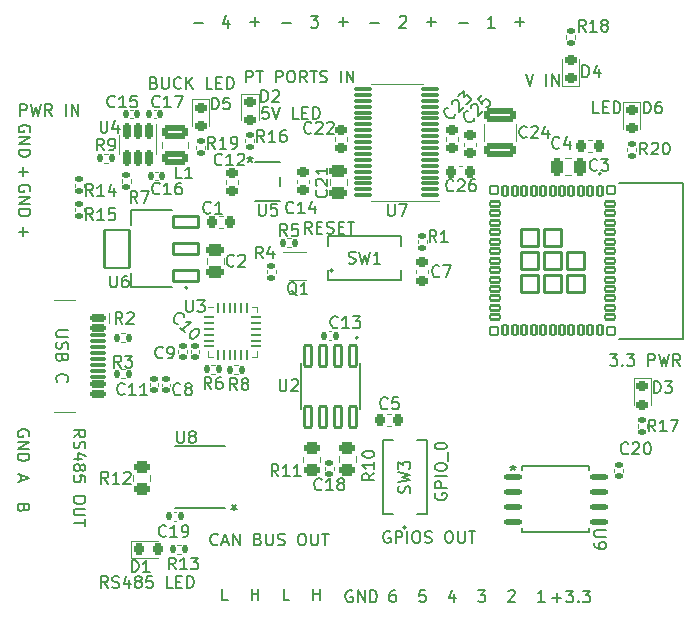
<source format=gto>
G04 #@! TF.GenerationSoftware,KiCad,Pcbnew,8.0.6*
G04 #@! TF.CreationDate,2024-12-10T14:38:04-08:00*
G04 #@! TF.ProjectId,Constellation Stack V1.2,436f6e73-7465-46c6-9c61-74696f6e2053,rev?*
G04 #@! TF.SameCoordinates,Original*
G04 #@! TF.FileFunction,Legend,Top*
G04 #@! TF.FilePolarity,Positive*
%FSLAX46Y46*%
G04 Gerber Fmt 4.6, Leading zero omitted, Abs format (unit mm)*
G04 Created by KiCad (PCBNEW 8.0.6) date 2024-12-10 14:38:04*
%MOMM*%
%LPD*%
G01*
G04 APERTURE LIST*
G04 Aperture macros list*
%AMRoundRect*
0 Rectangle with rounded corners*
0 $1 Rounding radius*
0 $2 $3 $4 $5 $6 $7 $8 $9 X,Y pos of 4 corners*
0 Add a 4 corners polygon primitive as box body*
4,1,4,$2,$3,$4,$5,$6,$7,$8,$9,$2,$3,0*
0 Add four circle primitives for the rounded corners*
1,1,$1+$1,$2,$3*
1,1,$1+$1,$4,$5*
1,1,$1+$1,$6,$7*
1,1,$1+$1,$8,$9*
0 Add four rect primitives between the rounded corners*
20,1,$1+$1,$2,$3,$4,$5,0*
20,1,$1+$1,$4,$5,$6,$7,0*
20,1,$1+$1,$6,$7,$8,$9,0*
20,1,$1+$1,$8,$9,$2,$3,0*%
G04 Aperture macros list end*
%ADD10C,0.150000*%
%ADD11C,0.120000*%
%ADD12C,0.127000*%
%ADD13C,0.200000*%
%ADD14C,0.152400*%
%ADD15C,0.010000*%
%ADD16RoundRect,0.150000X-0.500000X0.150000X-0.500000X-0.150000X0.500000X-0.150000X0.500000X0.150000X0*%
%ADD17RoundRect,0.075000X-0.575000X0.075000X-0.575000X-0.075000X0.575000X-0.075000X0.575000X0.075000X0*%
%ADD18O,2.100000X1.000000*%
%ADD19O,1.600000X1.000000*%
%ADD20RoundRect,0.250000X0.850000X-0.375000X0.850000X0.375000X-0.850000X0.375000X-0.850000X-0.375000X0*%
%ADD21RoundRect,0.135000X-0.135000X-0.185000X0.135000X-0.185000X0.135000X0.185000X-0.135000X0.185000X0*%
%ADD22RoundRect,0.135000X-0.185000X0.135000X-0.185000X-0.135000X0.185000X-0.135000X0.185000X0.135000X0*%
%ADD23RoundRect,0.135000X0.185000X-0.135000X0.185000X0.135000X-0.185000X0.135000X-0.185000X-0.135000X0*%
%ADD24RoundRect,0.140000X-0.170000X0.140000X-0.170000X-0.140000X0.170000X-0.140000X0.170000X0.140000X0*%
%ADD25RoundRect,0.099250X-0.297750X0.877750X-0.297750X-0.877750X0.297750X-0.877750X0.297750X0.877750X0*%
%ADD26RoundRect,0.250000X-1.100000X0.325000X-1.100000X-0.325000X1.100000X-0.325000X1.100000X0.325000X0*%
%ADD27R,1.397000X0.889000*%
%ADD28RoundRect,0.250000X-0.450000X0.262500X-0.450000X-0.262500X0.450000X-0.262500X0.450000X0.262500X0*%
%ADD29R,0.952500X0.508000*%
%ADD30RoundRect,0.075000X0.662500X0.075000X-0.662500X0.075000X-0.662500X-0.075000X0.662500X-0.075000X0*%
%ADD31RoundRect,0.218750X0.256250X-0.218750X0.256250X0.218750X-0.256250X0.218750X-0.256250X-0.218750X0*%
%ADD32RoundRect,0.140000X-0.140000X-0.170000X0.140000X-0.170000X0.140000X0.170000X-0.140000X0.170000X0*%
%ADD33RoundRect,0.225000X-0.250000X0.225000X-0.250000X-0.225000X0.250000X-0.225000X0.250000X0.225000X0*%
%ADD34RoundRect,0.250000X0.450000X-0.262500X0.450000X0.262500X-0.450000X0.262500X-0.450000X-0.262500X0*%
%ADD35RoundRect,0.135000X0.135000X0.185000X-0.135000X0.185000X-0.135000X-0.185000X0.135000X-0.185000X0*%
%ADD36RoundRect,0.062500X-0.350000X-0.062500X0.350000X-0.062500X0.350000X0.062500X-0.350000X0.062500X0*%
%ADD37RoundRect,0.062500X-0.062500X-0.350000X0.062500X-0.350000X0.062500X0.350000X-0.062500X0.350000X0*%
%ADD38R,2.700000X2.700000*%
%ADD39C,5.600000*%
%ADD40RoundRect,0.218750X-0.256250X0.218750X-0.256250X-0.218750X0.256250X-0.218750X0.256250X0.218750X0*%
%ADD41RoundRect,0.140000X0.140000X0.170000X-0.140000X0.170000X-0.140000X-0.170000X0.140000X-0.170000X0*%
%ADD42RoundRect,0.133350X-0.615950X-0.133350X0.615950X-0.133350X0.615950X0.133350X-0.615950X0.133350X0*%
%ADD43RoundRect,0.140000X0.170000X-0.140000X0.170000X0.140000X-0.170000X0.140000X-0.170000X-0.140000X0*%
%ADD44R,0.650000X0.400000*%
%ADD45RoundRect,0.225000X0.225000X0.250000X-0.225000X0.250000X-0.225000X-0.250000X0.225000X-0.250000X0*%
%ADD46R,0.889000X1.397000*%
%ADD47RoundRect,0.225000X-0.225000X-0.250000X0.225000X-0.250000X0.225000X0.250000X-0.225000X0.250000X0*%
%ADD48RoundRect,0.250000X-0.475000X0.250000X-0.475000X-0.250000X0.475000X-0.250000X0.475000X0.250000X0*%
%ADD49RoundRect,0.150000X-0.150000X0.512500X-0.150000X-0.512500X0.150000X-0.512500X0.150000X0.512500X0*%
%ADD50R,1.981200X0.540800*%
%ADD51RoundRect,0.250000X0.250000X0.475000X-0.250000X0.475000X-0.250000X-0.475000X0.250000X-0.475000X0*%
%ADD52RoundRect,0.102000X-0.200000X0.400000X-0.200000X-0.400000X0.200000X-0.400000X0.200000X0.400000X0*%
%ADD53RoundRect,0.102000X-0.400000X0.200000X-0.400000X-0.200000X0.400000X-0.200000X0.400000X0.200000X0*%
%ADD54RoundRect,0.102000X-0.725000X0.725000X-0.725000X-0.725000X0.725000X-0.725000X0.725000X0.725000X0*%
%ADD55RoundRect,0.102000X-0.350000X0.350000X-0.350000X-0.350000X0.350000X-0.350000X0.350000X0.350000X0*%
%ADD56RoundRect,0.250000X0.475000X-0.250000X0.475000X0.250000X-0.475000X0.250000X-0.475000X-0.250000X0*%
%ADD57RoundRect,0.218750X-0.218750X-0.256250X0.218750X-0.256250X0.218750X0.256250X-0.218750X0.256250X0*%
%ADD58RoundRect,0.102000X1.075000X0.475000X-1.075000X0.475000X-1.075000X-0.475000X1.075000X-0.475000X0*%
%ADD59RoundRect,0.102000X1.075000X1.625000X-1.075000X1.625000X-1.075000X-1.625000X1.075000X-1.625000X0*%
%ADD60C,2.000000*%
%ADD61O,2.200000X2.200000*%
%ADD62R,2.200000X2.200000*%
%ADD63C,2.200000*%
G04 APERTURE END LIST*
D10*
X27012561Y-40730588D02*
X27060180Y-40635350D01*
X27060180Y-40635350D02*
X27060180Y-40492493D01*
X27060180Y-40492493D02*
X27012561Y-40349636D01*
X27012561Y-40349636D02*
X26917323Y-40254398D01*
X26917323Y-40254398D02*
X26822085Y-40206779D01*
X26822085Y-40206779D02*
X26631609Y-40159160D01*
X26631609Y-40159160D02*
X26488752Y-40159160D01*
X26488752Y-40159160D02*
X26298276Y-40206779D01*
X26298276Y-40206779D02*
X26203038Y-40254398D01*
X26203038Y-40254398D02*
X26107800Y-40349636D01*
X26107800Y-40349636D02*
X26060180Y-40492493D01*
X26060180Y-40492493D02*
X26060180Y-40587731D01*
X26060180Y-40587731D02*
X26107800Y-40730588D01*
X26107800Y-40730588D02*
X26155419Y-40778207D01*
X26155419Y-40778207D02*
X26488752Y-40778207D01*
X26488752Y-40778207D02*
X26488752Y-40587731D01*
X26060180Y-41206779D02*
X27060180Y-41206779D01*
X27060180Y-41206779D02*
X26060180Y-41778207D01*
X26060180Y-41778207D02*
X27060180Y-41778207D01*
X26060180Y-42254398D02*
X27060180Y-42254398D01*
X27060180Y-42254398D02*
X27060180Y-42492493D01*
X27060180Y-42492493D02*
X27012561Y-42635350D01*
X27012561Y-42635350D02*
X26917323Y-42730588D01*
X26917323Y-42730588D02*
X26822085Y-42778207D01*
X26822085Y-42778207D02*
X26631609Y-42825826D01*
X26631609Y-42825826D02*
X26488752Y-42825826D01*
X26488752Y-42825826D02*
X26298276Y-42778207D01*
X26298276Y-42778207D02*
X26203038Y-42730588D01*
X26203038Y-42730588D02*
X26107800Y-42635350D01*
X26107800Y-42635350D02*
X26060180Y-42492493D01*
X26060180Y-42492493D02*
X26060180Y-42254398D01*
X60492095Y-74489819D02*
X60015905Y-74489819D01*
X60015905Y-74489819D02*
X59968286Y-74966009D01*
X59968286Y-74966009D02*
X60015905Y-74918390D01*
X60015905Y-74918390D02*
X60111143Y-74870771D01*
X60111143Y-74870771D02*
X60349238Y-74870771D01*
X60349238Y-74870771D02*
X60444476Y-74918390D01*
X60444476Y-74918390D02*
X60492095Y-74966009D01*
X60492095Y-74966009D02*
X60539714Y-75061247D01*
X60539714Y-75061247D02*
X60539714Y-75299342D01*
X60539714Y-75299342D02*
X60492095Y-75394580D01*
X60492095Y-75394580D02*
X60444476Y-75442200D01*
X60444476Y-75442200D02*
X60349238Y-75489819D01*
X60349238Y-75489819D02*
X60111143Y-75489819D01*
X60111143Y-75489819D02*
X60015905Y-75442200D01*
X60015905Y-75442200D02*
X59968286Y-75394580D01*
X48352506Y-26488866D02*
X49114411Y-26488866D01*
X50778280Y-25869819D02*
X51397327Y-25869819D01*
X51397327Y-25869819D02*
X51063994Y-26250771D01*
X51063994Y-26250771D02*
X51206851Y-26250771D01*
X51206851Y-26250771D02*
X51302089Y-26298390D01*
X51302089Y-26298390D02*
X51349708Y-26346009D01*
X51349708Y-26346009D02*
X51397327Y-26441247D01*
X51397327Y-26441247D02*
X51397327Y-26679342D01*
X51397327Y-26679342D02*
X51349708Y-26774580D01*
X51349708Y-26774580D02*
X51302089Y-26822200D01*
X51302089Y-26822200D02*
X51206851Y-26869819D01*
X51206851Y-26869819D02*
X50921137Y-26869819D01*
X50921137Y-26869819D02*
X50825899Y-26822200D01*
X50825899Y-26822200D02*
X50778280Y-26774580D01*
X57500588Y-69547438D02*
X57405350Y-69499819D01*
X57405350Y-69499819D02*
X57262493Y-69499819D01*
X57262493Y-69499819D02*
X57119636Y-69547438D01*
X57119636Y-69547438D02*
X57024398Y-69642676D01*
X57024398Y-69642676D02*
X56976779Y-69737914D01*
X56976779Y-69737914D02*
X56929160Y-69928390D01*
X56929160Y-69928390D02*
X56929160Y-70071247D01*
X56929160Y-70071247D02*
X56976779Y-70261723D01*
X56976779Y-70261723D02*
X57024398Y-70356961D01*
X57024398Y-70356961D02*
X57119636Y-70452200D01*
X57119636Y-70452200D02*
X57262493Y-70499819D01*
X57262493Y-70499819D02*
X57357731Y-70499819D01*
X57357731Y-70499819D02*
X57500588Y-70452200D01*
X57500588Y-70452200D02*
X57548207Y-70404580D01*
X57548207Y-70404580D02*
X57548207Y-70071247D01*
X57548207Y-70071247D02*
X57357731Y-70071247D01*
X57976779Y-70499819D02*
X57976779Y-69499819D01*
X57976779Y-69499819D02*
X58357731Y-69499819D01*
X58357731Y-69499819D02*
X58452969Y-69547438D01*
X58452969Y-69547438D02*
X58500588Y-69595057D01*
X58500588Y-69595057D02*
X58548207Y-69690295D01*
X58548207Y-69690295D02*
X58548207Y-69833152D01*
X58548207Y-69833152D02*
X58500588Y-69928390D01*
X58500588Y-69928390D02*
X58452969Y-69976009D01*
X58452969Y-69976009D02*
X58357731Y-70023628D01*
X58357731Y-70023628D02*
X57976779Y-70023628D01*
X58976779Y-70499819D02*
X58976779Y-69499819D01*
X59643445Y-69499819D02*
X59833921Y-69499819D01*
X59833921Y-69499819D02*
X59929159Y-69547438D01*
X59929159Y-69547438D02*
X60024397Y-69642676D01*
X60024397Y-69642676D02*
X60072016Y-69833152D01*
X60072016Y-69833152D02*
X60072016Y-70166485D01*
X60072016Y-70166485D02*
X60024397Y-70356961D01*
X60024397Y-70356961D02*
X59929159Y-70452200D01*
X59929159Y-70452200D02*
X59833921Y-70499819D01*
X59833921Y-70499819D02*
X59643445Y-70499819D01*
X59643445Y-70499819D02*
X59548207Y-70452200D01*
X59548207Y-70452200D02*
X59452969Y-70356961D01*
X59452969Y-70356961D02*
X59405350Y-70166485D01*
X59405350Y-70166485D02*
X59405350Y-69833152D01*
X59405350Y-69833152D02*
X59452969Y-69642676D01*
X59452969Y-69642676D02*
X59548207Y-69547438D01*
X59548207Y-69547438D02*
X59643445Y-69499819D01*
X60452969Y-70452200D02*
X60595826Y-70499819D01*
X60595826Y-70499819D02*
X60833921Y-70499819D01*
X60833921Y-70499819D02*
X60929159Y-70452200D01*
X60929159Y-70452200D02*
X60976778Y-70404580D01*
X60976778Y-70404580D02*
X61024397Y-70309342D01*
X61024397Y-70309342D02*
X61024397Y-70214104D01*
X61024397Y-70214104D02*
X60976778Y-70118866D01*
X60976778Y-70118866D02*
X60929159Y-70071247D01*
X60929159Y-70071247D02*
X60833921Y-70023628D01*
X60833921Y-70023628D02*
X60643445Y-69976009D01*
X60643445Y-69976009D02*
X60548207Y-69928390D01*
X60548207Y-69928390D02*
X60500588Y-69880771D01*
X60500588Y-69880771D02*
X60452969Y-69785533D01*
X60452969Y-69785533D02*
X60452969Y-69690295D01*
X60452969Y-69690295D02*
X60500588Y-69595057D01*
X60500588Y-69595057D02*
X60548207Y-69547438D01*
X60548207Y-69547438D02*
X60643445Y-69499819D01*
X60643445Y-69499819D02*
X60881540Y-69499819D01*
X60881540Y-69499819D02*
X61024397Y-69547438D01*
X62405350Y-69499819D02*
X62595826Y-69499819D01*
X62595826Y-69499819D02*
X62691064Y-69547438D01*
X62691064Y-69547438D02*
X62786302Y-69642676D01*
X62786302Y-69642676D02*
X62833921Y-69833152D01*
X62833921Y-69833152D02*
X62833921Y-70166485D01*
X62833921Y-70166485D02*
X62786302Y-70356961D01*
X62786302Y-70356961D02*
X62691064Y-70452200D01*
X62691064Y-70452200D02*
X62595826Y-70499819D01*
X62595826Y-70499819D02*
X62405350Y-70499819D01*
X62405350Y-70499819D02*
X62310112Y-70452200D01*
X62310112Y-70452200D02*
X62214874Y-70356961D01*
X62214874Y-70356961D02*
X62167255Y-70166485D01*
X62167255Y-70166485D02*
X62167255Y-69833152D01*
X62167255Y-69833152D02*
X62214874Y-69642676D01*
X62214874Y-69642676D02*
X62310112Y-69547438D01*
X62310112Y-69547438D02*
X62405350Y-69499819D01*
X63262493Y-69499819D02*
X63262493Y-70309342D01*
X63262493Y-70309342D02*
X63310112Y-70404580D01*
X63310112Y-70404580D02*
X63357731Y-70452200D01*
X63357731Y-70452200D02*
X63452969Y-70499819D01*
X63452969Y-70499819D02*
X63643445Y-70499819D01*
X63643445Y-70499819D02*
X63738683Y-70452200D01*
X63738683Y-70452200D02*
X63786302Y-70404580D01*
X63786302Y-70404580D02*
X63833921Y-70309342D01*
X63833921Y-70309342D02*
X63833921Y-69499819D01*
X64167255Y-69499819D02*
X64738683Y-69499819D01*
X64452969Y-70499819D02*
X64452969Y-69499819D01*
X64948667Y-74489819D02*
X65567714Y-74489819D01*
X65567714Y-74489819D02*
X65234381Y-74870771D01*
X65234381Y-74870771D02*
X65377238Y-74870771D01*
X65377238Y-74870771D02*
X65472476Y-74918390D01*
X65472476Y-74918390D02*
X65520095Y-74966009D01*
X65520095Y-74966009D02*
X65567714Y-75061247D01*
X65567714Y-75061247D02*
X65567714Y-75299342D01*
X65567714Y-75299342D02*
X65520095Y-75394580D01*
X65520095Y-75394580D02*
X65472476Y-75442200D01*
X65472476Y-75442200D02*
X65377238Y-75489819D01*
X65377238Y-75489819D02*
X65091524Y-75489819D01*
X65091524Y-75489819D02*
X64996286Y-75442200D01*
X64996286Y-75442200D02*
X64948667Y-75394580D01*
X61347438Y-66299411D02*
X61299819Y-66394649D01*
X61299819Y-66394649D02*
X61299819Y-66537506D01*
X61299819Y-66537506D02*
X61347438Y-66680363D01*
X61347438Y-66680363D02*
X61442676Y-66775601D01*
X61442676Y-66775601D02*
X61537914Y-66823220D01*
X61537914Y-66823220D02*
X61728390Y-66870839D01*
X61728390Y-66870839D02*
X61871247Y-66870839D01*
X61871247Y-66870839D02*
X62061723Y-66823220D01*
X62061723Y-66823220D02*
X62156961Y-66775601D01*
X62156961Y-66775601D02*
X62252200Y-66680363D01*
X62252200Y-66680363D02*
X62299819Y-66537506D01*
X62299819Y-66537506D02*
X62299819Y-66442268D01*
X62299819Y-66442268D02*
X62252200Y-66299411D01*
X62252200Y-66299411D02*
X62204580Y-66251792D01*
X62204580Y-66251792D02*
X61871247Y-66251792D01*
X61871247Y-66251792D02*
X61871247Y-66442268D01*
X62299819Y-65823220D02*
X61299819Y-65823220D01*
X61299819Y-65823220D02*
X61299819Y-65442268D01*
X61299819Y-65442268D02*
X61347438Y-65347030D01*
X61347438Y-65347030D02*
X61395057Y-65299411D01*
X61395057Y-65299411D02*
X61490295Y-65251792D01*
X61490295Y-65251792D02*
X61633152Y-65251792D01*
X61633152Y-65251792D02*
X61728390Y-65299411D01*
X61728390Y-65299411D02*
X61776009Y-65347030D01*
X61776009Y-65347030D02*
X61823628Y-65442268D01*
X61823628Y-65442268D02*
X61823628Y-65823220D01*
X62299819Y-64823220D02*
X61299819Y-64823220D01*
X61299819Y-64156554D02*
X61299819Y-63966078D01*
X61299819Y-63966078D02*
X61347438Y-63870840D01*
X61347438Y-63870840D02*
X61442676Y-63775602D01*
X61442676Y-63775602D02*
X61633152Y-63727983D01*
X61633152Y-63727983D02*
X61966485Y-63727983D01*
X61966485Y-63727983D02*
X62156961Y-63775602D01*
X62156961Y-63775602D02*
X62252200Y-63870840D01*
X62252200Y-63870840D02*
X62299819Y-63966078D01*
X62299819Y-63966078D02*
X62299819Y-64156554D01*
X62299819Y-64156554D02*
X62252200Y-64251792D01*
X62252200Y-64251792D02*
X62156961Y-64347030D01*
X62156961Y-64347030D02*
X61966485Y-64394649D01*
X61966485Y-64394649D02*
X61633152Y-64394649D01*
X61633152Y-64394649D02*
X61442676Y-64347030D01*
X61442676Y-64347030D02*
X61347438Y-64251792D01*
X61347438Y-64251792D02*
X61299819Y-64156554D01*
X62395057Y-63537507D02*
X62395057Y-62775602D01*
X61299819Y-62347030D02*
X61299819Y-62251792D01*
X61299819Y-62251792D02*
X61347438Y-62156554D01*
X61347438Y-62156554D02*
X61395057Y-62108935D01*
X61395057Y-62108935D02*
X61490295Y-62061316D01*
X61490295Y-62061316D02*
X61680771Y-62013697D01*
X61680771Y-62013697D02*
X61918866Y-62013697D01*
X61918866Y-62013697D02*
X62109342Y-62061316D01*
X62109342Y-62061316D02*
X62204580Y-62108935D01*
X62204580Y-62108935D02*
X62252200Y-62156554D01*
X62252200Y-62156554D02*
X62299819Y-62251792D01*
X62299819Y-62251792D02*
X62299819Y-62347030D01*
X62299819Y-62347030D02*
X62252200Y-62442268D01*
X62252200Y-62442268D02*
X62204580Y-62489887D01*
X62204580Y-62489887D02*
X62109342Y-62537506D01*
X62109342Y-62537506D02*
X61918866Y-62585125D01*
X61918866Y-62585125D02*
X61680771Y-62585125D01*
X61680771Y-62585125D02*
X61490295Y-62537506D01*
X61490295Y-62537506D02*
X61395057Y-62489887D01*
X61395057Y-62489887D02*
X61347438Y-62442268D01*
X61347438Y-62442268D02*
X61299819Y-62347030D01*
X70595714Y-75489819D02*
X70024286Y-75489819D01*
X70310000Y-75489819D02*
X70310000Y-74489819D01*
X70310000Y-74489819D02*
X70214762Y-74632676D01*
X70214762Y-74632676D02*
X70119524Y-74727914D01*
X70119524Y-74727914D02*
X70024286Y-74775533D01*
X46043943Y-25990982D02*
X46043943Y-26752887D01*
X45662990Y-26371934D02*
X46424895Y-26371934D01*
X66368781Y-26869819D02*
X65797353Y-26869819D01*
X66083067Y-26869819D02*
X66083067Y-25869819D01*
X66083067Y-25869819D02*
X65987829Y-26012676D01*
X65987829Y-26012676D02*
X65892591Y-26107914D01*
X65892591Y-26107914D02*
X65797353Y-26155533D01*
X33616666Y-74309819D02*
X33283333Y-73833628D01*
X33045238Y-74309819D02*
X33045238Y-73309819D01*
X33045238Y-73309819D02*
X33426190Y-73309819D01*
X33426190Y-73309819D02*
X33521428Y-73357438D01*
X33521428Y-73357438D02*
X33569047Y-73405057D01*
X33569047Y-73405057D02*
X33616666Y-73500295D01*
X33616666Y-73500295D02*
X33616666Y-73643152D01*
X33616666Y-73643152D02*
X33569047Y-73738390D01*
X33569047Y-73738390D02*
X33521428Y-73786009D01*
X33521428Y-73786009D02*
X33426190Y-73833628D01*
X33426190Y-73833628D02*
X33045238Y-73833628D01*
X33997619Y-74262200D02*
X34140476Y-74309819D01*
X34140476Y-74309819D02*
X34378571Y-74309819D01*
X34378571Y-74309819D02*
X34473809Y-74262200D01*
X34473809Y-74262200D02*
X34521428Y-74214580D01*
X34521428Y-74214580D02*
X34569047Y-74119342D01*
X34569047Y-74119342D02*
X34569047Y-74024104D01*
X34569047Y-74024104D02*
X34521428Y-73928866D01*
X34521428Y-73928866D02*
X34473809Y-73881247D01*
X34473809Y-73881247D02*
X34378571Y-73833628D01*
X34378571Y-73833628D02*
X34188095Y-73786009D01*
X34188095Y-73786009D02*
X34092857Y-73738390D01*
X34092857Y-73738390D02*
X34045238Y-73690771D01*
X34045238Y-73690771D02*
X33997619Y-73595533D01*
X33997619Y-73595533D02*
X33997619Y-73500295D01*
X33997619Y-73500295D02*
X34045238Y-73405057D01*
X34045238Y-73405057D02*
X34092857Y-73357438D01*
X34092857Y-73357438D02*
X34188095Y-73309819D01*
X34188095Y-73309819D02*
X34426190Y-73309819D01*
X34426190Y-73309819D02*
X34569047Y-73357438D01*
X35426190Y-73643152D02*
X35426190Y-74309819D01*
X35188095Y-73262200D02*
X34950000Y-73976485D01*
X34950000Y-73976485D02*
X35569047Y-73976485D01*
X36092857Y-73738390D02*
X35997619Y-73690771D01*
X35997619Y-73690771D02*
X35950000Y-73643152D01*
X35950000Y-73643152D02*
X35902381Y-73547914D01*
X35902381Y-73547914D02*
X35902381Y-73500295D01*
X35902381Y-73500295D02*
X35950000Y-73405057D01*
X35950000Y-73405057D02*
X35997619Y-73357438D01*
X35997619Y-73357438D02*
X36092857Y-73309819D01*
X36092857Y-73309819D02*
X36283333Y-73309819D01*
X36283333Y-73309819D02*
X36378571Y-73357438D01*
X36378571Y-73357438D02*
X36426190Y-73405057D01*
X36426190Y-73405057D02*
X36473809Y-73500295D01*
X36473809Y-73500295D02*
X36473809Y-73547914D01*
X36473809Y-73547914D02*
X36426190Y-73643152D01*
X36426190Y-73643152D02*
X36378571Y-73690771D01*
X36378571Y-73690771D02*
X36283333Y-73738390D01*
X36283333Y-73738390D02*
X36092857Y-73738390D01*
X36092857Y-73738390D02*
X35997619Y-73786009D01*
X35997619Y-73786009D02*
X35950000Y-73833628D01*
X35950000Y-73833628D02*
X35902381Y-73928866D01*
X35902381Y-73928866D02*
X35902381Y-74119342D01*
X35902381Y-74119342D02*
X35950000Y-74214580D01*
X35950000Y-74214580D02*
X35997619Y-74262200D01*
X35997619Y-74262200D02*
X36092857Y-74309819D01*
X36092857Y-74309819D02*
X36283333Y-74309819D01*
X36283333Y-74309819D02*
X36378571Y-74262200D01*
X36378571Y-74262200D02*
X36426190Y-74214580D01*
X36426190Y-74214580D02*
X36473809Y-74119342D01*
X36473809Y-74119342D02*
X36473809Y-73928866D01*
X36473809Y-73928866D02*
X36426190Y-73833628D01*
X36426190Y-73833628D02*
X36378571Y-73786009D01*
X36378571Y-73786009D02*
X36283333Y-73738390D01*
X37378571Y-73309819D02*
X36902381Y-73309819D01*
X36902381Y-73309819D02*
X36854762Y-73786009D01*
X36854762Y-73786009D02*
X36902381Y-73738390D01*
X36902381Y-73738390D02*
X36997619Y-73690771D01*
X36997619Y-73690771D02*
X37235714Y-73690771D01*
X37235714Y-73690771D02*
X37330952Y-73738390D01*
X37330952Y-73738390D02*
X37378571Y-73786009D01*
X37378571Y-73786009D02*
X37426190Y-73881247D01*
X37426190Y-73881247D02*
X37426190Y-74119342D01*
X37426190Y-74119342D02*
X37378571Y-74214580D01*
X37378571Y-74214580D02*
X37330952Y-74262200D01*
X37330952Y-74262200D02*
X37235714Y-74309819D01*
X37235714Y-74309819D02*
X36997619Y-74309819D01*
X36997619Y-74309819D02*
X36902381Y-74262200D01*
X36902381Y-74262200D02*
X36854762Y-74214580D01*
X39092857Y-74309819D02*
X38616667Y-74309819D01*
X38616667Y-74309819D02*
X38616667Y-73309819D01*
X39426191Y-73786009D02*
X39759524Y-73786009D01*
X39902381Y-74309819D02*
X39426191Y-74309819D01*
X39426191Y-74309819D02*
X39426191Y-73309819D01*
X39426191Y-73309819D02*
X39902381Y-73309819D01*
X40330953Y-74309819D02*
X40330953Y-73309819D01*
X40330953Y-73309819D02*
X40569048Y-73309819D01*
X40569048Y-73309819D02*
X40711905Y-73357438D01*
X40711905Y-73357438D02*
X40807143Y-73452676D01*
X40807143Y-73452676D02*
X40854762Y-73547914D01*
X40854762Y-73547914D02*
X40902381Y-73738390D01*
X40902381Y-73738390D02*
X40902381Y-73881247D01*
X40902381Y-73881247D02*
X40854762Y-74071723D01*
X40854762Y-74071723D02*
X40807143Y-74166961D01*
X40807143Y-74166961D02*
X40711905Y-74262200D01*
X40711905Y-74262200D02*
X40569048Y-74309819D01*
X40569048Y-74309819D02*
X40330953Y-74309819D01*
X47187970Y-33599821D02*
X46711780Y-33599821D01*
X46711780Y-33599821D02*
X46664161Y-34076011D01*
X46664161Y-34076011D02*
X46711780Y-34028392D01*
X46711780Y-34028392D02*
X46807018Y-33980773D01*
X46807018Y-33980773D02*
X47045113Y-33980773D01*
X47045113Y-33980773D02*
X47140351Y-34028392D01*
X47140351Y-34028392D02*
X47187970Y-34076011D01*
X47187970Y-34076011D02*
X47235589Y-34171249D01*
X47235589Y-34171249D02*
X47235589Y-34409344D01*
X47235589Y-34409344D02*
X47187970Y-34504582D01*
X47187970Y-34504582D02*
X47140351Y-34552202D01*
X47140351Y-34552202D02*
X47045113Y-34599821D01*
X47045113Y-34599821D02*
X46807018Y-34599821D01*
X46807018Y-34599821D02*
X46711780Y-34552202D01*
X46711780Y-34552202D02*
X46664161Y-34504582D01*
X47521304Y-33599821D02*
X47854637Y-34599821D01*
X47854637Y-34599821D02*
X48187970Y-33599821D01*
X49759399Y-34599821D02*
X49283209Y-34599821D01*
X49283209Y-34599821D02*
X49283209Y-33599821D01*
X50092733Y-34076011D02*
X50426066Y-34076011D01*
X50568923Y-34599821D02*
X50092733Y-34599821D01*
X50092733Y-34599821D02*
X50092733Y-33599821D01*
X50092733Y-33599821D02*
X50568923Y-33599821D01*
X50997495Y-34599821D02*
X50997495Y-33599821D01*
X50997495Y-33599821D02*
X51235590Y-33599821D01*
X51235590Y-33599821D02*
X51378447Y-33647440D01*
X51378447Y-33647440D02*
X51473685Y-33742678D01*
X51473685Y-33742678D02*
X51521304Y-33837916D01*
X51521304Y-33837916D02*
X51568923Y-34028392D01*
X51568923Y-34028392D02*
X51568923Y-34171249D01*
X51568923Y-34171249D02*
X51521304Y-34361725D01*
X51521304Y-34361725D02*
X51473685Y-34456963D01*
X51473685Y-34456963D02*
X51378447Y-34552202D01*
X51378447Y-34552202D02*
X51235590Y-34599821D01*
X51235590Y-34599821D02*
X50997495Y-34599821D01*
X68983922Y-30789819D02*
X69317255Y-31789819D01*
X69317255Y-31789819D02*
X69650588Y-30789819D01*
X70745827Y-31789819D02*
X70745827Y-30789819D01*
X71222017Y-31789819D02*
X71222017Y-30789819D01*
X71222017Y-30789819D02*
X71793445Y-31789819D01*
X71793445Y-31789819D02*
X71793445Y-30789819D01*
X30250180Y-52496779D02*
X29440657Y-52496779D01*
X29440657Y-52496779D02*
X29345419Y-52544398D01*
X29345419Y-52544398D02*
X29297800Y-52592017D01*
X29297800Y-52592017D02*
X29250180Y-52687255D01*
X29250180Y-52687255D02*
X29250180Y-52877731D01*
X29250180Y-52877731D02*
X29297800Y-52972969D01*
X29297800Y-52972969D02*
X29345419Y-53020588D01*
X29345419Y-53020588D02*
X29440657Y-53068207D01*
X29440657Y-53068207D02*
X30250180Y-53068207D01*
X29297800Y-53496779D02*
X29250180Y-53639636D01*
X29250180Y-53639636D02*
X29250180Y-53877731D01*
X29250180Y-53877731D02*
X29297800Y-53972969D01*
X29297800Y-53972969D02*
X29345419Y-54020588D01*
X29345419Y-54020588D02*
X29440657Y-54068207D01*
X29440657Y-54068207D02*
X29535895Y-54068207D01*
X29535895Y-54068207D02*
X29631133Y-54020588D01*
X29631133Y-54020588D02*
X29678752Y-53972969D01*
X29678752Y-53972969D02*
X29726371Y-53877731D01*
X29726371Y-53877731D02*
X29773990Y-53687255D01*
X29773990Y-53687255D02*
X29821609Y-53592017D01*
X29821609Y-53592017D02*
X29869228Y-53544398D01*
X29869228Y-53544398D02*
X29964466Y-53496779D01*
X29964466Y-53496779D02*
X30059704Y-53496779D01*
X30059704Y-53496779D02*
X30154942Y-53544398D01*
X30154942Y-53544398D02*
X30202561Y-53592017D01*
X30202561Y-53592017D02*
X30250180Y-53687255D01*
X30250180Y-53687255D02*
X30250180Y-53925350D01*
X30250180Y-53925350D02*
X30202561Y-54068207D01*
X29773990Y-54830112D02*
X29726371Y-54972969D01*
X29726371Y-54972969D02*
X29678752Y-55020588D01*
X29678752Y-55020588D02*
X29583514Y-55068207D01*
X29583514Y-55068207D02*
X29440657Y-55068207D01*
X29440657Y-55068207D02*
X29345419Y-55020588D01*
X29345419Y-55020588D02*
X29297800Y-54972969D01*
X29297800Y-54972969D02*
X29250180Y-54877731D01*
X29250180Y-54877731D02*
X29250180Y-54496779D01*
X29250180Y-54496779D02*
X30250180Y-54496779D01*
X30250180Y-54496779D02*
X30250180Y-54830112D01*
X30250180Y-54830112D02*
X30202561Y-54925350D01*
X30202561Y-54925350D02*
X30154942Y-54972969D01*
X30154942Y-54972969D02*
X30059704Y-55020588D01*
X30059704Y-55020588D02*
X29964466Y-55020588D01*
X29964466Y-55020588D02*
X29869228Y-54972969D01*
X29869228Y-54972969D02*
X29821609Y-54925350D01*
X29821609Y-54925350D02*
X29773990Y-54830112D01*
X29773990Y-54830112D02*
X29773990Y-54496779D01*
X29345419Y-56830112D02*
X29297800Y-56782493D01*
X29297800Y-56782493D02*
X29250180Y-56639636D01*
X29250180Y-56639636D02*
X29250180Y-56544398D01*
X29250180Y-56544398D02*
X29297800Y-56401541D01*
X29297800Y-56401541D02*
X29393038Y-56306303D01*
X29393038Y-56306303D02*
X29488276Y-56258684D01*
X29488276Y-56258684D02*
X29678752Y-56211065D01*
X29678752Y-56211065D02*
X29821609Y-56211065D01*
X29821609Y-56211065D02*
X30012085Y-56258684D01*
X30012085Y-56258684D02*
X30107323Y-56306303D01*
X30107323Y-56306303D02*
X30202561Y-56401541D01*
X30202561Y-56401541D02*
X30250180Y-56544398D01*
X30250180Y-56544398D02*
X30250180Y-56639636D01*
X30250180Y-56639636D02*
X30202561Y-56782493D01*
X30202561Y-56782493D02*
X30154942Y-56830112D01*
X63323960Y-26488866D02*
X64085865Y-26488866D01*
X26176779Y-34339819D02*
X26176779Y-33339819D01*
X26176779Y-33339819D02*
X26557731Y-33339819D01*
X26557731Y-33339819D02*
X26652969Y-33387438D01*
X26652969Y-33387438D02*
X26700588Y-33435057D01*
X26700588Y-33435057D02*
X26748207Y-33530295D01*
X26748207Y-33530295D02*
X26748207Y-33673152D01*
X26748207Y-33673152D02*
X26700588Y-33768390D01*
X26700588Y-33768390D02*
X26652969Y-33816009D01*
X26652969Y-33816009D02*
X26557731Y-33863628D01*
X26557731Y-33863628D02*
X26176779Y-33863628D01*
X27081541Y-33339819D02*
X27319636Y-34339819D01*
X27319636Y-34339819D02*
X27510112Y-33625533D01*
X27510112Y-33625533D02*
X27700588Y-34339819D01*
X27700588Y-34339819D02*
X27938684Y-33339819D01*
X28891064Y-34339819D02*
X28557731Y-33863628D01*
X28319636Y-34339819D02*
X28319636Y-33339819D01*
X28319636Y-33339819D02*
X28700588Y-33339819D01*
X28700588Y-33339819D02*
X28795826Y-33387438D01*
X28795826Y-33387438D02*
X28843445Y-33435057D01*
X28843445Y-33435057D02*
X28891064Y-33530295D01*
X28891064Y-33530295D02*
X28891064Y-33673152D01*
X28891064Y-33673152D02*
X28843445Y-33768390D01*
X28843445Y-33768390D02*
X28795826Y-33816009D01*
X28795826Y-33816009D02*
X28700588Y-33863628D01*
X28700588Y-33863628D02*
X28319636Y-33863628D01*
X30081541Y-34339819D02*
X30081541Y-33339819D01*
X30557731Y-34339819D02*
X30557731Y-33339819D01*
X30557731Y-33339819D02*
X31129159Y-34339819D01*
X31129159Y-34339819D02*
X31129159Y-33339819D01*
X43779523Y-75359819D02*
X43303333Y-75359819D01*
X43303333Y-75359819D02*
X43303333Y-74359819D01*
X45316779Y-31509819D02*
X45316779Y-30509819D01*
X45316779Y-30509819D02*
X45697731Y-30509819D01*
X45697731Y-30509819D02*
X45792969Y-30557438D01*
X45792969Y-30557438D02*
X45840588Y-30605057D01*
X45840588Y-30605057D02*
X45888207Y-30700295D01*
X45888207Y-30700295D02*
X45888207Y-30843152D01*
X45888207Y-30843152D02*
X45840588Y-30938390D01*
X45840588Y-30938390D02*
X45792969Y-30986009D01*
X45792969Y-30986009D02*
X45697731Y-31033628D01*
X45697731Y-31033628D02*
X45316779Y-31033628D01*
X46173922Y-30509819D02*
X46745350Y-30509819D01*
X46459636Y-31509819D02*
X46459636Y-30509819D01*
X47840589Y-31509819D02*
X47840589Y-30509819D01*
X47840589Y-30509819D02*
X48221541Y-30509819D01*
X48221541Y-30509819D02*
X48316779Y-30557438D01*
X48316779Y-30557438D02*
X48364398Y-30605057D01*
X48364398Y-30605057D02*
X48412017Y-30700295D01*
X48412017Y-30700295D02*
X48412017Y-30843152D01*
X48412017Y-30843152D02*
X48364398Y-30938390D01*
X48364398Y-30938390D02*
X48316779Y-30986009D01*
X48316779Y-30986009D02*
X48221541Y-31033628D01*
X48221541Y-31033628D02*
X47840589Y-31033628D01*
X49031065Y-30509819D02*
X49221541Y-30509819D01*
X49221541Y-30509819D02*
X49316779Y-30557438D01*
X49316779Y-30557438D02*
X49412017Y-30652676D01*
X49412017Y-30652676D02*
X49459636Y-30843152D01*
X49459636Y-30843152D02*
X49459636Y-31176485D01*
X49459636Y-31176485D02*
X49412017Y-31366961D01*
X49412017Y-31366961D02*
X49316779Y-31462200D01*
X49316779Y-31462200D02*
X49221541Y-31509819D01*
X49221541Y-31509819D02*
X49031065Y-31509819D01*
X49031065Y-31509819D02*
X48935827Y-31462200D01*
X48935827Y-31462200D02*
X48840589Y-31366961D01*
X48840589Y-31366961D02*
X48792970Y-31176485D01*
X48792970Y-31176485D02*
X48792970Y-30843152D01*
X48792970Y-30843152D02*
X48840589Y-30652676D01*
X48840589Y-30652676D02*
X48935827Y-30557438D01*
X48935827Y-30557438D02*
X49031065Y-30509819D01*
X50459636Y-31509819D02*
X50126303Y-31033628D01*
X49888208Y-31509819D02*
X49888208Y-30509819D01*
X49888208Y-30509819D02*
X50269160Y-30509819D01*
X50269160Y-30509819D02*
X50364398Y-30557438D01*
X50364398Y-30557438D02*
X50412017Y-30605057D01*
X50412017Y-30605057D02*
X50459636Y-30700295D01*
X50459636Y-30700295D02*
X50459636Y-30843152D01*
X50459636Y-30843152D02*
X50412017Y-30938390D01*
X50412017Y-30938390D02*
X50364398Y-30986009D01*
X50364398Y-30986009D02*
X50269160Y-31033628D01*
X50269160Y-31033628D02*
X49888208Y-31033628D01*
X50745351Y-30509819D02*
X51316779Y-30509819D01*
X51031065Y-31509819D02*
X51031065Y-30509819D01*
X51602494Y-31462200D02*
X51745351Y-31509819D01*
X51745351Y-31509819D02*
X51983446Y-31509819D01*
X51983446Y-31509819D02*
X52078684Y-31462200D01*
X52078684Y-31462200D02*
X52126303Y-31414580D01*
X52126303Y-31414580D02*
X52173922Y-31319342D01*
X52173922Y-31319342D02*
X52173922Y-31224104D01*
X52173922Y-31224104D02*
X52126303Y-31128866D01*
X52126303Y-31128866D02*
X52078684Y-31081247D01*
X52078684Y-31081247D02*
X51983446Y-31033628D01*
X51983446Y-31033628D02*
X51792970Y-30986009D01*
X51792970Y-30986009D02*
X51697732Y-30938390D01*
X51697732Y-30938390D02*
X51650113Y-30890771D01*
X51650113Y-30890771D02*
X51602494Y-30795533D01*
X51602494Y-30795533D02*
X51602494Y-30700295D01*
X51602494Y-30700295D02*
X51650113Y-30605057D01*
X51650113Y-30605057D02*
X51697732Y-30557438D01*
X51697732Y-30557438D02*
X51792970Y-30509819D01*
X51792970Y-30509819D02*
X52031065Y-30509819D01*
X52031065Y-30509819D02*
X52173922Y-30557438D01*
X53364399Y-31509819D02*
X53364399Y-30509819D01*
X53840589Y-31509819D02*
X53840589Y-30509819D01*
X53840589Y-30509819D02*
X54412017Y-31509819D01*
X54412017Y-31509819D02*
X54412017Y-30509819D01*
X71258572Y-75148866D02*
X72020477Y-75148866D01*
X71639524Y-75529819D02*
X71639524Y-74767914D01*
X72401429Y-74529819D02*
X73020476Y-74529819D01*
X73020476Y-74529819D02*
X72687143Y-74910771D01*
X72687143Y-74910771D02*
X72830000Y-74910771D01*
X72830000Y-74910771D02*
X72925238Y-74958390D01*
X72925238Y-74958390D02*
X72972857Y-75006009D01*
X72972857Y-75006009D02*
X73020476Y-75101247D01*
X73020476Y-75101247D02*
X73020476Y-75339342D01*
X73020476Y-75339342D02*
X72972857Y-75434580D01*
X72972857Y-75434580D02*
X72925238Y-75482200D01*
X72925238Y-75482200D02*
X72830000Y-75529819D01*
X72830000Y-75529819D02*
X72544286Y-75529819D01*
X72544286Y-75529819D02*
X72449048Y-75482200D01*
X72449048Y-75482200D02*
X72401429Y-75434580D01*
X73449048Y-75434580D02*
X73496667Y-75482200D01*
X73496667Y-75482200D02*
X73449048Y-75529819D01*
X73449048Y-75529819D02*
X73401429Y-75482200D01*
X73401429Y-75482200D02*
X73449048Y-75434580D01*
X73449048Y-75434580D02*
X73449048Y-75529819D01*
X73830000Y-74529819D02*
X74449047Y-74529819D01*
X74449047Y-74529819D02*
X74115714Y-74910771D01*
X74115714Y-74910771D02*
X74258571Y-74910771D01*
X74258571Y-74910771D02*
X74353809Y-74958390D01*
X74353809Y-74958390D02*
X74401428Y-75006009D01*
X74401428Y-75006009D02*
X74449047Y-75101247D01*
X74449047Y-75101247D02*
X74449047Y-75339342D01*
X74449047Y-75339342D02*
X74401428Y-75434580D01*
X74401428Y-75434580D02*
X74353809Y-75482200D01*
X74353809Y-75482200D02*
X74258571Y-75529819D01*
X74258571Y-75529819D02*
X73972857Y-75529819D01*
X73972857Y-75529819D02*
X73877619Y-75482200D01*
X73877619Y-75482200D02*
X73830000Y-75434580D01*
X37520112Y-31536009D02*
X37662969Y-31583628D01*
X37662969Y-31583628D02*
X37710588Y-31631247D01*
X37710588Y-31631247D02*
X37758207Y-31726485D01*
X37758207Y-31726485D02*
X37758207Y-31869342D01*
X37758207Y-31869342D02*
X37710588Y-31964580D01*
X37710588Y-31964580D02*
X37662969Y-32012200D01*
X37662969Y-32012200D02*
X37567731Y-32059819D01*
X37567731Y-32059819D02*
X37186779Y-32059819D01*
X37186779Y-32059819D02*
X37186779Y-31059819D01*
X37186779Y-31059819D02*
X37520112Y-31059819D01*
X37520112Y-31059819D02*
X37615350Y-31107438D01*
X37615350Y-31107438D02*
X37662969Y-31155057D01*
X37662969Y-31155057D02*
X37710588Y-31250295D01*
X37710588Y-31250295D02*
X37710588Y-31345533D01*
X37710588Y-31345533D02*
X37662969Y-31440771D01*
X37662969Y-31440771D02*
X37615350Y-31488390D01*
X37615350Y-31488390D02*
X37520112Y-31536009D01*
X37520112Y-31536009D02*
X37186779Y-31536009D01*
X38186779Y-31059819D02*
X38186779Y-31869342D01*
X38186779Y-31869342D02*
X38234398Y-31964580D01*
X38234398Y-31964580D02*
X38282017Y-32012200D01*
X38282017Y-32012200D02*
X38377255Y-32059819D01*
X38377255Y-32059819D02*
X38567731Y-32059819D01*
X38567731Y-32059819D02*
X38662969Y-32012200D01*
X38662969Y-32012200D02*
X38710588Y-31964580D01*
X38710588Y-31964580D02*
X38758207Y-31869342D01*
X38758207Y-31869342D02*
X38758207Y-31059819D01*
X39805826Y-31964580D02*
X39758207Y-32012200D01*
X39758207Y-32012200D02*
X39615350Y-32059819D01*
X39615350Y-32059819D02*
X39520112Y-32059819D01*
X39520112Y-32059819D02*
X39377255Y-32012200D01*
X39377255Y-32012200D02*
X39282017Y-31916961D01*
X39282017Y-31916961D02*
X39234398Y-31821723D01*
X39234398Y-31821723D02*
X39186779Y-31631247D01*
X39186779Y-31631247D02*
X39186779Y-31488390D01*
X39186779Y-31488390D02*
X39234398Y-31297914D01*
X39234398Y-31297914D02*
X39282017Y-31202676D01*
X39282017Y-31202676D02*
X39377255Y-31107438D01*
X39377255Y-31107438D02*
X39520112Y-31059819D01*
X39520112Y-31059819D02*
X39615350Y-31059819D01*
X39615350Y-31059819D02*
X39758207Y-31107438D01*
X39758207Y-31107438D02*
X39805826Y-31155057D01*
X40234398Y-32059819D02*
X40234398Y-31059819D01*
X40805826Y-32059819D02*
X40377255Y-31488390D01*
X40805826Y-31059819D02*
X40234398Y-31631247D01*
X42472493Y-32059819D02*
X41996303Y-32059819D01*
X41996303Y-32059819D02*
X41996303Y-31059819D01*
X42805827Y-31536009D02*
X43139160Y-31536009D01*
X43282017Y-32059819D02*
X42805827Y-32059819D01*
X42805827Y-32059819D02*
X42805827Y-31059819D01*
X42805827Y-31059819D02*
X43282017Y-31059819D01*
X43710589Y-32059819D02*
X43710589Y-31059819D01*
X43710589Y-31059819D02*
X43948684Y-31059819D01*
X43948684Y-31059819D02*
X44091541Y-31107438D01*
X44091541Y-31107438D02*
X44186779Y-31202676D01*
X44186779Y-31202676D02*
X44234398Y-31297914D01*
X44234398Y-31297914D02*
X44282017Y-31488390D01*
X44282017Y-31488390D02*
X44282017Y-31631247D01*
X44282017Y-31631247D02*
X44234398Y-31821723D01*
X44234398Y-31821723D02*
X44186779Y-31916961D01*
X44186779Y-31916961D02*
X44091541Y-32012200D01*
X44091541Y-32012200D02*
X43948684Y-32059819D01*
X43948684Y-32059819D02*
X43710589Y-32059819D01*
X76121541Y-54499819D02*
X76740588Y-54499819D01*
X76740588Y-54499819D02*
X76407255Y-54880771D01*
X76407255Y-54880771D02*
X76550112Y-54880771D01*
X76550112Y-54880771D02*
X76645350Y-54928390D01*
X76645350Y-54928390D02*
X76692969Y-54976009D01*
X76692969Y-54976009D02*
X76740588Y-55071247D01*
X76740588Y-55071247D02*
X76740588Y-55309342D01*
X76740588Y-55309342D02*
X76692969Y-55404580D01*
X76692969Y-55404580D02*
X76645350Y-55452200D01*
X76645350Y-55452200D02*
X76550112Y-55499819D01*
X76550112Y-55499819D02*
X76264398Y-55499819D01*
X76264398Y-55499819D02*
X76169160Y-55452200D01*
X76169160Y-55452200D02*
X76121541Y-55404580D01*
X77169160Y-55404580D02*
X77216779Y-55452200D01*
X77216779Y-55452200D02*
X77169160Y-55499819D01*
X77169160Y-55499819D02*
X77121541Y-55452200D01*
X77121541Y-55452200D02*
X77169160Y-55404580D01*
X77169160Y-55404580D02*
X77169160Y-55499819D01*
X77550112Y-54499819D02*
X78169159Y-54499819D01*
X78169159Y-54499819D02*
X77835826Y-54880771D01*
X77835826Y-54880771D02*
X77978683Y-54880771D01*
X77978683Y-54880771D02*
X78073921Y-54928390D01*
X78073921Y-54928390D02*
X78121540Y-54976009D01*
X78121540Y-54976009D02*
X78169159Y-55071247D01*
X78169159Y-55071247D02*
X78169159Y-55309342D01*
X78169159Y-55309342D02*
X78121540Y-55404580D01*
X78121540Y-55404580D02*
X78073921Y-55452200D01*
X78073921Y-55452200D02*
X77978683Y-55499819D01*
X77978683Y-55499819D02*
X77692969Y-55499819D01*
X77692969Y-55499819D02*
X77597731Y-55452200D01*
X77597731Y-55452200D02*
X77550112Y-55404580D01*
X79359636Y-55499819D02*
X79359636Y-54499819D01*
X79359636Y-54499819D02*
X79740588Y-54499819D01*
X79740588Y-54499819D02*
X79835826Y-54547438D01*
X79835826Y-54547438D02*
X79883445Y-54595057D01*
X79883445Y-54595057D02*
X79931064Y-54690295D01*
X79931064Y-54690295D02*
X79931064Y-54833152D01*
X79931064Y-54833152D02*
X79883445Y-54928390D01*
X79883445Y-54928390D02*
X79835826Y-54976009D01*
X79835826Y-54976009D02*
X79740588Y-55023628D01*
X79740588Y-55023628D02*
X79359636Y-55023628D01*
X80264398Y-54499819D02*
X80502493Y-55499819D01*
X80502493Y-55499819D02*
X80692969Y-54785533D01*
X80692969Y-54785533D02*
X80883445Y-55499819D01*
X80883445Y-55499819D02*
X81121541Y-54499819D01*
X82073921Y-55499819D02*
X81740588Y-55023628D01*
X81502493Y-55499819D02*
X81502493Y-54499819D01*
X81502493Y-54499819D02*
X81883445Y-54499819D01*
X81883445Y-54499819D02*
X81978683Y-54547438D01*
X81978683Y-54547438D02*
X82026302Y-54595057D01*
X82026302Y-54595057D02*
X82073921Y-54690295D01*
X82073921Y-54690295D02*
X82073921Y-54833152D01*
X82073921Y-54833152D02*
X82026302Y-54928390D01*
X82026302Y-54928390D02*
X81978683Y-54976009D01*
X81978683Y-54976009D02*
X81883445Y-55023628D01*
X81883445Y-55023628D02*
X81502493Y-55023628D01*
X50972345Y-75359819D02*
X50972345Y-74359819D01*
X50972345Y-74836009D02*
X51543773Y-74836009D01*
X51543773Y-75359819D02*
X51543773Y-74359819D01*
X75202969Y-34119819D02*
X74726779Y-34119819D01*
X74726779Y-34119819D02*
X74726779Y-33119819D01*
X75536303Y-33596009D02*
X75869636Y-33596009D01*
X76012493Y-34119819D02*
X75536303Y-34119819D01*
X75536303Y-34119819D02*
X75536303Y-33119819D01*
X75536303Y-33119819D02*
X76012493Y-33119819D01*
X76441065Y-34119819D02*
X76441065Y-33119819D01*
X76441065Y-33119819D02*
X76679160Y-33119819D01*
X76679160Y-33119819D02*
X76822017Y-33167438D01*
X76822017Y-33167438D02*
X76917255Y-33262676D01*
X76917255Y-33262676D02*
X76964874Y-33357914D01*
X76964874Y-33357914D02*
X77012493Y-33548390D01*
X77012493Y-33548390D02*
X77012493Y-33691247D01*
X77012493Y-33691247D02*
X76964874Y-33881723D01*
X76964874Y-33881723D02*
X76917255Y-33976961D01*
X76917255Y-33976961D02*
X76822017Y-34072200D01*
X76822017Y-34072200D02*
X76679160Y-34119819D01*
X76679160Y-34119819D02*
X76441065Y-34119819D01*
X68501133Y-25990982D02*
X68501133Y-26752887D01*
X68120180Y-26371934D02*
X68882085Y-26371934D01*
X62958476Y-74823152D02*
X62958476Y-75489819D01*
X62720381Y-74442200D02*
X62482286Y-75156485D01*
X62482286Y-75156485D02*
X63101333Y-75156485D01*
X26493990Y-67540112D02*
X26446371Y-67682969D01*
X26446371Y-67682969D02*
X26398752Y-67730588D01*
X26398752Y-67730588D02*
X26303514Y-67778207D01*
X26303514Y-67778207D02*
X26160657Y-67778207D01*
X26160657Y-67778207D02*
X26065419Y-67730588D01*
X26065419Y-67730588D02*
X26017800Y-67682969D01*
X26017800Y-67682969D02*
X25970180Y-67587731D01*
X25970180Y-67587731D02*
X25970180Y-67206779D01*
X25970180Y-67206779D02*
X26970180Y-67206779D01*
X26970180Y-67206779D02*
X26970180Y-67540112D01*
X26970180Y-67540112D02*
X26922561Y-67635350D01*
X26922561Y-67635350D02*
X26874942Y-67682969D01*
X26874942Y-67682969D02*
X26779704Y-67730588D01*
X26779704Y-67730588D02*
X26684466Y-67730588D01*
X26684466Y-67730588D02*
X26589228Y-67682969D01*
X26589228Y-67682969D02*
X26541609Y-67635350D01*
X26541609Y-67635350D02*
X26493990Y-67540112D01*
X26493990Y-67540112D02*
X26493990Y-67206779D01*
X50878207Y-44299819D02*
X50544874Y-43823628D01*
X50306779Y-44299819D02*
X50306779Y-43299819D01*
X50306779Y-43299819D02*
X50687731Y-43299819D01*
X50687731Y-43299819D02*
X50782969Y-43347438D01*
X50782969Y-43347438D02*
X50830588Y-43395057D01*
X50830588Y-43395057D02*
X50878207Y-43490295D01*
X50878207Y-43490295D02*
X50878207Y-43633152D01*
X50878207Y-43633152D02*
X50830588Y-43728390D01*
X50830588Y-43728390D02*
X50782969Y-43776009D01*
X50782969Y-43776009D02*
X50687731Y-43823628D01*
X50687731Y-43823628D02*
X50306779Y-43823628D01*
X51306779Y-43776009D02*
X51640112Y-43776009D01*
X51782969Y-44299819D02*
X51306779Y-44299819D01*
X51306779Y-44299819D02*
X51306779Y-43299819D01*
X51306779Y-43299819D02*
X51782969Y-43299819D01*
X52163922Y-44252200D02*
X52306779Y-44299819D01*
X52306779Y-44299819D02*
X52544874Y-44299819D01*
X52544874Y-44299819D02*
X52640112Y-44252200D01*
X52640112Y-44252200D02*
X52687731Y-44204580D01*
X52687731Y-44204580D02*
X52735350Y-44109342D01*
X52735350Y-44109342D02*
X52735350Y-44014104D01*
X52735350Y-44014104D02*
X52687731Y-43918866D01*
X52687731Y-43918866D02*
X52640112Y-43871247D01*
X52640112Y-43871247D02*
X52544874Y-43823628D01*
X52544874Y-43823628D02*
X52354398Y-43776009D01*
X52354398Y-43776009D02*
X52259160Y-43728390D01*
X52259160Y-43728390D02*
X52211541Y-43680771D01*
X52211541Y-43680771D02*
X52163922Y-43585533D01*
X52163922Y-43585533D02*
X52163922Y-43490295D01*
X52163922Y-43490295D02*
X52211541Y-43395057D01*
X52211541Y-43395057D02*
X52259160Y-43347438D01*
X52259160Y-43347438D02*
X52354398Y-43299819D01*
X52354398Y-43299819D02*
X52592493Y-43299819D01*
X52592493Y-43299819D02*
X52735350Y-43347438D01*
X53163922Y-43776009D02*
X53497255Y-43776009D01*
X53640112Y-44299819D02*
X53163922Y-44299819D01*
X53163922Y-44299819D02*
X53163922Y-43299819D01*
X53163922Y-43299819D02*
X53640112Y-43299819D01*
X53925827Y-43299819D02*
X54497255Y-43299819D01*
X54211541Y-44299819D02*
X54211541Y-43299819D01*
X45780305Y-75359819D02*
X45780305Y-74359819D01*
X45780305Y-74836009D02*
X46351733Y-74836009D01*
X46351733Y-75359819D02*
X46351733Y-74359819D01*
X30720180Y-61548207D02*
X31196371Y-61214874D01*
X30720180Y-60976779D02*
X31720180Y-60976779D01*
X31720180Y-60976779D02*
X31720180Y-61357731D01*
X31720180Y-61357731D02*
X31672561Y-61452969D01*
X31672561Y-61452969D02*
X31624942Y-61500588D01*
X31624942Y-61500588D02*
X31529704Y-61548207D01*
X31529704Y-61548207D02*
X31386847Y-61548207D01*
X31386847Y-61548207D02*
X31291609Y-61500588D01*
X31291609Y-61500588D02*
X31243990Y-61452969D01*
X31243990Y-61452969D02*
X31196371Y-61357731D01*
X31196371Y-61357731D02*
X31196371Y-60976779D01*
X30767800Y-61929160D02*
X30720180Y-62072017D01*
X30720180Y-62072017D02*
X30720180Y-62310112D01*
X30720180Y-62310112D02*
X30767800Y-62405350D01*
X30767800Y-62405350D02*
X30815419Y-62452969D01*
X30815419Y-62452969D02*
X30910657Y-62500588D01*
X30910657Y-62500588D02*
X31005895Y-62500588D01*
X31005895Y-62500588D02*
X31101133Y-62452969D01*
X31101133Y-62452969D02*
X31148752Y-62405350D01*
X31148752Y-62405350D02*
X31196371Y-62310112D01*
X31196371Y-62310112D02*
X31243990Y-62119636D01*
X31243990Y-62119636D02*
X31291609Y-62024398D01*
X31291609Y-62024398D02*
X31339228Y-61976779D01*
X31339228Y-61976779D02*
X31434466Y-61929160D01*
X31434466Y-61929160D02*
X31529704Y-61929160D01*
X31529704Y-61929160D02*
X31624942Y-61976779D01*
X31624942Y-61976779D02*
X31672561Y-62024398D01*
X31672561Y-62024398D02*
X31720180Y-62119636D01*
X31720180Y-62119636D02*
X31720180Y-62357731D01*
X31720180Y-62357731D02*
X31672561Y-62500588D01*
X31386847Y-63357731D02*
X30720180Y-63357731D01*
X31767800Y-63119636D02*
X31053514Y-62881541D01*
X31053514Y-62881541D02*
X31053514Y-63500588D01*
X31291609Y-64024398D02*
X31339228Y-63929160D01*
X31339228Y-63929160D02*
X31386847Y-63881541D01*
X31386847Y-63881541D02*
X31482085Y-63833922D01*
X31482085Y-63833922D02*
X31529704Y-63833922D01*
X31529704Y-63833922D02*
X31624942Y-63881541D01*
X31624942Y-63881541D02*
X31672561Y-63929160D01*
X31672561Y-63929160D02*
X31720180Y-64024398D01*
X31720180Y-64024398D02*
X31720180Y-64214874D01*
X31720180Y-64214874D02*
X31672561Y-64310112D01*
X31672561Y-64310112D02*
X31624942Y-64357731D01*
X31624942Y-64357731D02*
X31529704Y-64405350D01*
X31529704Y-64405350D02*
X31482085Y-64405350D01*
X31482085Y-64405350D02*
X31386847Y-64357731D01*
X31386847Y-64357731D02*
X31339228Y-64310112D01*
X31339228Y-64310112D02*
X31291609Y-64214874D01*
X31291609Y-64214874D02*
X31291609Y-64024398D01*
X31291609Y-64024398D02*
X31243990Y-63929160D01*
X31243990Y-63929160D02*
X31196371Y-63881541D01*
X31196371Y-63881541D02*
X31101133Y-63833922D01*
X31101133Y-63833922D02*
X30910657Y-63833922D01*
X30910657Y-63833922D02*
X30815419Y-63881541D01*
X30815419Y-63881541D02*
X30767800Y-63929160D01*
X30767800Y-63929160D02*
X30720180Y-64024398D01*
X30720180Y-64024398D02*
X30720180Y-64214874D01*
X30720180Y-64214874D02*
X30767800Y-64310112D01*
X30767800Y-64310112D02*
X30815419Y-64357731D01*
X30815419Y-64357731D02*
X30910657Y-64405350D01*
X30910657Y-64405350D02*
X31101133Y-64405350D01*
X31101133Y-64405350D02*
X31196371Y-64357731D01*
X31196371Y-64357731D02*
X31243990Y-64310112D01*
X31243990Y-64310112D02*
X31291609Y-64214874D01*
X31720180Y-65310112D02*
X31720180Y-64833922D01*
X31720180Y-64833922D02*
X31243990Y-64786303D01*
X31243990Y-64786303D02*
X31291609Y-64833922D01*
X31291609Y-64833922D02*
X31339228Y-64929160D01*
X31339228Y-64929160D02*
X31339228Y-65167255D01*
X31339228Y-65167255D02*
X31291609Y-65262493D01*
X31291609Y-65262493D02*
X31243990Y-65310112D01*
X31243990Y-65310112D02*
X31148752Y-65357731D01*
X31148752Y-65357731D02*
X30910657Y-65357731D01*
X30910657Y-65357731D02*
X30815419Y-65310112D01*
X30815419Y-65310112D02*
X30767800Y-65262493D01*
X30767800Y-65262493D02*
X30720180Y-65167255D01*
X30720180Y-65167255D02*
X30720180Y-64929160D01*
X30720180Y-64929160D02*
X30767800Y-64833922D01*
X30767800Y-64833922D02*
X30815419Y-64786303D01*
X31720180Y-66738684D02*
X31720180Y-66929160D01*
X31720180Y-66929160D02*
X31672561Y-67024398D01*
X31672561Y-67024398D02*
X31577323Y-67119636D01*
X31577323Y-67119636D02*
X31386847Y-67167255D01*
X31386847Y-67167255D02*
X31053514Y-67167255D01*
X31053514Y-67167255D02*
X30863038Y-67119636D01*
X30863038Y-67119636D02*
X30767800Y-67024398D01*
X30767800Y-67024398D02*
X30720180Y-66929160D01*
X30720180Y-66929160D02*
X30720180Y-66738684D01*
X30720180Y-66738684D02*
X30767800Y-66643446D01*
X30767800Y-66643446D02*
X30863038Y-66548208D01*
X30863038Y-66548208D02*
X31053514Y-66500589D01*
X31053514Y-66500589D02*
X31386847Y-66500589D01*
X31386847Y-66500589D02*
X31577323Y-66548208D01*
X31577323Y-66548208D02*
X31672561Y-66643446D01*
X31672561Y-66643446D02*
X31720180Y-66738684D01*
X31720180Y-67595827D02*
X30910657Y-67595827D01*
X30910657Y-67595827D02*
X30815419Y-67643446D01*
X30815419Y-67643446D02*
X30767800Y-67691065D01*
X30767800Y-67691065D02*
X30720180Y-67786303D01*
X30720180Y-67786303D02*
X30720180Y-67976779D01*
X30720180Y-67976779D02*
X30767800Y-68072017D01*
X30767800Y-68072017D02*
X30815419Y-68119636D01*
X30815419Y-68119636D02*
X30910657Y-68167255D01*
X30910657Y-68167255D02*
X31720180Y-68167255D01*
X31720180Y-68500589D02*
X31720180Y-69072017D01*
X30720180Y-68786303D02*
X31720180Y-68786303D01*
X40866779Y-26488866D02*
X41628684Y-26488866D01*
X42918207Y-70614580D02*
X42870588Y-70662200D01*
X42870588Y-70662200D02*
X42727731Y-70709819D01*
X42727731Y-70709819D02*
X42632493Y-70709819D01*
X42632493Y-70709819D02*
X42489636Y-70662200D01*
X42489636Y-70662200D02*
X42394398Y-70566961D01*
X42394398Y-70566961D02*
X42346779Y-70471723D01*
X42346779Y-70471723D02*
X42299160Y-70281247D01*
X42299160Y-70281247D02*
X42299160Y-70138390D01*
X42299160Y-70138390D02*
X42346779Y-69947914D01*
X42346779Y-69947914D02*
X42394398Y-69852676D01*
X42394398Y-69852676D02*
X42489636Y-69757438D01*
X42489636Y-69757438D02*
X42632493Y-69709819D01*
X42632493Y-69709819D02*
X42727731Y-69709819D01*
X42727731Y-69709819D02*
X42870588Y-69757438D01*
X42870588Y-69757438D02*
X42918207Y-69805057D01*
X43299160Y-70424104D02*
X43775350Y-70424104D01*
X43203922Y-70709819D02*
X43537255Y-69709819D01*
X43537255Y-69709819D02*
X43870588Y-70709819D01*
X44203922Y-70709819D02*
X44203922Y-69709819D01*
X44203922Y-69709819D02*
X44775350Y-70709819D01*
X44775350Y-70709819D02*
X44775350Y-69709819D01*
X46346779Y-70186009D02*
X46489636Y-70233628D01*
X46489636Y-70233628D02*
X46537255Y-70281247D01*
X46537255Y-70281247D02*
X46584874Y-70376485D01*
X46584874Y-70376485D02*
X46584874Y-70519342D01*
X46584874Y-70519342D02*
X46537255Y-70614580D01*
X46537255Y-70614580D02*
X46489636Y-70662200D01*
X46489636Y-70662200D02*
X46394398Y-70709819D01*
X46394398Y-70709819D02*
X46013446Y-70709819D01*
X46013446Y-70709819D02*
X46013446Y-69709819D01*
X46013446Y-69709819D02*
X46346779Y-69709819D01*
X46346779Y-69709819D02*
X46442017Y-69757438D01*
X46442017Y-69757438D02*
X46489636Y-69805057D01*
X46489636Y-69805057D02*
X46537255Y-69900295D01*
X46537255Y-69900295D02*
X46537255Y-69995533D01*
X46537255Y-69995533D02*
X46489636Y-70090771D01*
X46489636Y-70090771D02*
X46442017Y-70138390D01*
X46442017Y-70138390D02*
X46346779Y-70186009D01*
X46346779Y-70186009D02*
X46013446Y-70186009D01*
X47013446Y-69709819D02*
X47013446Y-70519342D01*
X47013446Y-70519342D02*
X47061065Y-70614580D01*
X47061065Y-70614580D02*
X47108684Y-70662200D01*
X47108684Y-70662200D02*
X47203922Y-70709819D01*
X47203922Y-70709819D02*
X47394398Y-70709819D01*
X47394398Y-70709819D02*
X47489636Y-70662200D01*
X47489636Y-70662200D02*
X47537255Y-70614580D01*
X47537255Y-70614580D02*
X47584874Y-70519342D01*
X47584874Y-70519342D02*
X47584874Y-69709819D01*
X48013446Y-70662200D02*
X48156303Y-70709819D01*
X48156303Y-70709819D02*
X48394398Y-70709819D01*
X48394398Y-70709819D02*
X48489636Y-70662200D01*
X48489636Y-70662200D02*
X48537255Y-70614580D01*
X48537255Y-70614580D02*
X48584874Y-70519342D01*
X48584874Y-70519342D02*
X48584874Y-70424104D01*
X48584874Y-70424104D02*
X48537255Y-70328866D01*
X48537255Y-70328866D02*
X48489636Y-70281247D01*
X48489636Y-70281247D02*
X48394398Y-70233628D01*
X48394398Y-70233628D02*
X48203922Y-70186009D01*
X48203922Y-70186009D02*
X48108684Y-70138390D01*
X48108684Y-70138390D02*
X48061065Y-70090771D01*
X48061065Y-70090771D02*
X48013446Y-69995533D01*
X48013446Y-69995533D02*
X48013446Y-69900295D01*
X48013446Y-69900295D02*
X48061065Y-69805057D01*
X48061065Y-69805057D02*
X48108684Y-69757438D01*
X48108684Y-69757438D02*
X48203922Y-69709819D01*
X48203922Y-69709819D02*
X48442017Y-69709819D01*
X48442017Y-69709819D02*
X48584874Y-69757438D01*
X49965827Y-69709819D02*
X50156303Y-69709819D01*
X50156303Y-69709819D02*
X50251541Y-69757438D01*
X50251541Y-69757438D02*
X50346779Y-69852676D01*
X50346779Y-69852676D02*
X50394398Y-70043152D01*
X50394398Y-70043152D02*
X50394398Y-70376485D01*
X50394398Y-70376485D02*
X50346779Y-70566961D01*
X50346779Y-70566961D02*
X50251541Y-70662200D01*
X50251541Y-70662200D02*
X50156303Y-70709819D01*
X50156303Y-70709819D02*
X49965827Y-70709819D01*
X49965827Y-70709819D02*
X49870589Y-70662200D01*
X49870589Y-70662200D02*
X49775351Y-70566961D01*
X49775351Y-70566961D02*
X49727732Y-70376485D01*
X49727732Y-70376485D02*
X49727732Y-70043152D01*
X49727732Y-70043152D02*
X49775351Y-69852676D01*
X49775351Y-69852676D02*
X49870589Y-69757438D01*
X49870589Y-69757438D02*
X49965827Y-69709819D01*
X50822970Y-69709819D02*
X50822970Y-70519342D01*
X50822970Y-70519342D02*
X50870589Y-70614580D01*
X50870589Y-70614580D02*
X50918208Y-70662200D01*
X50918208Y-70662200D02*
X51013446Y-70709819D01*
X51013446Y-70709819D02*
X51203922Y-70709819D01*
X51203922Y-70709819D02*
X51299160Y-70662200D01*
X51299160Y-70662200D02*
X51346779Y-70614580D01*
X51346779Y-70614580D02*
X51394398Y-70519342D01*
X51394398Y-70519342D02*
X51394398Y-69709819D01*
X51727732Y-69709819D02*
X52299160Y-69709819D01*
X52013446Y-70709819D02*
X52013446Y-69709819D01*
X26441133Y-43786779D02*
X26441133Y-44548684D01*
X26060180Y-44167731D02*
X26822085Y-44167731D01*
X58311626Y-25965057D02*
X58359245Y-25917438D01*
X58359245Y-25917438D02*
X58454483Y-25869819D01*
X58454483Y-25869819D02*
X58692578Y-25869819D01*
X58692578Y-25869819D02*
X58787816Y-25917438D01*
X58787816Y-25917438D02*
X58835435Y-25965057D01*
X58835435Y-25965057D02*
X58883054Y-26060295D01*
X58883054Y-26060295D02*
X58883054Y-26155533D01*
X58883054Y-26155533D02*
X58835435Y-26298390D01*
X58835435Y-26298390D02*
X58264007Y-26869819D01*
X58264007Y-26869819D02*
X58883054Y-26869819D01*
X26922561Y-61460588D02*
X26970180Y-61365350D01*
X26970180Y-61365350D02*
X26970180Y-61222493D01*
X26970180Y-61222493D02*
X26922561Y-61079636D01*
X26922561Y-61079636D02*
X26827323Y-60984398D01*
X26827323Y-60984398D02*
X26732085Y-60936779D01*
X26732085Y-60936779D02*
X26541609Y-60889160D01*
X26541609Y-60889160D02*
X26398752Y-60889160D01*
X26398752Y-60889160D02*
X26208276Y-60936779D01*
X26208276Y-60936779D02*
X26113038Y-60984398D01*
X26113038Y-60984398D02*
X26017800Y-61079636D01*
X26017800Y-61079636D02*
X25970180Y-61222493D01*
X25970180Y-61222493D02*
X25970180Y-61317731D01*
X25970180Y-61317731D02*
X26017800Y-61460588D01*
X26017800Y-61460588D02*
X26065419Y-61508207D01*
X26065419Y-61508207D02*
X26398752Y-61508207D01*
X26398752Y-61508207D02*
X26398752Y-61317731D01*
X25970180Y-61936779D02*
X26970180Y-61936779D01*
X26970180Y-61936779D02*
X25970180Y-62508207D01*
X25970180Y-62508207D02*
X26970180Y-62508207D01*
X25970180Y-62984398D02*
X26970180Y-62984398D01*
X26970180Y-62984398D02*
X26970180Y-63222493D01*
X26970180Y-63222493D02*
X26922561Y-63365350D01*
X26922561Y-63365350D02*
X26827323Y-63460588D01*
X26827323Y-63460588D02*
X26732085Y-63508207D01*
X26732085Y-63508207D02*
X26541609Y-63555826D01*
X26541609Y-63555826D02*
X26398752Y-63555826D01*
X26398752Y-63555826D02*
X26208276Y-63508207D01*
X26208276Y-63508207D02*
X26113038Y-63460588D01*
X26113038Y-63460588D02*
X26017800Y-63365350D01*
X26017800Y-63365350D02*
X25970180Y-63222493D01*
X25970180Y-63222493D02*
X25970180Y-62984398D01*
X27012561Y-35690588D02*
X27060180Y-35595350D01*
X27060180Y-35595350D02*
X27060180Y-35452493D01*
X27060180Y-35452493D02*
X27012561Y-35309636D01*
X27012561Y-35309636D02*
X26917323Y-35214398D01*
X26917323Y-35214398D02*
X26822085Y-35166779D01*
X26822085Y-35166779D02*
X26631609Y-35119160D01*
X26631609Y-35119160D02*
X26488752Y-35119160D01*
X26488752Y-35119160D02*
X26298276Y-35166779D01*
X26298276Y-35166779D02*
X26203038Y-35214398D01*
X26203038Y-35214398D02*
X26107800Y-35309636D01*
X26107800Y-35309636D02*
X26060180Y-35452493D01*
X26060180Y-35452493D02*
X26060180Y-35547731D01*
X26060180Y-35547731D02*
X26107800Y-35690588D01*
X26107800Y-35690588D02*
X26155419Y-35738207D01*
X26155419Y-35738207D02*
X26488752Y-35738207D01*
X26488752Y-35738207D02*
X26488752Y-35547731D01*
X26060180Y-36166779D02*
X27060180Y-36166779D01*
X27060180Y-36166779D02*
X26060180Y-36738207D01*
X26060180Y-36738207D02*
X27060180Y-36738207D01*
X26060180Y-37214398D02*
X27060180Y-37214398D01*
X27060180Y-37214398D02*
X27060180Y-37452493D01*
X27060180Y-37452493D02*
X27012561Y-37595350D01*
X27012561Y-37595350D02*
X26917323Y-37690588D01*
X26917323Y-37690588D02*
X26822085Y-37738207D01*
X26822085Y-37738207D02*
X26631609Y-37785826D01*
X26631609Y-37785826D02*
X26488752Y-37785826D01*
X26488752Y-37785826D02*
X26298276Y-37738207D01*
X26298276Y-37738207D02*
X26203038Y-37690588D01*
X26203038Y-37690588D02*
X26107800Y-37595350D01*
X26107800Y-37595350D02*
X26060180Y-37452493D01*
X26060180Y-37452493D02*
X26060180Y-37214398D01*
X61015397Y-25990982D02*
X61015397Y-26752887D01*
X60634444Y-26371934D02*
X61396349Y-26371934D01*
X26255895Y-64779160D02*
X26255895Y-65255350D01*
X25970180Y-64683922D02*
X26970180Y-65017255D01*
X26970180Y-65017255D02*
X25970180Y-65350588D01*
X43816362Y-26203152D02*
X43816362Y-26869819D01*
X43578267Y-25822200D02*
X43340172Y-26536485D01*
X43340172Y-26536485D02*
X43959219Y-26536485D01*
X26441133Y-38706779D02*
X26441133Y-39468684D01*
X26060180Y-39087731D02*
X26822085Y-39087731D01*
X57930476Y-74489819D02*
X57740000Y-74489819D01*
X57740000Y-74489819D02*
X57644762Y-74537438D01*
X57644762Y-74537438D02*
X57597143Y-74585057D01*
X57597143Y-74585057D02*
X57501905Y-74727914D01*
X57501905Y-74727914D02*
X57454286Y-74918390D01*
X57454286Y-74918390D02*
X57454286Y-75299342D01*
X57454286Y-75299342D02*
X57501905Y-75394580D01*
X57501905Y-75394580D02*
X57549524Y-75442200D01*
X57549524Y-75442200D02*
X57644762Y-75489819D01*
X57644762Y-75489819D02*
X57835238Y-75489819D01*
X57835238Y-75489819D02*
X57930476Y-75442200D01*
X57930476Y-75442200D02*
X57978095Y-75394580D01*
X57978095Y-75394580D02*
X58025714Y-75299342D01*
X58025714Y-75299342D02*
X58025714Y-75061247D01*
X58025714Y-75061247D02*
X57978095Y-74966009D01*
X57978095Y-74966009D02*
X57930476Y-74918390D01*
X57930476Y-74918390D02*
X57835238Y-74870771D01*
X57835238Y-74870771D02*
X57644762Y-74870771D01*
X57644762Y-74870771D02*
X57549524Y-74918390D01*
X57549524Y-74918390D02*
X57501905Y-74966009D01*
X57501905Y-74966009D02*
X57454286Y-75061247D01*
X54298095Y-74567438D02*
X54202857Y-74519819D01*
X54202857Y-74519819D02*
X54060000Y-74519819D01*
X54060000Y-74519819D02*
X53917143Y-74567438D01*
X53917143Y-74567438D02*
X53821905Y-74662676D01*
X53821905Y-74662676D02*
X53774286Y-74757914D01*
X53774286Y-74757914D02*
X53726667Y-74948390D01*
X53726667Y-74948390D02*
X53726667Y-75091247D01*
X53726667Y-75091247D02*
X53774286Y-75281723D01*
X53774286Y-75281723D02*
X53821905Y-75376961D01*
X53821905Y-75376961D02*
X53917143Y-75472200D01*
X53917143Y-75472200D02*
X54060000Y-75519819D01*
X54060000Y-75519819D02*
X54155238Y-75519819D01*
X54155238Y-75519819D02*
X54298095Y-75472200D01*
X54298095Y-75472200D02*
X54345714Y-75424580D01*
X54345714Y-75424580D02*
X54345714Y-75091247D01*
X54345714Y-75091247D02*
X54155238Y-75091247D01*
X54774286Y-75519819D02*
X54774286Y-74519819D01*
X54774286Y-74519819D02*
X55345714Y-75519819D01*
X55345714Y-75519819D02*
X55345714Y-74519819D01*
X55821905Y-75519819D02*
X55821905Y-74519819D01*
X55821905Y-74519819D02*
X56060000Y-74519819D01*
X56060000Y-74519819D02*
X56202857Y-74567438D01*
X56202857Y-74567438D02*
X56298095Y-74662676D01*
X56298095Y-74662676D02*
X56345714Y-74757914D01*
X56345714Y-74757914D02*
X56393333Y-74948390D01*
X56393333Y-74948390D02*
X56393333Y-75091247D01*
X56393333Y-75091247D02*
X56345714Y-75281723D01*
X56345714Y-75281723D02*
X56298095Y-75376961D01*
X56298095Y-75376961D02*
X56202857Y-75472200D01*
X56202857Y-75472200D02*
X56060000Y-75519819D01*
X56060000Y-75519819D02*
X55821905Y-75519819D01*
X53529670Y-25990982D02*
X53529670Y-26752887D01*
X53148717Y-26371934D02*
X53910622Y-26371934D01*
X67510286Y-74585057D02*
X67557905Y-74537438D01*
X67557905Y-74537438D02*
X67653143Y-74489819D01*
X67653143Y-74489819D02*
X67891238Y-74489819D01*
X67891238Y-74489819D02*
X67986476Y-74537438D01*
X67986476Y-74537438D02*
X68034095Y-74585057D01*
X68034095Y-74585057D02*
X68081714Y-74680295D01*
X68081714Y-74680295D02*
X68081714Y-74775533D01*
X68081714Y-74775533D02*
X68034095Y-74918390D01*
X68034095Y-74918390D02*
X67462667Y-75489819D01*
X67462667Y-75489819D02*
X68081714Y-75489819D01*
X55838233Y-26488866D02*
X56600138Y-26488866D01*
X48971562Y-75359819D02*
X48495372Y-75359819D01*
X48495372Y-75359819D02*
X48495372Y-74359819D01*
X39893333Y-39634819D02*
X39417143Y-39634819D01*
X39417143Y-39634819D02*
X39417143Y-38634819D01*
X40750476Y-39634819D02*
X40179048Y-39634819D01*
X40464762Y-39634819D02*
X40464762Y-38634819D01*
X40464762Y-38634819D02*
X40369524Y-38777676D01*
X40369524Y-38777676D02*
X40274286Y-38872914D01*
X40274286Y-38872914D02*
X40179048Y-38920533D01*
X33273332Y-37259819D02*
X32939999Y-36783628D01*
X32701904Y-37259819D02*
X32701904Y-36259819D01*
X32701904Y-36259819D02*
X33082856Y-36259819D01*
X33082856Y-36259819D02*
X33178094Y-36307438D01*
X33178094Y-36307438D02*
X33225713Y-36355057D01*
X33225713Y-36355057D02*
X33273332Y-36450295D01*
X33273332Y-36450295D02*
X33273332Y-36593152D01*
X33273332Y-36593152D02*
X33225713Y-36688390D01*
X33225713Y-36688390D02*
X33178094Y-36736009D01*
X33178094Y-36736009D02*
X33082856Y-36783628D01*
X33082856Y-36783628D02*
X32701904Y-36783628D01*
X33749523Y-37259819D02*
X33939999Y-37259819D01*
X33939999Y-37259819D02*
X34035237Y-37212200D01*
X34035237Y-37212200D02*
X34082856Y-37164580D01*
X34082856Y-37164580D02*
X34178094Y-37021723D01*
X34178094Y-37021723D02*
X34225713Y-36831247D01*
X34225713Y-36831247D02*
X34225713Y-36450295D01*
X34225713Y-36450295D02*
X34178094Y-36355057D01*
X34178094Y-36355057D02*
X34130475Y-36307438D01*
X34130475Y-36307438D02*
X34035237Y-36259819D01*
X34035237Y-36259819D02*
X33844761Y-36259819D01*
X33844761Y-36259819D02*
X33749523Y-36307438D01*
X33749523Y-36307438D02*
X33701904Y-36355057D01*
X33701904Y-36355057D02*
X33654285Y-36450295D01*
X33654285Y-36450295D02*
X33654285Y-36688390D01*
X33654285Y-36688390D02*
X33701904Y-36783628D01*
X33701904Y-36783628D02*
X33749523Y-36831247D01*
X33749523Y-36831247D02*
X33844761Y-36878866D01*
X33844761Y-36878866D02*
X34035237Y-36878866D01*
X34035237Y-36878866D02*
X34130475Y-36831247D01*
X34130475Y-36831247D02*
X34178094Y-36783628D01*
X34178094Y-36783628D02*
X34225713Y-36688390D01*
X36123333Y-41694819D02*
X35790000Y-41218628D01*
X35551905Y-41694819D02*
X35551905Y-40694819D01*
X35551905Y-40694819D02*
X35932857Y-40694819D01*
X35932857Y-40694819D02*
X36028095Y-40742438D01*
X36028095Y-40742438D02*
X36075714Y-40790057D01*
X36075714Y-40790057D02*
X36123333Y-40885295D01*
X36123333Y-40885295D02*
X36123333Y-41028152D01*
X36123333Y-41028152D02*
X36075714Y-41123390D01*
X36075714Y-41123390D02*
X36028095Y-41171009D01*
X36028095Y-41171009D02*
X35932857Y-41218628D01*
X35932857Y-41218628D02*
X35551905Y-41218628D01*
X36456667Y-40694819D02*
X37123333Y-40694819D01*
X37123333Y-40694819D02*
X36694762Y-41694819D01*
X79977142Y-61054819D02*
X79643809Y-60578628D01*
X79405714Y-61054819D02*
X79405714Y-60054819D01*
X79405714Y-60054819D02*
X79786666Y-60054819D01*
X79786666Y-60054819D02*
X79881904Y-60102438D01*
X79881904Y-60102438D02*
X79929523Y-60150057D01*
X79929523Y-60150057D02*
X79977142Y-60245295D01*
X79977142Y-60245295D02*
X79977142Y-60388152D01*
X79977142Y-60388152D02*
X79929523Y-60483390D01*
X79929523Y-60483390D02*
X79881904Y-60531009D01*
X79881904Y-60531009D02*
X79786666Y-60578628D01*
X79786666Y-60578628D02*
X79405714Y-60578628D01*
X80929523Y-61054819D02*
X80358095Y-61054819D01*
X80643809Y-61054819D02*
X80643809Y-60054819D01*
X80643809Y-60054819D02*
X80548571Y-60197676D01*
X80548571Y-60197676D02*
X80453333Y-60292914D01*
X80453333Y-60292914D02*
X80358095Y-60340533D01*
X81262857Y-60054819D02*
X81929523Y-60054819D01*
X81929523Y-60054819D02*
X81500952Y-61054819D01*
X38263333Y-54779580D02*
X38215714Y-54827200D01*
X38215714Y-54827200D02*
X38072857Y-54874819D01*
X38072857Y-54874819D02*
X37977619Y-54874819D01*
X37977619Y-54874819D02*
X37834762Y-54827200D01*
X37834762Y-54827200D02*
X37739524Y-54731961D01*
X37739524Y-54731961D02*
X37691905Y-54636723D01*
X37691905Y-54636723D02*
X37644286Y-54446247D01*
X37644286Y-54446247D02*
X37644286Y-54303390D01*
X37644286Y-54303390D02*
X37691905Y-54112914D01*
X37691905Y-54112914D02*
X37739524Y-54017676D01*
X37739524Y-54017676D02*
X37834762Y-53922438D01*
X37834762Y-53922438D02*
X37977619Y-53874819D01*
X37977619Y-53874819D02*
X38072857Y-53874819D01*
X38072857Y-53874819D02*
X38215714Y-53922438D01*
X38215714Y-53922438D02*
X38263333Y-53970057D01*
X38739524Y-54874819D02*
X38930000Y-54874819D01*
X38930000Y-54874819D02*
X39025238Y-54827200D01*
X39025238Y-54827200D02*
X39072857Y-54779580D01*
X39072857Y-54779580D02*
X39168095Y-54636723D01*
X39168095Y-54636723D02*
X39215714Y-54446247D01*
X39215714Y-54446247D02*
X39215714Y-54065295D01*
X39215714Y-54065295D02*
X39168095Y-53970057D01*
X39168095Y-53970057D02*
X39120476Y-53922438D01*
X39120476Y-53922438D02*
X39025238Y-53874819D01*
X39025238Y-53874819D02*
X38834762Y-53874819D01*
X38834762Y-53874819D02*
X38739524Y-53922438D01*
X38739524Y-53922438D02*
X38691905Y-53970057D01*
X38691905Y-53970057D02*
X38644286Y-54065295D01*
X38644286Y-54065295D02*
X38644286Y-54303390D01*
X38644286Y-54303390D02*
X38691905Y-54398628D01*
X38691905Y-54398628D02*
X38739524Y-54446247D01*
X38739524Y-54446247D02*
X38834762Y-54493866D01*
X38834762Y-54493866D02*
X39025238Y-54493866D01*
X39025238Y-54493866D02*
X39120476Y-54446247D01*
X39120476Y-54446247D02*
X39168095Y-54398628D01*
X39168095Y-54398628D02*
X39215714Y-54303390D01*
X46743333Y-46404819D02*
X46410000Y-45928628D01*
X46171905Y-46404819D02*
X46171905Y-45404819D01*
X46171905Y-45404819D02*
X46552857Y-45404819D01*
X46552857Y-45404819D02*
X46648095Y-45452438D01*
X46648095Y-45452438D02*
X46695714Y-45500057D01*
X46695714Y-45500057D02*
X46743333Y-45595295D01*
X46743333Y-45595295D02*
X46743333Y-45738152D01*
X46743333Y-45738152D02*
X46695714Y-45833390D01*
X46695714Y-45833390D02*
X46648095Y-45881009D01*
X46648095Y-45881009D02*
X46552857Y-45928628D01*
X46552857Y-45928628D02*
X46171905Y-45928628D01*
X47600476Y-45738152D02*
X47600476Y-46404819D01*
X47362381Y-45357200D02*
X47124286Y-46071485D01*
X47124286Y-46071485D02*
X47743333Y-46071485D01*
X48168095Y-56644819D02*
X48168095Y-57454342D01*
X48168095Y-57454342D02*
X48215714Y-57549580D01*
X48215714Y-57549580D02*
X48263333Y-57597200D01*
X48263333Y-57597200D02*
X48358571Y-57644819D01*
X48358571Y-57644819D02*
X48549047Y-57644819D01*
X48549047Y-57644819D02*
X48644285Y-57597200D01*
X48644285Y-57597200D02*
X48691904Y-57549580D01*
X48691904Y-57549580D02*
X48739523Y-57454342D01*
X48739523Y-57454342D02*
X48739523Y-56644819D01*
X49168095Y-56740057D02*
X49215714Y-56692438D01*
X49215714Y-56692438D02*
X49310952Y-56644819D01*
X49310952Y-56644819D02*
X49549047Y-56644819D01*
X49549047Y-56644819D02*
X49644285Y-56692438D01*
X49644285Y-56692438D02*
X49691904Y-56740057D01*
X49691904Y-56740057D02*
X49739523Y-56835295D01*
X49739523Y-56835295D02*
X49739523Y-56930533D01*
X49739523Y-56930533D02*
X49691904Y-57073390D01*
X49691904Y-57073390D02*
X49120476Y-57644819D01*
X49120476Y-57644819D02*
X49739523Y-57644819D01*
X69077142Y-36109580D02*
X69029523Y-36157200D01*
X69029523Y-36157200D02*
X68886666Y-36204819D01*
X68886666Y-36204819D02*
X68791428Y-36204819D01*
X68791428Y-36204819D02*
X68648571Y-36157200D01*
X68648571Y-36157200D02*
X68553333Y-36061961D01*
X68553333Y-36061961D02*
X68505714Y-35966723D01*
X68505714Y-35966723D02*
X68458095Y-35776247D01*
X68458095Y-35776247D02*
X68458095Y-35633390D01*
X68458095Y-35633390D02*
X68505714Y-35442914D01*
X68505714Y-35442914D02*
X68553333Y-35347676D01*
X68553333Y-35347676D02*
X68648571Y-35252438D01*
X68648571Y-35252438D02*
X68791428Y-35204819D01*
X68791428Y-35204819D02*
X68886666Y-35204819D01*
X68886666Y-35204819D02*
X69029523Y-35252438D01*
X69029523Y-35252438D02*
X69077142Y-35300057D01*
X69458095Y-35300057D02*
X69505714Y-35252438D01*
X69505714Y-35252438D02*
X69600952Y-35204819D01*
X69600952Y-35204819D02*
X69839047Y-35204819D01*
X69839047Y-35204819D02*
X69934285Y-35252438D01*
X69934285Y-35252438D02*
X69981904Y-35300057D01*
X69981904Y-35300057D02*
X70029523Y-35395295D01*
X70029523Y-35395295D02*
X70029523Y-35490533D01*
X70029523Y-35490533D02*
X69981904Y-35633390D01*
X69981904Y-35633390D02*
X69410476Y-36204819D01*
X69410476Y-36204819D02*
X70029523Y-36204819D01*
X70886666Y-35538152D02*
X70886666Y-36204819D01*
X70648571Y-35157200D02*
X70410476Y-35871485D01*
X70410476Y-35871485D02*
X71029523Y-35871485D01*
X59167200Y-66273333D02*
X59214819Y-66130476D01*
X59214819Y-66130476D02*
X59214819Y-65892381D01*
X59214819Y-65892381D02*
X59167200Y-65797143D01*
X59167200Y-65797143D02*
X59119580Y-65749524D01*
X59119580Y-65749524D02*
X59024342Y-65701905D01*
X59024342Y-65701905D02*
X58929104Y-65701905D01*
X58929104Y-65701905D02*
X58833866Y-65749524D01*
X58833866Y-65749524D02*
X58786247Y-65797143D01*
X58786247Y-65797143D02*
X58738628Y-65892381D01*
X58738628Y-65892381D02*
X58691009Y-66082857D01*
X58691009Y-66082857D02*
X58643390Y-66178095D01*
X58643390Y-66178095D02*
X58595771Y-66225714D01*
X58595771Y-66225714D02*
X58500533Y-66273333D01*
X58500533Y-66273333D02*
X58405295Y-66273333D01*
X58405295Y-66273333D02*
X58310057Y-66225714D01*
X58310057Y-66225714D02*
X58262438Y-66178095D01*
X58262438Y-66178095D02*
X58214819Y-66082857D01*
X58214819Y-66082857D02*
X58214819Y-65844762D01*
X58214819Y-65844762D02*
X58262438Y-65701905D01*
X58214819Y-65368571D02*
X59214819Y-65130476D01*
X59214819Y-65130476D02*
X58500533Y-64940000D01*
X58500533Y-64940000D02*
X59214819Y-64749524D01*
X59214819Y-64749524D02*
X58214819Y-64511429D01*
X58214819Y-64225714D02*
X58214819Y-63606667D01*
X58214819Y-63606667D02*
X58595771Y-63940000D01*
X58595771Y-63940000D02*
X58595771Y-63797143D01*
X58595771Y-63797143D02*
X58643390Y-63701905D01*
X58643390Y-63701905D02*
X58691009Y-63654286D01*
X58691009Y-63654286D02*
X58786247Y-63606667D01*
X58786247Y-63606667D02*
X59024342Y-63606667D01*
X59024342Y-63606667D02*
X59119580Y-63654286D01*
X59119580Y-63654286D02*
X59167200Y-63701905D01*
X59167200Y-63701905D02*
X59214819Y-63797143D01*
X59214819Y-63797143D02*
X59214819Y-64082857D01*
X59214819Y-64082857D02*
X59167200Y-64178095D01*
X59167200Y-64178095D02*
X59119580Y-64225714D01*
X39763333Y-57889580D02*
X39715714Y-57937200D01*
X39715714Y-57937200D02*
X39572857Y-57984819D01*
X39572857Y-57984819D02*
X39477619Y-57984819D01*
X39477619Y-57984819D02*
X39334762Y-57937200D01*
X39334762Y-57937200D02*
X39239524Y-57841961D01*
X39239524Y-57841961D02*
X39191905Y-57746723D01*
X39191905Y-57746723D02*
X39144286Y-57556247D01*
X39144286Y-57556247D02*
X39144286Y-57413390D01*
X39144286Y-57413390D02*
X39191905Y-57222914D01*
X39191905Y-57222914D02*
X39239524Y-57127676D01*
X39239524Y-57127676D02*
X39334762Y-57032438D01*
X39334762Y-57032438D02*
X39477619Y-56984819D01*
X39477619Y-56984819D02*
X39572857Y-56984819D01*
X39572857Y-56984819D02*
X39715714Y-57032438D01*
X39715714Y-57032438D02*
X39763333Y-57080057D01*
X40334762Y-57413390D02*
X40239524Y-57365771D01*
X40239524Y-57365771D02*
X40191905Y-57318152D01*
X40191905Y-57318152D02*
X40144286Y-57222914D01*
X40144286Y-57222914D02*
X40144286Y-57175295D01*
X40144286Y-57175295D02*
X40191905Y-57080057D01*
X40191905Y-57080057D02*
X40239524Y-57032438D01*
X40239524Y-57032438D02*
X40334762Y-56984819D01*
X40334762Y-56984819D02*
X40525238Y-56984819D01*
X40525238Y-56984819D02*
X40620476Y-57032438D01*
X40620476Y-57032438D02*
X40668095Y-57080057D01*
X40668095Y-57080057D02*
X40715714Y-57175295D01*
X40715714Y-57175295D02*
X40715714Y-57222914D01*
X40715714Y-57222914D02*
X40668095Y-57318152D01*
X40668095Y-57318152D02*
X40620476Y-57365771D01*
X40620476Y-57365771D02*
X40525238Y-57413390D01*
X40525238Y-57413390D02*
X40334762Y-57413390D01*
X40334762Y-57413390D02*
X40239524Y-57461009D01*
X40239524Y-57461009D02*
X40191905Y-57508628D01*
X40191905Y-57508628D02*
X40144286Y-57603866D01*
X40144286Y-57603866D02*
X40144286Y-57794342D01*
X40144286Y-57794342D02*
X40191905Y-57889580D01*
X40191905Y-57889580D02*
X40239524Y-57937200D01*
X40239524Y-57937200D02*
X40334762Y-57984819D01*
X40334762Y-57984819D02*
X40525238Y-57984819D01*
X40525238Y-57984819D02*
X40620476Y-57937200D01*
X40620476Y-57937200D02*
X40668095Y-57889580D01*
X40668095Y-57889580D02*
X40715714Y-57794342D01*
X40715714Y-57794342D02*
X40715714Y-57603866D01*
X40715714Y-57603866D02*
X40668095Y-57508628D01*
X40668095Y-57508628D02*
X40620476Y-57461009D01*
X40620476Y-57461009D02*
X40525238Y-57413390D01*
X48793333Y-44514819D02*
X48460000Y-44038628D01*
X48221905Y-44514819D02*
X48221905Y-43514819D01*
X48221905Y-43514819D02*
X48602857Y-43514819D01*
X48602857Y-43514819D02*
X48698095Y-43562438D01*
X48698095Y-43562438D02*
X48745714Y-43610057D01*
X48745714Y-43610057D02*
X48793333Y-43705295D01*
X48793333Y-43705295D02*
X48793333Y-43848152D01*
X48793333Y-43848152D02*
X48745714Y-43943390D01*
X48745714Y-43943390D02*
X48698095Y-43991009D01*
X48698095Y-43991009D02*
X48602857Y-44038628D01*
X48602857Y-44038628D02*
X48221905Y-44038628D01*
X49698095Y-43514819D02*
X49221905Y-43514819D01*
X49221905Y-43514819D02*
X49174286Y-43991009D01*
X49174286Y-43991009D02*
X49221905Y-43943390D01*
X49221905Y-43943390D02*
X49317143Y-43895771D01*
X49317143Y-43895771D02*
X49555238Y-43895771D01*
X49555238Y-43895771D02*
X49650476Y-43943390D01*
X49650476Y-43943390D02*
X49698095Y-43991009D01*
X49698095Y-43991009D02*
X49745714Y-44086247D01*
X49745714Y-44086247D02*
X49745714Y-44324342D01*
X49745714Y-44324342D02*
X49698095Y-44419580D01*
X49698095Y-44419580D02*
X49650476Y-44467200D01*
X49650476Y-44467200D02*
X49555238Y-44514819D01*
X49555238Y-44514819D02*
X49317143Y-44514819D01*
X49317143Y-44514819D02*
X49221905Y-44467200D01*
X49221905Y-44467200D02*
X49174286Y-44419580D01*
X56164819Y-64602857D02*
X55688628Y-64936190D01*
X56164819Y-65174285D02*
X55164819Y-65174285D01*
X55164819Y-65174285D02*
X55164819Y-64793333D01*
X55164819Y-64793333D02*
X55212438Y-64698095D01*
X55212438Y-64698095D02*
X55260057Y-64650476D01*
X55260057Y-64650476D02*
X55355295Y-64602857D01*
X55355295Y-64602857D02*
X55498152Y-64602857D01*
X55498152Y-64602857D02*
X55593390Y-64650476D01*
X55593390Y-64650476D02*
X55641009Y-64698095D01*
X55641009Y-64698095D02*
X55688628Y-64793333D01*
X55688628Y-64793333D02*
X55688628Y-65174285D01*
X56164819Y-63650476D02*
X56164819Y-64221904D01*
X56164819Y-63936190D02*
X55164819Y-63936190D01*
X55164819Y-63936190D02*
X55307676Y-64031428D01*
X55307676Y-64031428D02*
X55402914Y-64126666D01*
X55402914Y-64126666D02*
X55450533Y-64221904D01*
X55164819Y-63031428D02*
X55164819Y-62936190D01*
X55164819Y-62936190D02*
X55212438Y-62840952D01*
X55212438Y-62840952D02*
X55260057Y-62793333D01*
X55260057Y-62793333D02*
X55355295Y-62745714D01*
X55355295Y-62745714D02*
X55545771Y-62698095D01*
X55545771Y-62698095D02*
X55783866Y-62698095D01*
X55783866Y-62698095D02*
X55974342Y-62745714D01*
X55974342Y-62745714D02*
X56069580Y-62793333D01*
X56069580Y-62793333D02*
X56117200Y-62840952D01*
X56117200Y-62840952D02*
X56164819Y-62936190D01*
X56164819Y-62936190D02*
X56164819Y-63031428D01*
X56164819Y-63031428D02*
X56117200Y-63126666D01*
X56117200Y-63126666D02*
X56069580Y-63174285D01*
X56069580Y-63174285D02*
X55974342Y-63221904D01*
X55974342Y-63221904D02*
X55783866Y-63269523D01*
X55783866Y-63269523D02*
X55545771Y-63269523D01*
X55545771Y-63269523D02*
X55355295Y-63221904D01*
X55355295Y-63221904D02*
X55260057Y-63174285D01*
X55260057Y-63174285D02*
X55212438Y-63126666D01*
X55212438Y-63126666D02*
X55164819Y-63031428D01*
X74057142Y-27204819D02*
X73723809Y-26728628D01*
X73485714Y-27204819D02*
X73485714Y-26204819D01*
X73485714Y-26204819D02*
X73866666Y-26204819D01*
X73866666Y-26204819D02*
X73961904Y-26252438D01*
X73961904Y-26252438D02*
X74009523Y-26300057D01*
X74009523Y-26300057D02*
X74057142Y-26395295D01*
X74057142Y-26395295D02*
X74057142Y-26538152D01*
X74057142Y-26538152D02*
X74009523Y-26633390D01*
X74009523Y-26633390D02*
X73961904Y-26681009D01*
X73961904Y-26681009D02*
X73866666Y-26728628D01*
X73866666Y-26728628D02*
X73485714Y-26728628D01*
X75009523Y-27204819D02*
X74438095Y-27204819D01*
X74723809Y-27204819D02*
X74723809Y-26204819D01*
X74723809Y-26204819D02*
X74628571Y-26347676D01*
X74628571Y-26347676D02*
X74533333Y-26442914D01*
X74533333Y-26442914D02*
X74438095Y-26490533D01*
X75580952Y-26633390D02*
X75485714Y-26585771D01*
X75485714Y-26585771D02*
X75438095Y-26538152D01*
X75438095Y-26538152D02*
X75390476Y-26442914D01*
X75390476Y-26442914D02*
X75390476Y-26395295D01*
X75390476Y-26395295D02*
X75438095Y-26300057D01*
X75438095Y-26300057D02*
X75485714Y-26252438D01*
X75485714Y-26252438D02*
X75580952Y-26204819D01*
X75580952Y-26204819D02*
X75771428Y-26204819D01*
X75771428Y-26204819D02*
X75866666Y-26252438D01*
X75866666Y-26252438D02*
X75914285Y-26300057D01*
X75914285Y-26300057D02*
X75961904Y-26395295D01*
X75961904Y-26395295D02*
X75961904Y-26442914D01*
X75961904Y-26442914D02*
X75914285Y-26538152D01*
X75914285Y-26538152D02*
X75866666Y-26585771D01*
X75866666Y-26585771D02*
X75771428Y-26633390D01*
X75771428Y-26633390D02*
X75580952Y-26633390D01*
X75580952Y-26633390D02*
X75485714Y-26681009D01*
X75485714Y-26681009D02*
X75438095Y-26728628D01*
X75438095Y-26728628D02*
X75390476Y-26823866D01*
X75390476Y-26823866D02*
X75390476Y-27014342D01*
X75390476Y-27014342D02*
X75438095Y-27109580D01*
X75438095Y-27109580D02*
X75485714Y-27157200D01*
X75485714Y-27157200D02*
X75580952Y-27204819D01*
X75580952Y-27204819D02*
X75771428Y-27204819D01*
X75771428Y-27204819D02*
X75866666Y-27157200D01*
X75866666Y-27157200D02*
X75914285Y-27109580D01*
X75914285Y-27109580D02*
X75961904Y-27014342D01*
X75961904Y-27014342D02*
X75961904Y-26823866D01*
X75961904Y-26823866D02*
X75914285Y-26728628D01*
X75914285Y-26728628D02*
X75866666Y-26681009D01*
X75866666Y-26681009D02*
X75771428Y-26633390D01*
X46398095Y-41784819D02*
X46398095Y-42594342D01*
X46398095Y-42594342D02*
X46445714Y-42689580D01*
X46445714Y-42689580D02*
X46493333Y-42737200D01*
X46493333Y-42737200D02*
X46588571Y-42784819D01*
X46588571Y-42784819D02*
X46779047Y-42784819D01*
X46779047Y-42784819D02*
X46874285Y-42737200D01*
X46874285Y-42737200D02*
X46921904Y-42689580D01*
X46921904Y-42689580D02*
X46969523Y-42594342D01*
X46969523Y-42594342D02*
X46969523Y-41784819D01*
X47921904Y-41784819D02*
X47445714Y-41784819D01*
X47445714Y-41784819D02*
X47398095Y-42261009D01*
X47398095Y-42261009D02*
X47445714Y-42213390D01*
X47445714Y-42213390D02*
X47540952Y-42165771D01*
X47540952Y-42165771D02*
X47779047Y-42165771D01*
X47779047Y-42165771D02*
X47874285Y-42213390D01*
X47874285Y-42213390D02*
X47921904Y-42261009D01*
X47921904Y-42261009D02*
X47969523Y-42356247D01*
X47969523Y-42356247D02*
X47969523Y-42594342D01*
X47969523Y-42594342D02*
X47921904Y-42689580D01*
X47921904Y-42689580D02*
X47874285Y-42737200D01*
X47874285Y-42737200D02*
X47779047Y-42784819D01*
X47779047Y-42784819D02*
X47540952Y-42784819D01*
X47540952Y-42784819D02*
X47445714Y-42737200D01*
X47445714Y-42737200D02*
X47398095Y-42689580D01*
X45650000Y-37774819D02*
X45650000Y-38012914D01*
X45411905Y-37917676D02*
X45650000Y-38012914D01*
X45650000Y-38012914D02*
X45888095Y-37917676D01*
X45507143Y-38203390D02*
X45650000Y-38012914D01*
X45650000Y-38012914D02*
X45792857Y-38203390D01*
X57318095Y-41804819D02*
X57318095Y-42614342D01*
X57318095Y-42614342D02*
X57365714Y-42709580D01*
X57365714Y-42709580D02*
X57413333Y-42757200D01*
X57413333Y-42757200D02*
X57508571Y-42804819D01*
X57508571Y-42804819D02*
X57699047Y-42804819D01*
X57699047Y-42804819D02*
X57794285Y-42757200D01*
X57794285Y-42757200D02*
X57841904Y-42709580D01*
X57841904Y-42709580D02*
X57889523Y-42614342D01*
X57889523Y-42614342D02*
X57889523Y-41804819D01*
X58270476Y-41804819D02*
X58937142Y-41804819D01*
X58937142Y-41804819D02*
X58508571Y-42804819D01*
X73801905Y-31054819D02*
X73801905Y-30054819D01*
X73801905Y-30054819D02*
X74040000Y-30054819D01*
X74040000Y-30054819D02*
X74182857Y-30102438D01*
X74182857Y-30102438D02*
X74278095Y-30197676D01*
X74278095Y-30197676D02*
X74325714Y-30292914D01*
X74325714Y-30292914D02*
X74373333Y-30483390D01*
X74373333Y-30483390D02*
X74373333Y-30626247D01*
X74373333Y-30626247D02*
X74325714Y-30816723D01*
X74325714Y-30816723D02*
X74278095Y-30911961D01*
X74278095Y-30911961D02*
X74182857Y-31007200D01*
X74182857Y-31007200D02*
X74040000Y-31054819D01*
X74040000Y-31054819D02*
X73801905Y-31054819D01*
X75230476Y-30388152D02*
X75230476Y-31054819D01*
X74992381Y-30007200D02*
X74754286Y-30721485D01*
X74754286Y-30721485D02*
X75373333Y-30721485D01*
X34197142Y-33519580D02*
X34149523Y-33567200D01*
X34149523Y-33567200D02*
X34006666Y-33614819D01*
X34006666Y-33614819D02*
X33911428Y-33614819D01*
X33911428Y-33614819D02*
X33768571Y-33567200D01*
X33768571Y-33567200D02*
X33673333Y-33471961D01*
X33673333Y-33471961D02*
X33625714Y-33376723D01*
X33625714Y-33376723D02*
X33578095Y-33186247D01*
X33578095Y-33186247D02*
X33578095Y-33043390D01*
X33578095Y-33043390D02*
X33625714Y-32852914D01*
X33625714Y-32852914D02*
X33673333Y-32757676D01*
X33673333Y-32757676D02*
X33768571Y-32662438D01*
X33768571Y-32662438D02*
X33911428Y-32614819D01*
X33911428Y-32614819D02*
X34006666Y-32614819D01*
X34006666Y-32614819D02*
X34149523Y-32662438D01*
X34149523Y-32662438D02*
X34197142Y-32710057D01*
X35149523Y-33614819D02*
X34578095Y-33614819D01*
X34863809Y-33614819D02*
X34863809Y-32614819D01*
X34863809Y-32614819D02*
X34768571Y-32757676D01*
X34768571Y-32757676D02*
X34673333Y-32852914D01*
X34673333Y-32852914D02*
X34578095Y-32900533D01*
X36054285Y-32614819D02*
X35578095Y-32614819D01*
X35578095Y-32614819D02*
X35530476Y-33091009D01*
X35530476Y-33091009D02*
X35578095Y-33043390D01*
X35578095Y-33043390D02*
X35673333Y-32995771D01*
X35673333Y-32995771D02*
X35911428Y-32995771D01*
X35911428Y-32995771D02*
X36006666Y-33043390D01*
X36006666Y-33043390D02*
X36054285Y-33091009D01*
X36054285Y-33091009D02*
X36101904Y-33186247D01*
X36101904Y-33186247D02*
X36101904Y-33424342D01*
X36101904Y-33424342D02*
X36054285Y-33519580D01*
X36054285Y-33519580D02*
X36006666Y-33567200D01*
X36006666Y-33567200D02*
X35911428Y-33614819D01*
X35911428Y-33614819D02*
X35673333Y-33614819D01*
X35673333Y-33614819D02*
X35578095Y-33567200D01*
X35578095Y-33567200D02*
X35530476Y-33519580D01*
X64649693Y-34538830D02*
X64649693Y-34606174D01*
X64649693Y-34606174D02*
X64582349Y-34740861D01*
X64582349Y-34740861D02*
X64515006Y-34808204D01*
X64515006Y-34808204D02*
X64380319Y-34875548D01*
X64380319Y-34875548D02*
X64245632Y-34875548D01*
X64245632Y-34875548D02*
X64144617Y-34841876D01*
X64144617Y-34841876D02*
X63976258Y-34740861D01*
X63976258Y-34740861D02*
X63875243Y-34639846D01*
X63875243Y-34639846D02*
X63774227Y-34471487D01*
X63774227Y-34471487D02*
X63740556Y-34370472D01*
X63740556Y-34370472D02*
X63740556Y-34235785D01*
X63740556Y-34235785D02*
X63807899Y-34101098D01*
X63807899Y-34101098D02*
X63875243Y-34033754D01*
X63875243Y-34033754D02*
X64009930Y-33966411D01*
X64009930Y-33966411D02*
X64077273Y-33966411D01*
X64346647Y-33697037D02*
X64346647Y-33629693D01*
X64346647Y-33629693D02*
X64380319Y-33528678D01*
X64380319Y-33528678D02*
X64548678Y-33360319D01*
X64548678Y-33360319D02*
X64649693Y-33326647D01*
X64649693Y-33326647D02*
X64717036Y-33326647D01*
X64717036Y-33326647D02*
X64818052Y-33360319D01*
X64818052Y-33360319D02*
X64885395Y-33427663D01*
X64885395Y-33427663D02*
X64952739Y-33562350D01*
X64952739Y-33562350D02*
X64952739Y-34370472D01*
X64952739Y-34370472D02*
X65390471Y-33932739D01*
X65323128Y-32585869D02*
X64986410Y-32922586D01*
X64986410Y-32922586D02*
X65289456Y-33292975D01*
X65289456Y-33292975D02*
X65289456Y-33225632D01*
X65289456Y-33225632D02*
X65323128Y-33124617D01*
X65323128Y-33124617D02*
X65491487Y-32956258D01*
X65491487Y-32956258D02*
X65592502Y-32922586D01*
X65592502Y-32922586D02*
X65659846Y-32922586D01*
X65659846Y-32922586D02*
X65760861Y-32956258D01*
X65760861Y-32956258D02*
X65929220Y-33124617D01*
X65929220Y-33124617D02*
X65962891Y-33225632D01*
X65962891Y-33225632D02*
X65962891Y-33292975D01*
X65962891Y-33292975D02*
X65929220Y-33393991D01*
X65929220Y-33393991D02*
X65760861Y-33562349D01*
X65760861Y-33562349D02*
X65659846Y-33596021D01*
X65659846Y-33596021D02*
X65592502Y-33596021D01*
X33647142Y-65474819D02*
X33313809Y-64998628D01*
X33075714Y-65474819D02*
X33075714Y-64474819D01*
X33075714Y-64474819D02*
X33456666Y-64474819D01*
X33456666Y-64474819D02*
X33551904Y-64522438D01*
X33551904Y-64522438D02*
X33599523Y-64570057D01*
X33599523Y-64570057D02*
X33647142Y-64665295D01*
X33647142Y-64665295D02*
X33647142Y-64808152D01*
X33647142Y-64808152D02*
X33599523Y-64903390D01*
X33599523Y-64903390D02*
X33551904Y-64951009D01*
X33551904Y-64951009D02*
X33456666Y-64998628D01*
X33456666Y-64998628D02*
X33075714Y-64998628D01*
X34599523Y-65474819D02*
X34028095Y-65474819D01*
X34313809Y-65474819D02*
X34313809Y-64474819D01*
X34313809Y-64474819D02*
X34218571Y-64617676D01*
X34218571Y-64617676D02*
X34123333Y-64712914D01*
X34123333Y-64712914D02*
X34028095Y-64760533D01*
X34980476Y-64570057D02*
X35028095Y-64522438D01*
X35028095Y-64522438D02*
X35123333Y-64474819D01*
X35123333Y-64474819D02*
X35361428Y-64474819D01*
X35361428Y-64474819D02*
X35456666Y-64522438D01*
X35456666Y-64522438D02*
X35504285Y-64570057D01*
X35504285Y-64570057D02*
X35551904Y-64665295D01*
X35551904Y-64665295D02*
X35551904Y-64760533D01*
X35551904Y-64760533D02*
X35504285Y-64903390D01*
X35504285Y-64903390D02*
X34932857Y-65474819D01*
X34932857Y-65474819D02*
X35551904Y-65474819D01*
X42373333Y-57454819D02*
X42040000Y-56978628D01*
X41801905Y-57454819D02*
X41801905Y-56454819D01*
X41801905Y-56454819D02*
X42182857Y-56454819D01*
X42182857Y-56454819D02*
X42278095Y-56502438D01*
X42278095Y-56502438D02*
X42325714Y-56550057D01*
X42325714Y-56550057D02*
X42373333Y-56645295D01*
X42373333Y-56645295D02*
X42373333Y-56788152D01*
X42373333Y-56788152D02*
X42325714Y-56883390D01*
X42325714Y-56883390D02*
X42278095Y-56931009D01*
X42278095Y-56931009D02*
X42182857Y-56978628D01*
X42182857Y-56978628D02*
X41801905Y-56978628D01*
X43230476Y-56454819D02*
X43040000Y-56454819D01*
X43040000Y-56454819D02*
X42944762Y-56502438D01*
X42944762Y-56502438D02*
X42897143Y-56550057D01*
X42897143Y-56550057D02*
X42801905Y-56692914D01*
X42801905Y-56692914D02*
X42754286Y-56883390D01*
X42754286Y-56883390D02*
X42754286Y-57264342D01*
X42754286Y-57264342D02*
X42801905Y-57359580D01*
X42801905Y-57359580D02*
X42849524Y-57407200D01*
X42849524Y-57407200D02*
X42944762Y-57454819D01*
X42944762Y-57454819D02*
X43135238Y-57454819D01*
X43135238Y-57454819D02*
X43230476Y-57407200D01*
X43230476Y-57407200D02*
X43278095Y-57359580D01*
X43278095Y-57359580D02*
X43325714Y-57264342D01*
X43325714Y-57264342D02*
X43325714Y-57026247D01*
X43325714Y-57026247D02*
X43278095Y-56931009D01*
X43278095Y-56931009D02*
X43230476Y-56883390D01*
X43230476Y-56883390D02*
X43135238Y-56835771D01*
X43135238Y-56835771D02*
X42944762Y-56835771D01*
X42944762Y-56835771D02*
X42849524Y-56883390D01*
X42849524Y-56883390D02*
X42801905Y-56931009D01*
X42801905Y-56931009D02*
X42754286Y-57026247D01*
X40228095Y-49944819D02*
X40228095Y-50754342D01*
X40228095Y-50754342D02*
X40275714Y-50849580D01*
X40275714Y-50849580D02*
X40323333Y-50897200D01*
X40323333Y-50897200D02*
X40418571Y-50944819D01*
X40418571Y-50944819D02*
X40609047Y-50944819D01*
X40609047Y-50944819D02*
X40704285Y-50897200D01*
X40704285Y-50897200D02*
X40751904Y-50849580D01*
X40751904Y-50849580D02*
X40799523Y-50754342D01*
X40799523Y-50754342D02*
X40799523Y-49944819D01*
X41180476Y-49944819D02*
X41799523Y-49944819D01*
X41799523Y-49944819D02*
X41466190Y-50325771D01*
X41466190Y-50325771D02*
X41609047Y-50325771D01*
X41609047Y-50325771D02*
X41704285Y-50373390D01*
X41704285Y-50373390D02*
X41751904Y-50421009D01*
X41751904Y-50421009D02*
X41799523Y-50516247D01*
X41799523Y-50516247D02*
X41799523Y-50754342D01*
X41799523Y-50754342D02*
X41751904Y-50849580D01*
X41751904Y-50849580D02*
X41704285Y-50897200D01*
X41704285Y-50897200D02*
X41609047Y-50944819D01*
X41609047Y-50944819D02*
X41323333Y-50944819D01*
X41323333Y-50944819D02*
X41228095Y-50897200D01*
X41228095Y-50897200D02*
X41180476Y-50849580D01*
X61678783Y-47899898D02*
X61631164Y-47947518D01*
X61631164Y-47947518D02*
X61488307Y-47995137D01*
X61488307Y-47995137D02*
X61393069Y-47995137D01*
X61393069Y-47995137D02*
X61250212Y-47947518D01*
X61250212Y-47947518D02*
X61154974Y-47852279D01*
X61154974Y-47852279D02*
X61107355Y-47757041D01*
X61107355Y-47757041D02*
X61059736Y-47566565D01*
X61059736Y-47566565D02*
X61059736Y-47423708D01*
X61059736Y-47423708D02*
X61107355Y-47233232D01*
X61107355Y-47233232D02*
X61154974Y-47137994D01*
X61154974Y-47137994D02*
X61250212Y-47042756D01*
X61250212Y-47042756D02*
X61393069Y-46995137D01*
X61393069Y-46995137D02*
X61488307Y-46995137D01*
X61488307Y-46995137D02*
X61631164Y-47042756D01*
X61631164Y-47042756D02*
X61678783Y-47090375D01*
X62012117Y-46995137D02*
X62678783Y-46995137D01*
X62678783Y-46995137D02*
X62250212Y-47995137D01*
X61438334Y-45025137D02*
X61105001Y-44548946D01*
X60866906Y-45025137D02*
X60866906Y-44025137D01*
X60866906Y-44025137D02*
X61247858Y-44025137D01*
X61247858Y-44025137D02*
X61343096Y-44072756D01*
X61343096Y-44072756D02*
X61390715Y-44120375D01*
X61390715Y-44120375D02*
X61438334Y-44215613D01*
X61438334Y-44215613D02*
X61438334Y-44358470D01*
X61438334Y-44358470D02*
X61390715Y-44453708D01*
X61390715Y-44453708D02*
X61343096Y-44501327D01*
X61343096Y-44501327D02*
X61247858Y-44548946D01*
X61247858Y-44548946D02*
X60866906Y-44548946D01*
X62390715Y-45025137D02*
X61819287Y-45025137D01*
X62105001Y-45025137D02*
X62105001Y-44025137D01*
X62105001Y-44025137D02*
X62009763Y-44167994D01*
X62009763Y-44167994D02*
X61914525Y-44263232D01*
X61914525Y-44263232D02*
X61819287Y-44310851D01*
X49327142Y-42499580D02*
X49279523Y-42547200D01*
X49279523Y-42547200D02*
X49136666Y-42594819D01*
X49136666Y-42594819D02*
X49041428Y-42594819D01*
X49041428Y-42594819D02*
X48898571Y-42547200D01*
X48898571Y-42547200D02*
X48803333Y-42451961D01*
X48803333Y-42451961D02*
X48755714Y-42356723D01*
X48755714Y-42356723D02*
X48708095Y-42166247D01*
X48708095Y-42166247D02*
X48708095Y-42023390D01*
X48708095Y-42023390D02*
X48755714Y-41832914D01*
X48755714Y-41832914D02*
X48803333Y-41737676D01*
X48803333Y-41737676D02*
X48898571Y-41642438D01*
X48898571Y-41642438D02*
X49041428Y-41594819D01*
X49041428Y-41594819D02*
X49136666Y-41594819D01*
X49136666Y-41594819D02*
X49279523Y-41642438D01*
X49279523Y-41642438D02*
X49327142Y-41690057D01*
X50279523Y-42594819D02*
X49708095Y-42594819D01*
X49993809Y-42594819D02*
X49993809Y-41594819D01*
X49993809Y-41594819D02*
X49898571Y-41737676D01*
X49898571Y-41737676D02*
X49803333Y-41832914D01*
X49803333Y-41832914D02*
X49708095Y-41880533D01*
X51136666Y-41928152D02*
X51136666Y-42594819D01*
X50898571Y-41547200D02*
X50660476Y-42261485D01*
X50660476Y-42261485D02*
X51279523Y-42261485D01*
X48047142Y-64854819D02*
X47713809Y-64378628D01*
X47475714Y-64854819D02*
X47475714Y-63854819D01*
X47475714Y-63854819D02*
X47856666Y-63854819D01*
X47856666Y-63854819D02*
X47951904Y-63902438D01*
X47951904Y-63902438D02*
X47999523Y-63950057D01*
X47999523Y-63950057D02*
X48047142Y-64045295D01*
X48047142Y-64045295D02*
X48047142Y-64188152D01*
X48047142Y-64188152D02*
X47999523Y-64283390D01*
X47999523Y-64283390D02*
X47951904Y-64331009D01*
X47951904Y-64331009D02*
X47856666Y-64378628D01*
X47856666Y-64378628D02*
X47475714Y-64378628D01*
X48999523Y-64854819D02*
X48428095Y-64854819D01*
X48713809Y-64854819D02*
X48713809Y-63854819D01*
X48713809Y-63854819D02*
X48618571Y-63997676D01*
X48618571Y-63997676D02*
X48523333Y-64092914D01*
X48523333Y-64092914D02*
X48428095Y-64140533D01*
X49951904Y-64854819D02*
X49380476Y-64854819D01*
X49666190Y-64854819D02*
X49666190Y-63854819D01*
X49666190Y-63854819D02*
X49570952Y-63997676D01*
X49570952Y-63997676D02*
X49475714Y-64092914D01*
X49475714Y-64092914D02*
X49380476Y-64140533D01*
X32337142Y-41124819D02*
X32003809Y-40648628D01*
X31765714Y-41124819D02*
X31765714Y-40124819D01*
X31765714Y-40124819D02*
X32146666Y-40124819D01*
X32146666Y-40124819D02*
X32241904Y-40172438D01*
X32241904Y-40172438D02*
X32289523Y-40220057D01*
X32289523Y-40220057D02*
X32337142Y-40315295D01*
X32337142Y-40315295D02*
X32337142Y-40458152D01*
X32337142Y-40458152D02*
X32289523Y-40553390D01*
X32289523Y-40553390D02*
X32241904Y-40601009D01*
X32241904Y-40601009D02*
X32146666Y-40648628D01*
X32146666Y-40648628D02*
X31765714Y-40648628D01*
X33289523Y-41124819D02*
X32718095Y-41124819D01*
X33003809Y-41124819D02*
X33003809Y-40124819D01*
X33003809Y-40124819D02*
X32908571Y-40267676D01*
X32908571Y-40267676D02*
X32813333Y-40362914D01*
X32813333Y-40362914D02*
X32718095Y-40410533D01*
X34146666Y-40458152D02*
X34146666Y-41124819D01*
X33908571Y-40077200D02*
X33670476Y-40791485D01*
X33670476Y-40791485D02*
X34289523Y-40791485D01*
X39357142Y-72734819D02*
X39023809Y-72258628D01*
X38785714Y-72734819D02*
X38785714Y-71734819D01*
X38785714Y-71734819D02*
X39166666Y-71734819D01*
X39166666Y-71734819D02*
X39261904Y-71782438D01*
X39261904Y-71782438D02*
X39309523Y-71830057D01*
X39309523Y-71830057D02*
X39357142Y-71925295D01*
X39357142Y-71925295D02*
X39357142Y-72068152D01*
X39357142Y-72068152D02*
X39309523Y-72163390D01*
X39309523Y-72163390D02*
X39261904Y-72211009D01*
X39261904Y-72211009D02*
X39166666Y-72258628D01*
X39166666Y-72258628D02*
X38785714Y-72258628D01*
X40309523Y-72734819D02*
X39738095Y-72734819D01*
X40023809Y-72734819D02*
X40023809Y-71734819D01*
X40023809Y-71734819D02*
X39928571Y-71877676D01*
X39928571Y-71877676D02*
X39833333Y-71972914D01*
X39833333Y-71972914D02*
X39738095Y-72020533D01*
X40642857Y-71734819D02*
X41261904Y-71734819D01*
X41261904Y-71734819D02*
X40928571Y-72115771D01*
X40928571Y-72115771D02*
X41071428Y-72115771D01*
X41071428Y-72115771D02*
X41166666Y-72163390D01*
X41166666Y-72163390D02*
X41214285Y-72211009D01*
X41214285Y-72211009D02*
X41261904Y-72306247D01*
X41261904Y-72306247D02*
X41261904Y-72544342D01*
X41261904Y-72544342D02*
X41214285Y-72639580D01*
X41214285Y-72639580D02*
X41166666Y-72687200D01*
X41166666Y-72687200D02*
X41071428Y-72734819D01*
X41071428Y-72734819D02*
X40785714Y-72734819D01*
X40785714Y-72734819D02*
X40690476Y-72687200D01*
X40690476Y-72687200D02*
X40642857Y-72639580D01*
X46611905Y-33144819D02*
X46611905Y-32144819D01*
X46611905Y-32144819D02*
X46850000Y-32144819D01*
X46850000Y-32144819D02*
X46992857Y-32192438D01*
X46992857Y-32192438D02*
X47088095Y-32287676D01*
X47088095Y-32287676D02*
X47135714Y-32382914D01*
X47135714Y-32382914D02*
X47183333Y-32573390D01*
X47183333Y-32573390D02*
X47183333Y-32716247D01*
X47183333Y-32716247D02*
X47135714Y-32906723D01*
X47135714Y-32906723D02*
X47088095Y-33001961D01*
X47088095Y-33001961D02*
X46992857Y-33097200D01*
X46992857Y-33097200D02*
X46850000Y-33144819D01*
X46850000Y-33144819D02*
X46611905Y-33144819D01*
X47564286Y-32240057D02*
X47611905Y-32192438D01*
X47611905Y-32192438D02*
X47707143Y-32144819D01*
X47707143Y-32144819D02*
X47945238Y-32144819D01*
X47945238Y-32144819D02*
X48040476Y-32192438D01*
X48040476Y-32192438D02*
X48088095Y-32240057D01*
X48088095Y-32240057D02*
X48135714Y-32335295D01*
X48135714Y-32335295D02*
X48135714Y-32430533D01*
X48135714Y-32430533D02*
X48088095Y-32573390D01*
X48088095Y-32573390D02*
X47516667Y-33144819D01*
X47516667Y-33144819D02*
X48135714Y-33144819D01*
X42411905Y-33784818D02*
X42411905Y-32784818D01*
X42411905Y-32784818D02*
X42650000Y-32784818D01*
X42650000Y-32784818D02*
X42792857Y-32832437D01*
X42792857Y-32832437D02*
X42888095Y-32927675D01*
X42888095Y-32927675D02*
X42935714Y-33022913D01*
X42935714Y-33022913D02*
X42983333Y-33213389D01*
X42983333Y-33213389D02*
X42983333Y-33356246D01*
X42983333Y-33356246D02*
X42935714Y-33546722D01*
X42935714Y-33546722D02*
X42888095Y-33641960D01*
X42888095Y-33641960D02*
X42792857Y-33737199D01*
X42792857Y-33737199D02*
X42650000Y-33784818D01*
X42650000Y-33784818D02*
X42411905Y-33784818D01*
X43888095Y-32784818D02*
X43411905Y-32784818D01*
X43411905Y-32784818D02*
X43364286Y-33261008D01*
X43364286Y-33261008D02*
X43411905Y-33213389D01*
X43411905Y-33213389D02*
X43507143Y-33165770D01*
X43507143Y-33165770D02*
X43745238Y-33165770D01*
X43745238Y-33165770D02*
X43840476Y-33213389D01*
X43840476Y-33213389D02*
X43888095Y-33261008D01*
X43888095Y-33261008D02*
X43935714Y-33356246D01*
X43935714Y-33356246D02*
X43935714Y-33594341D01*
X43935714Y-33594341D02*
X43888095Y-33689579D01*
X43888095Y-33689579D02*
X43840476Y-33737199D01*
X43840476Y-33737199D02*
X43745238Y-33784818D01*
X43745238Y-33784818D02*
X43507143Y-33784818D01*
X43507143Y-33784818D02*
X43411905Y-33737199D01*
X43411905Y-33737199D02*
X43364286Y-33689579D01*
X63019693Y-34208830D02*
X63019693Y-34276174D01*
X63019693Y-34276174D02*
X62952349Y-34410861D01*
X62952349Y-34410861D02*
X62885006Y-34478204D01*
X62885006Y-34478204D02*
X62750319Y-34545548D01*
X62750319Y-34545548D02*
X62615632Y-34545548D01*
X62615632Y-34545548D02*
X62514617Y-34511876D01*
X62514617Y-34511876D02*
X62346258Y-34410861D01*
X62346258Y-34410861D02*
X62245243Y-34309846D01*
X62245243Y-34309846D02*
X62144227Y-34141487D01*
X62144227Y-34141487D02*
X62110556Y-34040472D01*
X62110556Y-34040472D02*
X62110556Y-33905785D01*
X62110556Y-33905785D02*
X62177899Y-33771098D01*
X62177899Y-33771098D02*
X62245243Y-33703754D01*
X62245243Y-33703754D02*
X62379930Y-33636411D01*
X62379930Y-33636411D02*
X62447273Y-33636411D01*
X62716647Y-33367037D02*
X62716647Y-33299693D01*
X62716647Y-33299693D02*
X62750319Y-33198678D01*
X62750319Y-33198678D02*
X62918678Y-33030319D01*
X62918678Y-33030319D02*
X63019693Y-32996647D01*
X63019693Y-32996647D02*
X63087036Y-32996647D01*
X63087036Y-32996647D02*
X63188052Y-33030319D01*
X63188052Y-33030319D02*
X63255395Y-33097663D01*
X63255395Y-33097663D02*
X63322739Y-33232350D01*
X63322739Y-33232350D02*
X63322739Y-34040472D01*
X63322739Y-34040472D02*
X63760471Y-33602739D01*
X63289067Y-32659930D02*
X63726800Y-32222197D01*
X63726800Y-32222197D02*
X63760472Y-32727273D01*
X63760472Y-32727273D02*
X63861487Y-32626258D01*
X63861487Y-32626258D02*
X63962502Y-32592586D01*
X63962502Y-32592586D02*
X64029846Y-32592586D01*
X64029846Y-32592586D02*
X64130861Y-32626258D01*
X64130861Y-32626258D02*
X64299220Y-32794617D01*
X64299220Y-32794617D02*
X64332891Y-32895632D01*
X64332891Y-32895632D02*
X64332891Y-32962975D01*
X64332891Y-32962975D02*
X64299220Y-33063991D01*
X64299220Y-33063991D02*
X64097189Y-33266021D01*
X64097189Y-33266021D02*
X63996174Y-33299693D01*
X63996174Y-33299693D02*
X63928830Y-33299693D01*
X79851905Y-57806070D02*
X79851905Y-56806070D01*
X79851905Y-56806070D02*
X80090000Y-56806070D01*
X80090000Y-56806070D02*
X80232857Y-56853689D01*
X80232857Y-56853689D02*
X80328095Y-56948927D01*
X80328095Y-56948927D02*
X80375714Y-57044165D01*
X80375714Y-57044165D02*
X80423333Y-57234641D01*
X80423333Y-57234641D02*
X80423333Y-57377498D01*
X80423333Y-57377498D02*
X80375714Y-57567974D01*
X80375714Y-57567974D02*
X80328095Y-57663212D01*
X80328095Y-57663212D02*
X80232857Y-57758451D01*
X80232857Y-57758451D02*
X80090000Y-57806070D01*
X80090000Y-57806070D02*
X79851905Y-57806070D01*
X80756667Y-56806070D02*
X81375714Y-56806070D01*
X81375714Y-56806070D02*
X81042381Y-57187022D01*
X81042381Y-57187022D02*
X81185238Y-57187022D01*
X81185238Y-57187022D02*
X81280476Y-57234641D01*
X81280476Y-57234641D02*
X81328095Y-57282260D01*
X81328095Y-57282260D02*
X81375714Y-57377498D01*
X81375714Y-57377498D02*
X81375714Y-57615593D01*
X81375714Y-57615593D02*
X81328095Y-57710831D01*
X81328095Y-57710831D02*
X81280476Y-57758451D01*
X81280476Y-57758451D02*
X81185238Y-57806070D01*
X81185238Y-57806070D02*
X80899524Y-57806070D01*
X80899524Y-57806070D02*
X80804286Y-57758451D01*
X80804286Y-57758451D02*
X80756667Y-57710831D01*
X44563333Y-57544819D02*
X44230000Y-57068628D01*
X43991905Y-57544819D02*
X43991905Y-56544819D01*
X43991905Y-56544819D02*
X44372857Y-56544819D01*
X44372857Y-56544819D02*
X44468095Y-56592438D01*
X44468095Y-56592438D02*
X44515714Y-56640057D01*
X44515714Y-56640057D02*
X44563333Y-56735295D01*
X44563333Y-56735295D02*
X44563333Y-56878152D01*
X44563333Y-56878152D02*
X44515714Y-56973390D01*
X44515714Y-56973390D02*
X44468095Y-57021009D01*
X44468095Y-57021009D02*
X44372857Y-57068628D01*
X44372857Y-57068628D02*
X43991905Y-57068628D01*
X45134762Y-56973390D02*
X45039524Y-56925771D01*
X45039524Y-56925771D02*
X44991905Y-56878152D01*
X44991905Y-56878152D02*
X44944286Y-56782914D01*
X44944286Y-56782914D02*
X44944286Y-56735295D01*
X44944286Y-56735295D02*
X44991905Y-56640057D01*
X44991905Y-56640057D02*
X45039524Y-56592438D01*
X45039524Y-56592438D02*
X45134762Y-56544819D01*
X45134762Y-56544819D02*
X45325238Y-56544819D01*
X45325238Y-56544819D02*
X45420476Y-56592438D01*
X45420476Y-56592438D02*
X45468095Y-56640057D01*
X45468095Y-56640057D02*
X45515714Y-56735295D01*
X45515714Y-56735295D02*
X45515714Y-56782914D01*
X45515714Y-56782914D02*
X45468095Y-56878152D01*
X45468095Y-56878152D02*
X45420476Y-56925771D01*
X45420476Y-56925771D02*
X45325238Y-56973390D01*
X45325238Y-56973390D02*
X45134762Y-56973390D01*
X45134762Y-56973390D02*
X45039524Y-57021009D01*
X45039524Y-57021009D02*
X44991905Y-57068628D01*
X44991905Y-57068628D02*
X44944286Y-57163866D01*
X44944286Y-57163866D02*
X44944286Y-57354342D01*
X44944286Y-57354342D02*
X44991905Y-57449580D01*
X44991905Y-57449580D02*
X45039524Y-57497200D01*
X45039524Y-57497200D02*
X45134762Y-57544819D01*
X45134762Y-57544819D02*
X45325238Y-57544819D01*
X45325238Y-57544819D02*
X45420476Y-57497200D01*
X45420476Y-57497200D02*
X45468095Y-57449580D01*
X45468095Y-57449580D02*
X45515714Y-57354342D01*
X45515714Y-57354342D02*
X45515714Y-57163866D01*
X45515714Y-57163866D02*
X45468095Y-57068628D01*
X45468095Y-57068628D02*
X45420476Y-57021009D01*
X45420476Y-57021009D02*
X45325238Y-56973390D01*
X38537142Y-69879580D02*
X38489523Y-69927200D01*
X38489523Y-69927200D02*
X38346666Y-69974819D01*
X38346666Y-69974819D02*
X38251428Y-69974819D01*
X38251428Y-69974819D02*
X38108571Y-69927200D01*
X38108571Y-69927200D02*
X38013333Y-69831961D01*
X38013333Y-69831961D02*
X37965714Y-69736723D01*
X37965714Y-69736723D02*
X37918095Y-69546247D01*
X37918095Y-69546247D02*
X37918095Y-69403390D01*
X37918095Y-69403390D02*
X37965714Y-69212914D01*
X37965714Y-69212914D02*
X38013333Y-69117676D01*
X38013333Y-69117676D02*
X38108571Y-69022438D01*
X38108571Y-69022438D02*
X38251428Y-68974819D01*
X38251428Y-68974819D02*
X38346666Y-68974819D01*
X38346666Y-68974819D02*
X38489523Y-69022438D01*
X38489523Y-69022438D02*
X38537142Y-69070057D01*
X39489523Y-69974819D02*
X38918095Y-69974819D01*
X39203809Y-69974819D02*
X39203809Y-68974819D01*
X39203809Y-68974819D02*
X39108571Y-69117676D01*
X39108571Y-69117676D02*
X39013333Y-69212914D01*
X39013333Y-69212914D02*
X38918095Y-69260533D01*
X39965714Y-69974819D02*
X40156190Y-69974819D01*
X40156190Y-69974819D02*
X40251428Y-69927200D01*
X40251428Y-69927200D02*
X40299047Y-69879580D01*
X40299047Y-69879580D02*
X40394285Y-69736723D01*
X40394285Y-69736723D02*
X40441904Y-69546247D01*
X40441904Y-69546247D02*
X40441904Y-69165295D01*
X40441904Y-69165295D02*
X40394285Y-69070057D01*
X40394285Y-69070057D02*
X40346666Y-69022438D01*
X40346666Y-69022438D02*
X40251428Y-68974819D01*
X40251428Y-68974819D02*
X40060952Y-68974819D01*
X40060952Y-68974819D02*
X39965714Y-69022438D01*
X39965714Y-69022438D02*
X39918095Y-69070057D01*
X39918095Y-69070057D02*
X39870476Y-69165295D01*
X39870476Y-69165295D02*
X39870476Y-69403390D01*
X39870476Y-69403390D02*
X39918095Y-69498628D01*
X39918095Y-69498628D02*
X39965714Y-69546247D01*
X39965714Y-69546247D02*
X40060952Y-69593866D01*
X40060952Y-69593866D02*
X40251428Y-69593866D01*
X40251428Y-69593866D02*
X40346666Y-69546247D01*
X40346666Y-69546247D02*
X40394285Y-69498628D01*
X40394285Y-69498628D02*
X40441904Y-69403390D01*
X75785180Y-69418095D02*
X74975657Y-69418095D01*
X74975657Y-69418095D02*
X74880419Y-69465714D01*
X74880419Y-69465714D02*
X74832800Y-69513333D01*
X74832800Y-69513333D02*
X74785180Y-69608571D01*
X74785180Y-69608571D02*
X74785180Y-69799047D01*
X74785180Y-69799047D02*
X74832800Y-69894285D01*
X74832800Y-69894285D02*
X74880419Y-69941904D01*
X74880419Y-69941904D02*
X74975657Y-69989523D01*
X74975657Y-69989523D02*
X75785180Y-69989523D01*
X74785180Y-70513333D02*
X74785180Y-70703809D01*
X74785180Y-70703809D02*
X74832800Y-70799047D01*
X74832800Y-70799047D02*
X74880419Y-70846666D01*
X74880419Y-70846666D02*
X75023276Y-70941904D01*
X75023276Y-70941904D02*
X75213752Y-70989523D01*
X75213752Y-70989523D02*
X75594704Y-70989523D01*
X75594704Y-70989523D02*
X75689942Y-70941904D01*
X75689942Y-70941904D02*
X75737561Y-70894285D01*
X75737561Y-70894285D02*
X75785180Y-70799047D01*
X75785180Y-70799047D02*
X75785180Y-70608571D01*
X75785180Y-70608571D02*
X75737561Y-70513333D01*
X75737561Y-70513333D02*
X75689942Y-70465714D01*
X75689942Y-70465714D02*
X75594704Y-70418095D01*
X75594704Y-70418095D02*
X75356609Y-70418095D01*
X75356609Y-70418095D02*
X75261371Y-70465714D01*
X75261371Y-70465714D02*
X75213752Y-70513333D01*
X75213752Y-70513333D02*
X75166133Y-70608571D01*
X75166133Y-70608571D02*
X75166133Y-70799047D01*
X75166133Y-70799047D02*
X75213752Y-70894285D01*
X75213752Y-70894285D02*
X75261371Y-70941904D01*
X75261371Y-70941904D02*
X75356609Y-70989523D01*
X67920000Y-63924819D02*
X67920000Y-64162914D01*
X67681905Y-64067676D02*
X67920000Y-64162914D01*
X67920000Y-64162914D02*
X68158095Y-64067676D01*
X67777143Y-64353390D02*
X67920000Y-64162914D01*
X67920000Y-64162914D02*
X68062857Y-64353390D01*
X77667142Y-62889580D02*
X77619523Y-62937200D01*
X77619523Y-62937200D02*
X77476666Y-62984819D01*
X77476666Y-62984819D02*
X77381428Y-62984819D01*
X77381428Y-62984819D02*
X77238571Y-62937200D01*
X77238571Y-62937200D02*
X77143333Y-62841961D01*
X77143333Y-62841961D02*
X77095714Y-62746723D01*
X77095714Y-62746723D02*
X77048095Y-62556247D01*
X77048095Y-62556247D02*
X77048095Y-62413390D01*
X77048095Y-62413390D02*
X77095714Y-62222914D01*
X77095714Y-62222914D02*
X77143333Y-62127676D01*
X77143333Y-62127676D02*
X77238571Y-62032438D01*
X77238571Y-62032438D02*
X77381428Y-61984819D01*
X77381428Y-61984819D02*
X77476666Y-61984819D01*
X77476666Y-61984819D02*
X77619523Y-62032438D01*
X77619523Y-62032438D02*
X77667142Y-62080057D01*
X78048095Y-62080057D02*
X78095714Y-62032438D01*
X78095714Y-62032438D02*
X78190952Y-61984819D01*
X78190952Y-61984819D02*
X78429047Y-61984819D01*
X78429047Y-61984819D02*
X78524285Y-62032438D01*
X78524285Y-62032438D02*
X78571904Y-62080057D01*
X78571904Y-62080057D02*
X78619523Y-62175295D01*
X78619523Y-62175295D02*
X78619523Y-62270533D01*
X78619523Y-62270533D02*
X78571904Y-62413390D01*
X78571904Y-62413390D02*
X78000476Y-62984819D01*
X78000476Y-62984819D02*
X78619523Y-62984819D01*
X79238571Y-61984819D02*
X79333809Y-61984819D01*
X79333809Y-61984819D02*
X79429047Y-62032438D01*
X79429047Y-62032438D02*
X79476666Y-62080057D01*
X79476666Y-62080057D02*
X79524285Y-62175295D01*
X79524285Y-62175295D02*
X79571904Y-62365771D01*
X79571904Y-62365771D02*
X79571904Y-62603866D01*
X79571904Y-62603866D02*
X79524285Y-62794342D01*
X79524285Y-62794342D02*
X79476666Y-62889580D01*
X79476666Y-62889580D02*
X79429047Y-62937200D01*
X79429047Y-62937200D02*
X79333809Y-62984819D01*
X79333809Y-62984819D02*
X79238571Y-62984819D01*
X79238571Y-62984819D02*
X79143333Y-62937200D01*
X79143333Y-62937200D02*
X79095714Y-62889580D01*
X79095714Y-62889580D02*
X79048095Y-62794342D01*
X79048095Y-62794342D02*
X79000476Y-62603866D01*
X79000476Y-62603866D02*
X79000476Y-62365771D01*
X79000476Y-62365771D02*
X79048095Y-62175295D01*
X79048095Y-62175295D02*
X79095714Y-62080057D01*
X79095714Y-62080057D02*
X79143333Y-62032438D01*
X79143333Y-62032438D02*
X79238571Y-61984819D01*
X43277142Y-38439580D02*
X43229523Y-38487200D01*
X43229523Y-38487200D02*
X43086666Y-38534819D01*
X43086666Y-38534819D02*
X42991428Y-38534819D01*
X42991428Y-38534819D02*
X42848571Y-38487200D01*
X42848571Y-38487200D02*
X42753333Y-38391961D01*
X42753333Y-38391961D02*
X42705714Y-38296723D01*
X42705714Y-38296723D02*
X42658095Y-38106247D01*
X42658095Y-38106247D02*
X42658095Y-37963390D01*
X42658095Y-37963390D02*
X42705714Y-37772914D01*
X42705714Y-37772914D02*
X42753333Y-37677676D01*
X42753333Y-37677676D02*
X42848571Y-37582438D01*
X42848571Y-37582438D02*
X42991428Y-37534819D01*
X42991428Y-37534819D02*
X43086666Y-37534819D01*
X43086666Y-37534819D02*
X43229523Y-37582438D01*
X43229523Y-37582438D02*
X43277142Y-37630057D01*
X44229523Y-38534819D02*
X43658095Y-38534819D01*
X43943809Y-38534819D02*
X43943809Y-37534819D01*
X43943809Y-37534819D02*
X43848571Y-37677676D01*
X43848571Y-37677676D02*
X43753333Y-37772914D01*
X43753333Y-37772914D02*
X43658095Y-37820533D01*
X44610476Y-37630057D02*
X44658095Y-37582438D01*
X44658095Y-37582438D02*
X44753333Y-37534819D01*
X44753333Y-37534819D02*
X44991428Y-37534819D01*
X44991428Y-37534819D02*
X45086666Y-37582438D01*
X45086666Y-37582438D02*
X45134285Y-37630057D01*
X45134285Y-37630057D02*
X45181904Y-37725295D01*
X45181904Y-37725295D02*
X45181904Y-37820533D01*
X45181904Y-37820533D02*
X45134285Y-37963390D01*
X45134285Y-37963390D02*
X44562857Y-38534819D01*
X44562857Y-38534819D02*
X45181904Y-38534819D01*
X49604761Y-49530057D02*
X49509523Y-49482438D01*
X49509523Y-49482438D02*
X49414285Y-49387200D01*
X49414285Y-49387200D02*
X49271428Y-49244342D01*
X49271428Y-49244342D02*
X49176190Y-49196723D01*
X49176190Y-49196723D02*
X49080952Y-49196723D01*
X49128571Y-49434819D02*
X49033333Y-49387200D01*
X49033333Y-49387200D02*
X48938095Y-49291961D01*
X48938095Y-49291961D02*
X48890476Y-49101485D01*
X48890476Y-49101485D02*
X48890476Y-48768152D01*
X48890476Y-48768152D02*
X48938095Y-48577676D01*
X48938095Y-48577676D02*
X49033333Y-48482438D01*
X49033333Y-48482438D02*
X49128571Y-48434819D01*
X49128571Y-48434819D02*
X49319047Y-48434819D01*
X49319047Y-48434819D02*
X49414285Y-48482438D01*
X49414285Y-48482438D02*
X49509523Y-48577676D01*
X49509523Y-48577676D02*
X49557142Y-48768152D01*
X49557142Y-48768152D02*
X49557142Y-49101485D01*
X49557142Y-49101485D02*
X49509523Y-49291961D01*
X49509523Y-49291961D02*
X49414285Y-49387200D01*
X49414285Y-49387200D02*
X49319047Y-49434819D01*
X49319047Y-49434819D02*
X49128571Y-49434819D01*
X50509523Y-49434819D02*
X49938095Y-49434819D01*
X50223809Y-49434819D02*
X50223809Y-48434819D01*
X50223809Y-48434819D02*
X50128571Y-48577676D01*
X50128571Y-48577676D02*
X50033333Y-48672914D01*
X50033333Y-48672914D02*
X49938095Y-48720533D01*
X57293333Y-59079580D02*
X57245714Y-59127200D01*
X57245714Y-59127200D02*
X57102857Y-59174819D01*
X57102857Y-59174819D02*
X57007619Y-59174819D01*
X57007619Y-59174819D02*
X56864762Y-59127200D01*
X56864762Y-59127200D02*
X56769524Y-59031961D01*
X56769524Y-59031961D02*
X56721905Y-58936723D01*
X56721905Y-58936723D02*
X56674286Y-58746247D01*
X56674286Y-58746247D02*
X56674286Y-58603390D01*
X56674286Y-58603390D02*
X56721905Y-58412914D01*
X56721905Y-58412914D02*
X56769524Y-58317676D01*
X56769524Y-58317676D02*
X56864762Y-58222438D01*
X56864762Y-58222438D02*
X57007619Y-58174819D01*
X57007619Y-58174819D02*
X57102857Y-58174819D01*
X57102857Y-58174819D02*
X57245714Y-58222438D01*
X57245714Y-58222438D02*
X57293333Y-58270057D01*
X58198095Y-58174819D02*
X57721905Y-58174819D01*
X57721905Y-58174819D02*
X57674286Y-58651009D01*
X57674286Y-58651009D02*
X57721905Y-58603390D01*
X57721905Y-58603390D02*
X57817143Y-58555771D01*
X57817143Y-58555771D02*
X58055238Y-58555771D01*
X58055238Y-58555771D02*
X58150476Y-58603390D01*
X58150476Y-58603390D02*
X58198095Y-58651009D01*
X58198095Y-58651009D02*
X58245714Y-58746247D01*
X58245714Y-58746247D02*
X58245714Y-58984342D01*
X58245714Y-58984342D02*
X58198095Y-59079580D01*
X58198095Y-59079580D02*
X58150476Y-59127200D01*
X58150476Y-59127200D02*
X58055238Y-59174819D01*
X58055238Y-59174819D02*
X57817143Y-59174819D01*
X57817143Y-59174819D02*
X57721905Y-59127200D01*
X57721905Y-59127200D02*
X57674286Y-59079580D01*
X42687142Y-37104818D02*
X42353809Y-36628627D01*
X42115714Y-37104818D02*
X42115714Y-36104818D01*
X42115714Y-36104818D02*
X42496666Y-36104818D01*
X42496666Y-36104818D02*
X42591904Y-36152437D01*
X42591904Y-36152437D02*
X42639523Y-36200056D01*
X42639523Y-36200056D02*
X42687142Y-36295294D01*
X42687142Y-36295294D02*
X42687142Y-36438151D01*
X42687142Y-36438151D02*
X42639523Y-36533389D01*
X42639523Y-36533389D02*
X42591904Y-36581008D01*
X42591904Y-36581008D02*
X42496666Y-36628627D01*
X42496666Y-36628627D02*
X42115714Y-36628627D01*
X43639523Y-37104818D02*
X43068095Y-37104818D01*
X43353809Y-37104818D02*
X43353809Y-36104818D01*
X43353809Y-36104818D02*
X43258571Y-36247675D01*
X43258571Y-36247675D02*
X43163333Y-36342913D01*
X43163333Y-36342913D02*
X43068095Y-36390532D01*
X44115714Y-37104818D02*
X44306190Y-37104818D01*
X44306190Y-37104818D02*
X44401428Y-37057199D01*
X44401428Y-37057199D02*
X44449047Y-37009579D01*
X44449047Y-37009579D02*
X44544285Y-36866722D01*
X44544285Y-36866722D02*
X44591904Y-36676246D01*
X44591904Y-36676246D02*
X44591904Y-36295294D01*
X44591904Y-36295294D02*
X44544285Y-36200056D01*
X44544285Y-36200056D02*
X44496666Y-36152437D01*
X44496666Y-36152437D02*
X44401428Y-36104818D01*
X44401428Y-36104818D02*
X44210952Y-36104818D01*
X44210952Y-36104818D02*
X44115714Y-36152437D01*
X44115714Y-36152437D02*
X44068095Y-36200056D01*
X44068095Y-36200056D02*
X44020476Y-36295294D01*
X44020476Y-36295294D02*
X44020476Y-36533389D01*
X44020476Y-36533389D02*
X44068095Y-36628627D01*
X44068095Y-36628627D02*
X44115714Y-36676246D01*
X44115714Y-36676246D02*
X44210952Y-36723865D01*
X44210952Y-36723865D02*
X44401428Y-36723865D01*
X44401428Y-36723865D02*
X44496666Y-36676246D01*
X44496666Y-36676246D02*
X44544285Y-36628627D01*
X44544285Y-36628627D02*
X44591904Y-36533389D01*
X54011667Y-46797518D02*
X54154524Y-46845137D01*
X54154524Y-46845137D02*
X54392619Y-46845137D01*
X54392619Y-46845137D02*
X54487857Y-46797518D01*
X54487857Y-46797518D02*
X54535476Y-46749898D01*
X54535476Y-46749898D02*
X54583095Y-46654660D01*
X54583095Y-46654660D02*
X54583095Y-46559422D01*
X54583095Y-46559422D02*
X54535476Y-46464184D01*
X54535476Y-46464184D02*
X54487857Y-46416565D01*
X54487857Y-46416565D02*
X54392619Y-46368946D01*
X54392619Y-46368946D02*
X54202143Y-46321327D01*
X54202143Y-46321327D02*
X54106905Y-46273708D01*
X54106905Y-46273708D02*
X54059286Y-46226089D01*
X54059286Y-46226089D02*
X54011667Y-46130851D01*
X54011667Y-46130851D02*
X54011667Y-46035613D01*
X54011667Y-46035613D02*
X54059286Y-45940375D01*
X54059286Y-45940375D02*
X54106905Y-45892756D01*
X54106905Y-45892756D02*
X54202143Y-45845137D01*
X54202143Y-45845137D02*
X54440238Y-45845137D01*
X54440238Y-45845137D02*
X54583095Y-45892756D01*
X54916429Y-45845137D02*
X55154524Y-46845137D01*
X55154524Y-46845137D02*
X55345000Y-46130851D01*
X55345000Y-46130851D02*
X55535476Y-46845137D01*
X55535476Y-46845137D02*
X55773572Y-45845137D01*
X56678333Y-46845137D02*
X56106905Y-46845137D01*
X56392619Y-46845137D02*
X56392619Y-45845137D01*
X56392619Y-45845137D02*
X56297381Y-45987994D01*
X56297381Y-45987994D02*
X56202143Y-46083232D01*
X56202143Y-46083232D02*
X56106905Y-46130851D01*
X42318333Y-42509580D02*
X42270714Y-42557200D01*
X42270714Y-42557200D02*
X42127857Y-42604819D01*
X42127857Y-42604819D02*
X42032619Y-42604819D01*
X42032619Y-42604819D02*
X41889762Y-42557200D01*
X41889762Y-42557200D02*
X41794524Y-42461961D01*
X41794524Y-42461961D02*
X41746905Y-42366723D01*
X41746905Y-42366723D02*
X41699286Y-42176247D01*
X41699286Y-42176247D02*
X41699286Y-42033390D01*
X41699286Y-42033390D02*
X41746905Y-41842914D01*
X41746905Y-41842914D02*
X41794524Y-41747676D01*
X41794524Y-41747676D02*
X41889762Y-41652438D01*
X41889762Y-41652438D02*
X42032619Y-41604819D01*
X42032619Y-41604819D02*
X42127857Y-41604819D01*
X42127857Y-41604819D02*
X42270714Y-41652438D01*
X42270714Y-41652438D02*
X42318333Y-41700057D01*
X43270714Y-42604819D02*
X42699286Y-42604819D01*
X42985000Y-42604819D02*
X42985000Y-41604819D01*
X42985000Y-41604819D02*
X42889762Y-41747676D01*
X42889762Y-41747676D02*
X42794524Y-41842914D01*
X42794524Y-41842914D02*
X42699286Y-41890533D01*
X44293333Y-46999580D02*
X44245714Y-47047200D01*
X44245714Y-47047200D02*
X44102857Y-47094819D01*
X44102857Y-47094819D02*
X44007619Y-47094819D01*
X44007619Y-47094819D02*
X43864762Y-47047200D01*
X43864762Y-47047200D02*
X43769524Y-46951961D01*
X43769524Y-46951961D02*
X43721905Y-46856723D01*
X43721905Y-46856723D02*
X43674286Y-46666247D01*
X43674286Y-46666247D02*
X43674286Y-46523390D01*
X43674286Y-46523390D02*
X43721905Y-46332914D01*
X43721905Y-46332914D02*
X43769524Y-46237676D01*
X43769524Y-46237676D02*
X43864762Y-46142438D01*
X43864762Y-46142438D02*
X44007619Y-46094819D01*
X44007619Y-46094819D02*
X44102857Y-46094819D01*
X44102857Y-46094819D02*
X44245714Y-46142438D01*
X44245714Y-46142438D02*
X44293333Y-46190057D01*
X44674286Y-46190057D02*
X44721905Y-46142438D01*
X44721905Y-46142438D02*
X44817143Y-46094819D01*
X44817143Y-46094819D02*
X45055238Y-46094819D01*
X45055238Y-46094819D02*
X45150476Y-46142438D01*
X45150476Y-46142438D02*
X45198095Y-46190057D01*
X45198095Y-46190057D02*
X45245714Y-46285295D01*
X45245714Y-46285295D02*
X45245714Y-46380533D01*
X45245714Y-46380533D02*
X45198095Y-46523390D01*
X45198095Y-46523390D02*
X44626667Y-47094819D01*
X44626667Y-47094819D02*
X45245714Y-47094819D01*
X32357142Y-43164819D02*
X32023809Y-42688628D01*
X31785714Y-43164819D02*
X31785714Y-42164819D01*
X31785714Y-42164819D02*
X32166666Y-42164819D01*
X32166666Y-42164819D02*
X32261904Y-42212438D01*
X32261904Y-42212438D02*
X32309523Y-42260057D01*
X32309523Y-42260057D02*
X32357142Y-42355295D01*
X32357142Y-42355295D02*
X32357142Y-42498152D01*
X32357142Y-42498152D02*
X32309523Y-42593390D01*
X32309523Y-42593390D02*
X32261904Y-42641009D01*
X32261904Y-42641009D02*
X32166666Y-42688628D01*
X32166666Y-42688628D02*
X31785714Y-42688628D01*
X33309523Y-43164819D02*
X32738095Y-43164819D01*
X33023809Y-43164819D02*
X33023809Y-42164819D01*
X33023809Y-42164819D02*
X32928571Y-42307676D01*
X32928571Y-42307676D02*
X32833333Y-42402914D01*
X32833333Y-42402914D02*
X32738095Y-42450533D01*
X34214285Y-42164819D02*
X33738095Y-42164819D01*
X33738095Y-42164819D02*
X33690476Y-42641009D01*
X33690476Y-42641009D02*
X33738095Y-42593390D01*
X33738095Y-42593390D02*
X33833333Y-42545771D01*
X33833333Y-42545771D02*
X34071428Y-42545771D01*
X34071428Y-42545771D02*
X34166666Y-42593390D01*
X34166666Y-42593390D02*
X34214285Y-42641009D01*
X34214285Y-42641009D02*
X34261904Y-42736247D01*
X34261904Y-42736247D02*
X34261904Y-42974342D01*
X34261904Y-42974342D02*
X34214285Y-43069580D01*
X34214285Y-43069580D02*
X34166666Y-43117200D01*
X34166666Y-43117200D02*
X34071428Y-43164819D01*
X34071428Y-43164819D02*
X33833333Y-43164819D01*
X33833333Y-43164819D02*
X33738095Y-43117200D01*
X33738095Y-43117200D02*
X33690476Y-43069580D01*
X34743333Y-55644819D02*
X34410000Y-55168628D01*
X34171905Y-55644819D02*
X34171905Y-54644819D01*
X34171905Y-54644819D02*
X34552857Y-54644819D01*
X34552857Y-54644819D02*
X34648095Y-54692438D01*
X34648095Y-54692438D02*
X34695714Y-54740057D01*
X34695714Y-54740057D02*
X34743333Y-54835295D01*
X34743333Y-54835295D02*
X34743333Y-54978152D01*
X34743333Y-54978152D02*
X34695714Y-55073390D01*
X34695714Y-55073390D02*
X34648095Y-55121009D01*
X34648095Y-55121009D02*
X34552857Y-55168628D01*
X34552857Y-55168628D02*
X34171905Y-55168628D01*
X35076667Y-54644819D02*
X35695714Y-54644819D01*
X35695714Y-54644819D02*
X35362381Y-55025771D01*
X35362381Y-55025771D02*
X35505238Y-55025771D01*
X35505238Y-55025771D02*
X35600476Y-55073390D01*
X35600476Y-55073390D02*
X35648095Y-55121009D01*
X35648095Y-55121009D02*
X35695714Y-55216247D01*
X35695714Y-55216247D02*
X35695714Y-55454342D01*
X35695714Y-55454342D02*
X35648095Y-55549580D01*
X35648095Y-55549580D02*
X35600476Y-55597200D01*
X35600476Y-55597200D02*
X35505238Y-55644819D01*
X35505238Y-55644819D02*
X35219524Y-55644819D01*
X35219524Y-55644819D02*
X35124286Y-55597200D01*
X35124286Y-55597200D02*
X35076667Y-55549580D01*
X50847142Y-35749580D02*
X50799523Y-35797200D01*
X50799523Y-35797200D02*
X50656666Y-35844819D01*
X50656666Y-35844819D02*
X50561428Y-35844819D01*
X50561428Y-35844819D02*
X50418571Y-35797200D01*
X50418571Y-35797200D02*
X50323333Y-35701961D01*
X50323333Y-35701961D02*
X50275714Y-35606723D01*
X50275714Y-35606723D02*
X50228095Y-35416247D01*
X50228095Y-35416247D02*
X50228095Y-35273390D01*
X50228095Y-35273390D02*
X50275714Y-35082914D01*
X50275714Y-35082914D02*
X50323333Y-34987676D01*
X50323333Y-34987676D02*
X50418571Y-34892438D01*
X50418571Y-34892438D02*
X50561428Y-34844819D01*
X50561428Y-34844819D02*
X50656666Y-34844819D01*
X50656666Y-34844819D02*
X50799523Y-34892438D01*
X50799523Y-34892438D02*
X50847142Y-34940057D01*
X51228095Y-34940057D02*
X51275714Y-34892438D01*
X51275714Y-34892438D02*
X51370952Y-34844819D01*
X51370952Y-34844819D02*
X51609047Y-34844819D01*
X51609047Y-34844819D02*
X51704285Y-34892438D01*
X51704285Y-34892438D02*
X51751904Y-34940057D01*
X51751904Y-34940057D02*
X51799523Y-35035295D01*
X51799523Y-35035295D02*
X51799523Y-35130533D01*
X51799523Y-35130533D02*
X51751904Y-35273390D01*
X51751904Y-35273390D02*
X51180476Y-35844819D01*
X51180476Y-35844819D02*
X51799523Y-35844819D01*
X52180476Y-34940057D02*
X52228095Y-34892438D01*
X52228095Y-34892438D02*
X52323333Y-34844819D01*
X52323333Y-34844819D02*
X52561428Y-34844819D01*
X52561428Y-34844819D02*
X52656666Y-34892438D01*
X52656666Y-34892438D02*
X52704285Y-34940057D01*
X52704285Y-34940057D02*
X52751904Y-35035295D01*
X52751904Y-35035295D02*
X52751904Y-35130533D01*
X52751904Y-35130533D02*
X52704285Y-35273390D01*
X52704285Y-35273390D02*
X52132857Y-35844819D01*
X52132857Y-35844819D02*
X52751904Y-35844819D01*
X34853333Y-51954819D02*
X34520000Y-51478628D01*
X34281905Y-51954819D02*
X34281905Y-50954819D01*
X34281905Y-50954819D02*
X34662857Y-50954819D01*
X34662857Y-50954819D02*
X34758095Y-51002438D01*
X34758095Y-51002438D02*
X34805714Y-51050057D01*
X34805714Y-51050057D02*
X34853333Y-51145295D01*
X34853333Y-51145295D02*
X34853333Y-51288152D01*
X34853333Y-51288152D02*
X34805714Y-51383390D01*
X34805714Y-51383390D02*
X34758095Y-51431009D01*
X34758095Y-51431009D02*
X34662857Y-51478628D01*
X34662857Y-51478628D02*
X34281905Y-51478628D01*
X35234286Y-51050057D02*
X35281905Y-51002438D01*
X35281905Y-51002438D02*
X35377143Y-50954819D01*
X35377143Y-50954819D02*
X35615238Y-50954819D01*
X35615238Y-50954819D02*
X35710476Y-51002438D01*
X35710476Y-51002438D02*
X35758095Y-51050057D01*
X35758095Y-51050057D02*
X35805714Y-51145295D01*
X35805714Y-51145295D02*
X35805714Y-51240533D01*
X35805714Y-51240533D02*
X35758095Y-51383390D01*
X35758095Y-51383390D02*
X35186667Y-51954819D01*
X35186667Y-51954819D02*
X35805714Y-51954819D01*
X33008095Y-34754819D02*
X33008095Y-35564342D01*
X33008095Y-35564342D02*
X33055714Y-35659580D01*
X33055714Y-35659580D02*
X33103333Y-35707200D01*
X33103333Y-35707200D02*
X33198571Y-35754819D01*
X33198571Y-35754819D02*
X33389047Y-35754819D01*
X33389047Y-35754819D02*
X33484285Y-35707200D01*
X33484285Y-35707200D02*
X33531904Y-35659580D01*
X33531904Y-35659580D02*
X33579523Y-35564342D01*
X33579523Y-35564342D02*
X33579523Y-34754819D01*
X34484285Y-35088152D02*
X34484285Y-35754819D01*
X34246190Y-34707200D02*
X34008095Y-35421485D01*
X34008095Y-35421485D02*
X34627142Y-35421485D01*
X46847142Y-36554819D02*
X46513809Y-36078628D01*
X46275714Y-36554819D02*
X46275714Y-35554819D01*
X46275714Y-35554819D02*
X46656666Y-35554819D01*
X46656666Y-35554819D02*
X46751904Y-35602438D01*
X46751904Y-35602438D02*
X46799523Y-35650057D01*
X46799523Y-35650057D02*
X46847142Y-35745295D01*
X46847142Y-35745295D02*
X46847142Y-35888152D01*
X46847142Y-35888152D02*
X46799523Y-35983390D01*
X46799523Y-35983390D02*
X46751904Y-36031009D01*
X46751904Y-36031009D02*
X46656666Y-36078628D01*
X46656666Y-36078628D02*
X46275714Y-36078628D01*
X47799523Y-36554819D02*
X47228095Y-36554819D01*
X47513809Y-36554819D02*
X47513809Y-35554819D01*
X47513809Y-35554819D02*
X47418571Y-35697676D01*
X47418571Y-35697676D02*
X47323333Y-35792914D01*
X47323333Y-35792914D02*
X47228095Y-35840533D01*
X48656666Y-35554819D02*
X48466190Y-35554819D01*
X48466190Y-35554819D02*
X48370952Y-35602438D01*
X48370952Y-35602438D02*
X48323333Y-35650057D01*
X48323333Y-35650057D02*
X48228095Y-35792914D01*
X48228095Y-35792914D02*
X48180476Y-35983390D01*
X48180476Y-35983390D02*
X48180476Y-36364342D01*
X48180476Y-36364342D02*
X48228095Y-36459580D01*
X48228095Y-36459580D02*
X48275714Y-36507200D01*
X48275714Y-36507200D02*
X48370952Y-36554819D01*
X48370952Y-36554819D02*
X48561428Y-36554819D01*
X48561428Y-36554819D02*
X48656666Y-36507200D01*
X48656666Y-36507200D02*
X48704285Y-36459580D01*
X48704285Y-36459580D02*
X48751904Y-36364342D01*
X48751904Y-36364342D02*
X48751904Y-36126247D01*
X48751904Y-36126247D02*
X48704285Y-36031009D01*
X48704285Y-36031009D02*
X48656666Y-35983390D01*
X48656666Y-35983390D02*
X48561428Y-35935771D01*
X48561428Y-35935771D02*
X48370952Y-35935771D01*
X48370952Y-35935771D02*
X48275714Y-35983390D01*
X48275714Y-35983390D02*
X48228095Y-36031009D01*
X48228095Y-36031009D02*
X48180476Y-36126247D01*
X51717142Y-65939580D02*
X51669523Y-65987200D01*
X51669523Y-65987200D02*
X51526666Y-66034819D01*
X51526666Y-66034819D02*
X51431428Y-66034819D01*
X51431428Y-66034819D02*
X51288571Y-65987200D01*
X51288571Y-65987200D02*
X51193333Y-65891961D01*
X51193333Y-65891961D02*
X51145714Y-65796723D01*
X51145714Y-65796723D02*
X51098095Y-65606247D01*
X51098095Y-65606247D02*
X51098095Y-65463390D01*
X51098095Y-65463390D02*
X51145714Y-65272914D01*
X51145714Y-65272914D02*
X51193333Y-65177676D01*
X51193333Y-65177676D02*
X51288571Y-65082438D01*
X51288571Y-65082438D02*
X51431428Y-65034819D01*
X51431428Y-65034819D02*
X51526666Y-65034819D01*
X51526666Y-65034819D02*
X51669523Y-65082438D01*
X51669523Y-65082438D02*
X51717142Y-65130057D01*
X52669523Y-66034819D02*
X52098095Y-66034819D01*
X52383809Y-66034819D02*
X52383809Y-65034819D01*
X52383809Y-65034819D02*
X52288571Y-65177676D01*
X52288571Y-65177676D02*
X52193333Y-65272914D01*
X52193333Y-65272914D02*
X52098095Y-65320533D01*
X53240952Y-65463390D02*
X53145714Y-65415771D01*
X53145714Y-65415771D02*
X53098095Y-65368152D01*
X53098095Y-65368152D02*
X53050476Y-65272914D01*
X53050476Y-65272914D02*
X53050476Y-65225295D01*
X53050476Y-65225295D02*
X53098095Y-65130057D01*
X53098095Y-65130057D02*
X53145714Y-65082438D01*
X53145714Y-65082438D02*
X53240952Y-65034819D01*
X53240952Y-65034819D02*
X53431428Y-65034819D01*
X53431428Y-65034819D02*
X53526666Y-65082438D01*
X53526666Y-65082438D02*
X53574285Y-65130057D01*
X53574285Y-65130057D02*
X53621904Y-65225295D01*
X53621904Y-65225295D02*
X53621904Y-65272914D01*
X53621904Y-65272914D02*
X53574285Y-65368152D01*
X53574285Y-65368152D02*
X53526666Y-65415771D01*
X53526666Y-65415771D02*
X53431428Y-65463390D01*
X53431428Y-65463390D02*
X53240952Y-65463390D01*
X53240952Y-65463390D02*
X53145714Y-65511009D01*
X53145714Y-65511009D02*
X53098095Y-65558628D01*
X53098095Y-65558628D02*
X53050476Y-65653866D01*
X53050476Y-65653866D02*
X53050476Y-65844342D01*
X53050476Y-65844342D02*
X53098095Y-65939580D01*
X53098095Y-65939580D02*
X53145714Y-65987200D01*
X53145714Y-65987200D02*
X53240952Y-66034819D01*
X53240952Y-66034819D02*
X53431428Y-66034819D01*
X53431428Y-66034819D02*
X53526666Y-65987200D01*
X53526666Y-65987200D02*
X53574285Y-65939580D01*
X53574285Y-65939580D02*
X53621904Y-65844342D01*
X53621904Y-65844342D02*
X53621904Y-65653866D01*
X53621904Y-65653866D02*
X53574285Y-65558628D01*
X53574285Y-65558628D02*
X53526666Y-65511009D01*
X53526666Y-65511009D02*
X53431428Y-65463390D01*
X39478095Y-61024819D02*
X39478095Y-61834342D01*
X39478095Y-61834342D02*
X39525714Y-61929580D01*
X39525714Y-61929580D02*
X39573333Y-61977200D01*
X39573333Y-61977200D02*
X39668571Y-62024819D01*
X39668571Y-62024819D02*
X39859047Y-62024819D01*
X39859047Y-62024819D02*
X39954285Y-61977200D01*
X39954285Y-61977200D02*
X40001904Y-61929580D01*
X40001904Y-61929580D02*
X40049523Y-61834342D01*
X40049523Y-61834342D02*
X40049523Y-61024819D01*
X40668571Y-61453390D02*
X40573333Y-61405771D01*
X40573333Y-61405771D02*
X40525714Y-61358152D01*
X40525714Y-61358152D02*
X40478095Y-61262914D01*
X40478095Y-61262914D02*
X40478095Y-61215295D01*
X40478095Y-61215295D02*
X40525714Y-61120057D01*
X40525714Y-61120057D02*
X40573333Y-61072438D01*
X40573333Y-61072438D02*
X40668571Y-61024819D01*
X40668571Y-61024819D02*
X40859047Y-61024819D01*
X40859047Y-61024819D02*
X40954285Y-61072438D01*
X40954285Y-61072438D02*
X41001904Y-61120057D01*
X41001904Y-61120057D02*
X41049523Y-61215295D01*
X41049523Y-61215295D02*
X41049523Y-61262914D01*
X41049523Y-61262914D02*
X41001904Y-61358152D01*
X41001904Y-61358152D02*
X40954285Y-61405771D01*
X40954285Y-61405771D02*
X40859047Y-61453390D01*
X40859047Y-61453390D02*
X40668571Y-61453390D01*
X40668571Y-61453390D02*
X40573333Y-61501009D01*
X40573333Y-61501009D02*
X40525714Y-61548628D01*
X40525714Y-61548628D02*
X40478095Y-61643866D01*
X40478095Y-61643866D02*
X40478095Y-61834342D01*
X40478095Y-61834342D02*
X40525714Y-61929580D01*
X40525714Y-61929580D02*
X40573333Y-61977200D01*
X40573333Y-61977200D02*
X40668571Y-62024819D01*
X40668571Y-62024819D02*
X40859047Y-62024819D01*
X40859047Y-62024819D02*
X40954285Y-61977200D01*
X40954285Y-61977200D02*
X41001904Y-61929580D01*
X41001904Y-61929580D02*
X41049523Y-61834342D01*
X41049523Y-61834342D02*
X41049523Y-61643866D01*
X41049523Y-61643866D02*
X41001904Y-61548628D01*
X41001904Y-61548628D02*
X40954285Y-61501009D01*
X40954285Y-61501009D02*
X40859047Y-61453390D01*
X44309999Y-67735180D02*
X44309999Y-67497085D01*
X44548094Y-67592323D02*
X44309999Y-67497085D01*
X44309999Y-67497085D02*
X44071904Y-67592323D01*
X44452856Y-67306609D02*
X44309999Y-67497085D01*
X44309999Y-67497085D02*
X44167142Y-67306609D01*
X79267142Y-37597318D02*
X78933809Y-37121127D01*
X78695714Y-37597318D02*
X78695714Y-36597318D01*
X78695714Y-36597318D02*
X79076666Y-36597318D01*
X79076666Y-36597318D02*
X79171904Y-36644937D01*
X79171904Y-36644937D02*
X79219523Y-36692556D01*
X79219523Y-36692556D02*
X79267142Y-36787794D01*
X79267142Y-36787794D02*
X79267142Y-36930651D01*
X79267142Y-36930651D02*
X79219523Y-37025889D01*
X79219523Y-37025889D02*
X79171904Y-37073508D01*
X79171904Y-37073508D02*
X79076666Y-37121127D01*
X79076666Y-37121127D02*
X78695714Y-37121127D01*
X79648095Y-36692556D02*
X79695714Y-36644937D01*
X79695714Y-36644937D02*
X79790952Y-36597318D01*
X79790952Y-36597318D02*
X80029047Y-36597318D01*
X80029047Y-36597318D02*
X80124285Y-36644937D01*
X80124285Y-36644937D02*
X80171904Y-36692556D01*
X80171904Y-36692556D02*
X80219523Y-36787794D01*
X80219523Y-36787794D02*
X80219523Y-36883032D01*
X80219523Y-36883032D02*
X80171904Y-37025889D01*
X80171904Y-37025889D02*
X79600476Y-37597318D01*
X79600476Y-37597318D02*
X80219523Y-37597318D01*
X80838571Y-36597318D02*
X80933809Y-36597318D01*
X80933809Y-36597318D02*
X81029047Y-36644937D01*
X81029047Y-36644937D02*
X81076666Y-36692556D01*
X81076666Y-36692556D02*
X81124285Y-36787794D01*
X81124285Y-36787794D02*
X81171904Y-36978270D01*
X81171904Y-36978270D02*
X81171904Y-37216365D01*
X81171904Y-37216365D02*
X81124285Y-37406841D01*
X81124285Y-37406841D02*
X81076666Y-37502079D01*
X81076666Y-37502079D02*
X81029047Y-37549699D01*
X81029047Y-37549699D02*
X80933809Y-37597318D01*
X80933809Y-37597318D02*
X80838571Y-37597318D01*
X80838571Y-37597318D02*
X80743333Y-37549699D01*
X80743333Y-37549699D02*
X80695714Y-37502079D01*
X80695714Y-37502079D02*
X80648095Y-37406841D01*
X80648095Y-37406841D02*
X80600476Y-37216365D01*
X80600476Y-37216365D02*
X80600476Y-36978270D01*
X80600476Y-36978270D02*
X80648095Y-36787794D01*
X80648095Y-36787794D02*
X80695714Y-36692556D01*
X80695714Y-36692556D02*
X80743333Y-36644937D01*
X80743333Y-36644937D02*
X80838571Y-36597318D01*
X75043333Y-38889580D02*
X74995714Y-38937200D01*
X74995714Y-38937200D02*
X74852857Y-38984819D01*
X74852857Y-38984819D02*
X74757619Y-38984819D01*
X74757619Y-38984819D02*
X74614762Y-38937200D01*
X74614762Y-38937200D02*
X74519524Y-38841961D01*
X74519524Y-38841961D02*
X74471905Y-38746723D01*
X74471905Y-38746723D02*
X74424286Y-38556247D01*
X74424286Y-38556247D02*
X74424286Y-38413390D01*
X74424286Y-38413390D02*
X74471905Y-38222914D01*
X74471905Y-38222914D02*
X74519524Y-38127676D01*
X74519524Y-38127676D02*
X74614762Y-38032438D01*
X74614762Y-38032438D02*
X74757619Y-37984819D01*
X74757619Y-37984819D02*
X74852857Y-37984819D01*
X74852857Y-37984819D02*
X74995714Y-38032438D01*
X74995714Y-38032438D02*
X75043333Y-38080057D01*
X75376667Y-37984819D02*
X75995714Y-37984819D01*
X75995714Y-37984819D02*
X75662381Y-38365771D01*
X75662381Y-38365771D02*
X75805238Y-38365771D01*
X75805238Y-38365771D02*
X75900476Y-38413390D01*
X75900476Y-38413390D02*
X75948095Y-38461009D01*
X75948095Y-38461009D02*
X75995714Y-38556247D01*
X75995714Y-38556247D02*
X75995714Y-38794342D01*
X75995714Y-38794342D02*
X75948095Y-38889580D01*
X75948095Y-38889580D02*
X75900476Y-38937200D01*
X75900476Y-38937200D02*
X75805238Y-38984819D01*
X75805238Y-38984819D02*
X75519524Y-38984819D01*
X75519524Y-38984819D02*
X75424286Y-38937200D01*
X75424286Y-38937200D02*
X75376667Y-38889580D01*
X37997142Y-33519580D02*
X37949523Y-33567200D01*
X37949523Y-33567200D02*
X37806666Y-33614819D01*
X37806666Y-33614819D02*
X37711428Y-33614819D01*
X37711428Y-33614819D02*
X37568571Y-33567200D01*
X37568571Y-33567200D02*
X37473333Y-33471961D01*
X37473333Y-33471961D02*
X37425714Y-33376723D01*
X37425714Y-33376723D02*
X37378095Y-33186247D01*
X37378095Y-33186247D02*
X37378095Y-33043390D01*
X37378095Y-33043390D02*
X37425714Y-32852914D01*
X37425714Y-32852914D02*
X37473333Y-32757676D01*
X37473333Y-32757676D02*
X37568571Y-32662438D01*
X37568571Y-32662438D02*
X37711428Y-32614819D01*
X37711428Y-32614819D02*
X37806666Y-32614819D01*
X37806666Y-32614819D02*
X37949523Y-32662438D01*
X37949523Y-32662438D02*
X37997142Y-32710057D01*
X38949523Y-33614819D02*
X38378095Y-33614819D01*
X38663809Y-33614819D02*
X38663809Y-32614819D01*
X38663809Y-32614819D02*
X38568571Y-32757676D01*
X38568571Y-32757676D02*
X38473333Y-32852914D01*
X38473333Y-32852914D02*
X38378095Y-32900533D01*
X39282857Y-32614819D02*
X39949523Y-32614819D01*
X39949523Y-32614819D02*
X39520952Y-33614819D01*
X35027142Y-57879580D02*
X34979523Y-57927200D01*
X34979523Y-57927200D02*
X34836666Y-57974819D01*
X34836666Y-57974819D02*
X34741428Y-57974819D01*
X34741428Y-57974819D02*
X34598571Y-57927200D01*
X34598571Y-57927200D02*
X34503333Y-57831961D01*
X34503333Y-57831961D02*
X34455714Y-57736723D01*
X34455714Y-57736723D02*
X34408095Y-57546247D01*
X34408095Y-57546247D02*
X34408095Y-57403390D01*
X34408095Y-57403390D02*
X34455714Y-57212914D01*
X34455714Y-57212914D02*
X34503333Y-57117676D01*
X34503333Y-57117676D02*
X34598571Y-57022438D01*
X34598571Y-57022438D02*
X34741428Y-56974819D01*
X34741428Y-56974819D02*
X34836666Y-56974819D01*
X34836666Y-56974819D02*
X34979523Y-57022438D01*
X34979523Y-57022438D02*
X35027142Y-57070057D01*
X35979523Y-57974819D02*
X35408095Y-57974819D01*
X35693809Y-57974819D02*
X35693809Y-56974819D01*
X35693809Y-56974819D02*
X35598571Y-57117676D01*
X35598571Y-57117676D02*
X35503333Y-57212914D01*
X35503333Y-57212914D02*
X35408095Y-57260533D01*
X36931904Y-57974819D02*
X36360476Y-57974819D01*
X36646190Y-57974819D02*
X36646190Y-56974819D01*
X36646190Y-56974819D02*
X36550952Y-57117676D01*
X36550952Y-57117676D02*
X36455714Y-57212914D01*
X36455714Y-57212914D02*
X36360476Y-57260533D01*
X52109580Y-40622857D02*
X52157200Y-40670476D01*
X52157200Y-40670476D02*
X52204819Y-40813333D01*
X52204819Y-40813333D02*
X52204819Y-40908571D01*
X52204819Y-40908571D02*
X52157200Y-41051428D01*
X52157200Y-41051428D02*
X52061961Y-41146666D01*
X52061961Y-41146666D02*
X51966723Y-41194285D01*
X51966723Y-41194285D02*
X51776247Y-41241904D01*
X51776247Y-41241904D02*
X51633390Y-41241904D01*
X51633390Y-41241904D02*
X51442914Y-41194285D01*
X51442914Y-41194285D02*
X51347676Y-41146666D01*
X51347676Y-41146666D02*
X51252438Y-41051428D01*
X51252438Y-41051428D02*
X51204819Y-40908571D01*
X51204819Y-40908571D02*
X51204819Y-40813333D01*
X51204819Y-40813333D02*
X51252438Y-40670476D01*
X51252438Y-40670476D02*
X51300057Y-40622857D01*
X51300057Y-40241904D02*
X51252438Y-40194285D01*
X51252438Y-40194285D02*
X51204819Y-40099047D01*
X51204819Y-40099047D02*
X51204819Y-39860952D01*
X51204819Y-39860952D02*
X51252438Y-39765714D01*
X51252438Y-39765714D02*
X51300057Y-39718095D01*
X51300057Y-39718095D02*
X51395295Y-39670476D01*
X51395295Y-39670476D02*
X51490533Y-39670476D01*
X51490533Y-39670476D02*
X51633390Y-39718095D01*
X51633390Y-39718095D02*
X52204819Y-40289523D01*
X52204819Y-40289523D02*
X52204819Y-39670476D01*
X52204819Y-38718095D02*
X52204819Y-39289523D01*
X52204819Y-39003809D02*
X51204819Y-39003809D01*
X51204819Y-39003809D02*
X51347676Y-39099047D01*
X51347676Y-39099047D02*
X51442914Y-39194285D01*
X51442914Y-39194285D02*
X51490533Y-39289523D01*
X78991905Y-34127318D02*
X78991905Y-33127318D01*
X78991905Y-33127318D02*
X79230000Y-33127318D01*
X79230000Y-33127318D02*
X79372857Y-33174937D01*
X79372857Y-33174937D02*
X79468095Y-33270175D01*
X79468095Y-33270175D02*
X79515714Y-33365413D01*
X79515714Y-33365413D02*
X79563333Y-33555889D01*
X79563333Y-33555889D02*
X79563333Y-33698746D01*
X79563333Y-33698746D02*
X79515714Y-33889222D01*
X79515714Y-33889222D02*
X79468095Y-33984460D01*
X79468095Y-33984460D02*
X79372857Y-34079699D01*
X79372857Y-34079699D02*
X79230000Y-34127318D01*
X79230000Y-34127318D02*
X78991905Y-34127318D01*
X80420476Y-33127318D02*
X80230000Y-33127318D01*
X80230000Y-33127318D02*
X80134762Y-33174937D01*
X80134762Y-33174937D02*
X80087143Y-33222556D01*
X80087143Y-33222556D02*
X79991905Y-33365413D01*
X79991905Y-33365413D02*
X79944286Y-33555889D01*
X79944286Y-33555889D02*
X79944286Y-33936841D01*
X79944286Y-33936841D02*
X79991905Y-34032079D01*
X79991905Y-34032079D02*
X80039524Y-34079699D01*
X80039524Y-34079699D02*
X80134762Y-34127318D01*
X80134762Y-34127318D02*
X80325238Y-34127318D01*
X80325238Y-34127318D02*
X80420476Y-34079699D01*
X80420476Y-34079699D02*
X80468095Y-34032079D01*
X80468095Y-34032079D02*
X80515714Y-33936841D01*
X80515714Y-33936841D02*
X80515714Y-33698746D01*
X80515714Y-33698746D02*
X80468095Y-33603508D01*
X80468095Y-33603508D02*
X80420476Y-33555889D01*
X80420476Y-33555889D02*
X80325238Y-33508270D01*
X80325238Y-33508270D02*
X80134762Y-33508270D01*
X80134762Y-33508270D02*
X80039524Y-33555889D01*
X80039524Y-33555889D02*
X79991905Y-33603508D01*
X79991905Y-33603508D02*
X79944286Y-33698746D01*
X35641905Y-72954819D02*
X35641905Y-71954819D01*
X35641905Y-71954819D02*
X35880000Y-71954819D01*
X35880000Y-71954819D02*
X36022857Y-72002438D01*
X36022857Y-72002438D02*
X36118095Y-72097676D01*
X36118095Y-72097676D02*
X36165714Y-72192914D01*
X36165714Y-72192914D02*
X36213333Y-72383390D01*
X36213333Y-72383390D02*
X36213333Y-72526247D01*
X36213333Y-72526247D02*
X36165714Y-72716723D01*
X36165714Y-72716723D02*
X36118095Y-72811961D01*
X36118095Y-72811961D02*
X36022857Y-72907200D01*
X36022857Y-72907200D02*
X35880000Y-72954819D01*
X35880000Y-72954819D02*
X35641905Y-72954819D01*
X37165714Y-72954819D02*
X36594286Y-72954819D01*
X36880000Y-72954819D02*
X36880000Y-71954819D01*
X36880000Y-71954819D02*
X36784762Y-72097676D01*
X36784762Y-72097676D02*
X36689524Y-72192914D01*
X36689524Y-72192914D02*
X36594286Y-72240533D01*
X53077142Y-52209580D02*
X53029523Y-52257200D01*
X53029523Y-52257200D02*
X52886666Y-52304819D01*
X52886666Y-52304819D02*
X52791428Y-52304819D01*
X52791428Y-52304819D02*
X52648571Y-52257200D01*
X52648571Y-52257200D02*
X52553333Y-52161961D01*
X52553333Y-52161961D02*
X52505714Y-52066723D01*
X52505714Y-52066723D02*
X52458095Y-51876247D01*
X52458095Y-51876247D02*
X52458095Y-51733390D01*
X52458095Y-51733390D02*
X52505714Y-51542914D01*
X52505714Y-51542914D02*
X52553333Y-51447676D01*
X52553333Y-51447676D02*
X52648571Y-51352438D01*
X52648571Y-51352438D02*
X52791428Y-51304819D01*
X52791428Y-51304819D02*
X52886666Y-51304819D01*
X52886666Y-51304819D02*
X53029523Y-51352438D01*
X53029523Y-51352438D02*
X53077142Y-51400057D01*
X54029523Y-52304819D02*
X53458095Y-52304819D01*
X53743809Y-52304819D02*
X53743809Y-51304819D01*
X53743809Y-51304819D02*
X53648571Y-51447676D01*
X53648571Y-51447676D02*
X53553333Y-51542914D01*
X53553333Y-51542914D02*
X53458095Y-51590533D01*
X54362857Y-51304819D02*
X54981904Y-51304819D01*
X54981904Y-51304819D02*
X54648571Y-51685771D01*
X54648571Y-51685771D02*
X54791428Y-51685771D01*
X54791428Y-51685771D02*
X54886666Y-51733390D01*
X54886666Y-51733390D02*
X54934285Y-51781009D01*
X54934285Y-51781009D02*
X54981904Y-51876247D01*
X54981904Y-51876247D02*
X54981904Y-52114342D01*
X54981904Y-52114342D02*
X54934285Y-52209580D01*
X54934285Y-52209580D02*
X54886666Y-52257200D01*
X54886666Y-52257200D02*
X54791428Y-52304819D01*
X54791428Y-52304819D02*
X54505714Y-52304819D01*
X54505714Y-52304819D02*
X54410476Y-52257200D01*
X54410476Y-52257200D02*
X54362857Y-52209580D01*
X62867142Y-40629580D02*
X62819523Y-40677200D01*
X62819523Y-40677200D02*
X62676666Y-40724819D01*
X62676666Y-40724819D02*
X62581428Y-40724819D01*
X62581428Y-40724819D02*
X62438571Y-40677200D01*
X62438571Y-40677200D02*
X62343333Y-40581961D01*
X62343333Y-40581961D02*
X62295714Y-40486723D01*
X62295714Y-40486723D02*
X62248095Y-40296247D01*
X62248095Y-40296247D02*
X62248095Y-40153390D01*
X62248095Y-40153390D02*
X62295714Y-39962914D01*
X62295714Y-39962914D02*
X62343333Y-39867676D01*
X62343333Y-39867676D02*
X62438571Y-39772438D01*
X62438571Y-39772438D02*
X62581428Y-39724819D01*
X62581428Y-39724819D02*
X62676666Y-39724819D01*
X62676666Y-39724819D02*
X62819523Y-39772438D01*
X62819523Y-39772438D02*
X62867142Y-39820057D01*
X63248095Y-39820057D02*
X63295714Y-39772438D01*
X63295714Y-39772438D02*
X63390952Y-39724819D01*
X63390952Y-39724819D02*
X63629047Y-39724819D01*
X63629047Y-39724819D02*
X63724285Y-39772438D01*
X63724285Y-39772438D02*
X63771904Y-39820057D01*
X63771904Y-39820057D02*
X63819523Y-39915295D01*
X63819523Y-39915295D02*
X63819523Y-40010533D01*
X63819523Y-40010533D02*
X63771904Y-40153390D01*
X63771904Y-40153390D02*
X63200476Y-40724819D01*
X63200476Y-40724819D02*
X63819523Y-40724819D01*
X64676666Y-39724819D02*
X64486190Y-39724819D01*
X64486190Y-39724819D02*
X64390952Y-39772438D01*
X64390952Y-39772438D02*
X64343333Y-39820057D01*
X64343333Y-39820057D02*
X64248095Y-39962914D01*
X64248095Y-39962914D02*
X64200476Y-40153390D01*
X64200476Y-40153390D02*
X64200476Y-40534342D01*
X64200476Y-40534342D02*
X64248095Y-40629580D01*
X64248095Y-40629580D02*
X64295714Y-40677200D01*
X64295714Y-40677200D02*
X64390952Y-40724819D01*
X64390952Y-40724819D02*
X64581428Y-40724819D01*
X64581428Y-40724819D02*
X64676666Y-40677200D01*
X64676666Y-40677200D02*
X64724285Y-40629580D01*
X64724285Y-40629580D02*
X64771904Y-40534342D01*
X64771904Y-40534342D02*
X64771904Y-40296247D01*
X64771904Y-40296247D02*
X64724285Y-40201009D01*
X64724285Y-40201009D02*
X64676666Y-40153390D01*
X64676666Y-40153390D02*
X64581428Y-40105771D01*
X64581428Y-40105771D02*
X64390952Y-40105771D01*
X64390952Y-40105771D02*
X64295714Y-40153390D01*
X64295714Y-40153390D02*
X64248095Y-40201009D01*
X64248095Y-40201009D02*
X64200476Y-40296247D01*
X37997142Y-40889580D02*
X37949523Y-40937200D01*
X37949523Y-40937200D02*
X37806666Y-40984819D01*
X37806666Y-40984819D02*
X37711428Y-40984819D01*
X37711428Y-40984819D02*
X37568571Y-40937200D01*
X37568571Y-40937200D02*
X37473333Y-40841961D01*
X37473333Y-40841961D02*
X37425714Y-40746723D01*
X37425714Y-40746723D02*
X37378095Y-40556247D01*
X37378095Y-40556247D02*
X37378095Y-40413390D01*
X37378095Y-40413390D02*
X37425714Y-40222914D01*
X37425714Y-40222914D02*
X37473333Y-40127676D01*
X37473333Y-40127676D02*
X37568571Y-40032438D01*
X37568571Y-40032438D02*
X37711428Y-39984819D01*
X37711428Y-39984819D02*
X37806666Y-39984819D01*
X37806666Y-39984819D02*
X37949523Y-40032438D01*
X37949523Y-40032438D02*
X37997142Y-40080057D01*
X38949523Y-40984819D02*
X38378095Y-40984819D01*
X38663809Y-40984819D02*
X38663809Y-39984819D01*
X38663809Y-39984819D02*
X38568571Y-40127676D01*
X38568571Y-40127676D02*
X38473333Y-40222914D01*
X38473333Y-40222914D02*
X38378095Y-40270533D01*
X39806666Y-39984819D02*
X39616190Y-39984819D01*
X39616190Y-39984819D02*
X39520952Y-40032438D01*
X39520952Y-40032438D02*
X39473333Y-40080057D01*
X39473333Y-40080057D02*
X39378095Y-40222914D01*
X39378095Y-40222914D02*
X39330476Y-40413390D01*
X39330476Y-40413390D02*
X39330476Y-40794342D01*
X39330476Y-40794342D02*
X39378095Y-40889580D01*
X39378095Y-40889580D02*
X39425714Y-40937200D01*
X39425714Y-40937200D02*
X39520952Y-40984819D01*
X39520952Y-40984819D02*
X39711428Y-40984819D01*
X39711428Y-40984819D02*
X39806666Y-40937200D01*
X39806666Y-40937200D02*
X39854285Y-40889580D01*
X39854285Y-40889580D02*
X39901904Y-40794342D01*
X39901904Y-40794342D02*
X39901904Y-40556247D01*
X39901904Y-40556247D02*
X39854285Y-40461009D01*
X39854285Y-40461009D02*
X39806666Y-40413390D01*
X39806666Y-40413390D02*
X39711428Y-40365771D01*
X39711428Y-40365771D02*
X39520952Y-40365771D01*
X39520952Y-40365771D02*
X39425714Y-40413390D01*
X39425714Y-40413390D02*
X39378095Y-40461009D01*
X39378095Y-40461009D02*
X39330476Y-40556247D01*
X39521169Y-51927193D02*
X39453825Y-51927193D01*
X39453825Y-51927193D02*
X39319138Y-51859849D01*
X39319138Y-51859849D02*
X39251795Y-51792506D01*
X39251795Y-51792506D02*
X39184451Y-51657819D01*
X39184451Y-51657819D02*
X39184451Y-51523132D01*
X39184451Y-51523132D02*
X39218123Y-51422117D01*
X39218123Y-51422117D02*
X39319138Y-51253758D01*
X39319138Y-51253758D02*
X39420153Y-51152743D01*
X39420153Y-51152743D02*
X39588512Y-51051727D01*
X39588512Y-51051727D02*
X39689527Y-51018056D01*
X39689527Y-51018056D02*
X39824214Y-51018056D01*
X39824214Y-51018056D02*
X39958901Y-51085399D01*
X39958901Y-51085399D02*
X40026245Y-51152743D01*
X40026245Y-51152743D02*
X40093588Y-51287430D01*
X40093588Y-51287430D02*
X40093588Y-51354773D01*
X40127260Y-52667971D02*
X39723199Y-52263910D01*
X39925230Y-52465941D02*
X40632336Y-51758834D01*
X40632336Y-51758834D02*
X40463978Y-51792506D01*
X40463978Y-51792506D02*
X40329291Y-51792506D01*
X40329291Y-51792506D02*
X40228275Y-51758834D01*
X41272100Y-52398598D02*
X41339443Y-52465941D01*
X41339443Y-52465941D02*
X41373115Y-52566956D01*
X41373115Y-52566956D02*
X41373115Y-52634300D01*
X41373115Y-52634300D02*
X41339443Y-52735315D01*
X41339443Y-52735315D02*
X41238428Y-52903674D01*
X41238428Y-52903674D02*
X41070069Y-53072033D01*
X41070069Y-53072033D02*
X40901711Y-53173048D01*
X40901711Y-53173048D02*
X40800695Y-53206720D01*
X40800695Y-53206720D02*
X40733352Y-53206720D01*
X40733352Y-53206720D02*
X40632337Y-53173048D01*
X40632337Y-53173048D02*
X40564993Y-53105704D01*
X40564993Y-53105704D02*
X40531321Y-53004689D01*
X40531321Y-53004689D02*
X40531321Y-52937346D01*
X40531321Y-52937346D02*
X40564993Y-52836330D01*
X40564993Y-52836330D02*
X40666008Y-52667972D01*
X40666008Y-52667972D02*
X40834367Y-52499613D01*
X40834367Y-52499613D02*
X41002726Y-52398598D01*
X41002726Y-52398598D02*
X41103741Y-52364926D01*
X41103741Y-52364926D02*
X41171085Y-52364926D01*
X41171085Y-52364926D02*
X41272100Y-52398598D01*
X33798095Y-47854819D02*
X33798095Y-48664342D01*
X33798095Y-48664342D02*
X33845714Y-48759580D01*
X33845714Y-48759580D02*
X33893333Y-48807200D01*
X33893333Y-48807200D02*
X33988571Y-48854819D01*
X33988571Y-48854819D02*
X34179047Y-48854819D01*
X34179047Y-48854819D02*
X34274285Y-48807200D01*
X34274285Y-48807200D02*
X34321904Y-48759580D01*
X34321904Y-48759580D02*
X34369523Y-48664342D01*
X34369523Y-48664342D02*
X34369523Y-47854819D01*
X35274285Y-47854819D02*
X35083809Y-47854819D01*
X35083809Y-47854819D02*
X34988571Y-47902438D01*
X34988571Y-47902438D02*
X34940952Y-47950057D01*
X34940952Y-47950057D02*
X34845714Y-48092914D01*
X34845714Y-48092914D02*
X34798095Y-48283390D01*
X34798095Y-48283390D02*
X34798095Y-48664342D01*
X34798095Y-48664342D02*
X34845714Y-48759580D01*
X34845714Y-48759580D02*
X34893333Y-48807200D01*
X34893333Y-48807200D02*
X34988571Y-48854819D01*
X34988571Y-48854819D02*
X35179047Y-48854819D01*
X35179047Y-48854819D02*
X35274285Y-48807200D01*
X35274285Y-48807200D02*
X35321904Y-48759580D01*
X35321904Y-48759580D02*
X35369523Y-48664342D01*
X35369523Y-48664342D02*
X35369523Y-48426247D01*
X35369523Y-48426247D02*
X35321904Y-48331009D01*
X35321904Y-48331009D02*
X35274285Y-48283390D01*
X35274285Y-48283390D02*
X35179047Y-48235771D01*
X35179047Y-48235771D02*
X34988571Y-48235771D01*
X34988571Y-48235771D02*
X34893333Y-48283390D01*
X34893333Y-48283390D02*
X34845714Y-48331009D01*
X34845714Y-48331009D02*
X34798095Y-48426247D01*
X71853333Y-37019580D02*
X71805714Y-37067200D01*
X71805714Y-37067200D02*
X71662857Y-37114819D01*
X71662857Y-37114819D02*
X71567619Y-37114819D01*
X71567619Y-37114819D02*
X71424762Y-37067200D01*
X71424762Y-37067200D02*
X71329524Y-36971961D01*
X71329524Y-36971961D02*
X71281905Y-36876723D01*
X71281905Y-36876723D02*
X71234286Y-36686247D01*
X71234286Y-36686247D02*
X71234286Y-36543390D01*
X71234286Y-36543390D02*
X71281905Y-36352914D01*
X71281905Y-36352914D02*
X71329524Y-36257676D01*
X71329524Y-36257676D02*
X71424762Y-36162438D01*
X71424762Y-36162438D02*
X71567619Y-36114819D01*
X71567619Y-36114819D02*
X71662857Y-36114819D01*
X71662857Y-36114819D02*
X71805714Y-36162438D01*
X71805714Y-36162438D02*
X71853333Y-36210057D01*
X72710476Y-36448152D02*
X72710476Y-37114819D01*
X72472381Y-36067200D02*
X72234286Y-36781485D01*
X72234286Y-36781485D02*
X72853333Y-36781485D01*
D11*
X30795000Y-49970000D02*
X29015000Y-49970000D01*
X30795000Y-59370000D02*
X29015000Y-59370000D01*
X33715000Y-51870000D02*
X33715000Y-51070000D01*
X38190000Y-37051253D02*
X38190000Y-36528747D01*
X40410000Y-37051253D02*
X40410000Y-36528747D01*
X33296359Y-37550000D02*
X33603641Y-37550000D01*
X33296359Y-38310000D02*
X33603641Y-38310000D01*
X34810000Y-39716359D02*
X34810000Y-40023641D01*
X35570000Y-39716359D02*
X35570000Y-40023641D01*
X78480000Y-60764891D02*
X78480000Y-60457609D01*
X79240000Y-60764891D02*
X79240000Y-60457609D01*
X39580000Y-54169664D02*
X39580000Y-54385336D01*
X40300000Y-54169664D02*
X40300000Y-54385336D01*
X47090000Y-47683641D02*
X47090000Y-47376359D01*
X47850000Y-47683641D02*
X47850000Y-47376359D01*
D12*
X49960000Y-55270000D02*
X49960000Y-59170000D01*
X55000000Y-55270000D02*
X55000000Y-59170000D01*
D13*
X54780000Y-53120000D02*
G75*
G02*
X54580000Y-53120000I-100000J0D01*
G01*
X54580000Y-53120000D02*
G75*
G02*
X54780000Y-53120000I100000J0D01*
G01*
D11*
X65480000Y-35028748D02*
X65480000Y-36451252D01*
X68200000Y-35028748D02*
X68200000Y-36451252D01*
D14*
X56880400Y-61815801D02*
X56880400Y-68064201D01*
X56880400Y-68064201D02*
X57728760Y-68064201D01*
X57728760Y-61815801D02*
X56880400Y-61815801D01*
X59791240Y-68064201D02*
X60639600Y-68064201D01*
X60639600Y-61815801D02*
X59791240Y-61815801D01*
X60639600Y-68064201D02*
X60639600Y-61815801D01*
X58887001Y-69180601D02*
G75*
G02*
X58632999Y-69180601I-127001J0D01*
G01*
X58632999Y-69180601D02*
G75*
G02*
X58887001Y-69180601I127001J0D01*
G01*
D11*
X38189999Y-57002164D02*
X38189999Y-57217836D01*
X38909999Y-57002164D02*
X38909999Y-57217836D01*
X48816359Y-44710000D02*
X49123641Y-44710000D01*
X48816359Y-45470000D02*
X49123641Y-45470000D01*
X53145000Y-63177936D02*
X53145000Y-63632064D01*
X54615000Y-63177936D02*
X54615000Y-63632064D01*
X72430000Y-27516359D02*
X72430000Y-27823641D01*
X73190000Y-27516359D02*
X73190000Y-27823641D01*
D14*
X46111300Y-41556400D02*
X48168700Y-41556400D01*
X48168700Y-38203600D02*
X46111300Y-38203600D01*
X48168700Y-40243220D02*
X48168700Y-39516780D01*
D11*
X58060000Y-31600000D02*
X55860000Y-31600000D01*
X58060000Y-31600000D02*
X60260000Y-31600000D01*
X58060000Y-41520000D02*
X55860000Y-41520000D01*
X58060000Y-41520000D02*
X61660000Y-41520000D01*
X72075000Y-29557500D02*
X72075000Y-31842500D01*
X72075000Y-31842500D02*
X73545000Y-31842500D01*
X73545000Y-31842500D02*
X73545000Y-29557500D01*
X35532164Y-33810000D02*
X35747836Y-33810000D01*
X35532164Y-34530000D02*
X35747836Y-34530000D01*
X63800000Y-36599420D02*
X63800000Y-36880580D01*
X64820000Y-36599420D02*
X64820000Y-36880580D01*
X35755000Y-65237064D02*
X35755000Y-64782936D01*
X37225000Y-65237064D02*
X37225000Y-64782936D01*
X42663642Y-55427500D02*
X42356360Y-55427500D01*
X42663642Y-56187500D02*
X42356360Y-56187500D01*
X42060000Y-54720000D02*
X42060000Y-54245000D01*
X42535000Y-50500000D02*
X42060000Y-50500000D01*
X42535000Y-54720000D02*
X42060000Y-54720000D01*
X45805000Y-50500000D02*
X46280000Y-50500000D01*
X45805000Y-54720000D02*
X46280000Y-54720000D01*
X46280000Y-50500000D02*
X46280000Y-50975000D01*
X46280000Y-54720000D02*
X46280000Y-54245000D01*
X59705001Y-47379738D02*
X59705001Y-47660898D01*
X60725001Y-47379738D02*
X60725001Y-47660898D01*
X59835450Y-44836677D02*
X59835450Y-45143959D01*
X60595450Y-44836677D02*
X60595450Y-45143959D01*
X49660000Y-39729420D02*
X49660000Y-40010580D01*
X50680000Y-39729420D02*
X50680000Y-40010580D01*
X50125000Y-63634564D02*
X50125000Y-63180436D01*
X51595000Y-63634564D02*
X51595000Y-63180436D01*
X30820000Y-40076361D02*
X30820000Y-40383643D01*
X31580000Y-40076361D02*
X31580000Y-40383643D01*
X39773641Y-70670000D02*
X39466359Y-70670000D01*
X39773641Y-71430000D02*
X39466359Y-71430000D01*
X44905001Y-32445002D02*
X44905001Y-34730002D01*
X46375001Y-32445002D02*
X44905001Y-32445002D01*
X46375001Y-34730002D02*
X46375001Y-32445002D01*
X40725000Y-32947500D02*
X40725000Y-35232500D01*
X42195000Y-32947500D02*
X40725000Y-32947500D01*
X42195000Y-35232500D02*
X42195000Y-32947500D01*
X62220000Y-36149420D02*
X62220000Y-36430580D01*
X63240000Y-36149420D02*
X63240000Y-36430580D01*
X78125000Y-56546251D02*
X78125000Y-58831251D01*
X79595000Y-56546251D02*
X78125000Y-56546251D01*
X79595000Y-58831251D02*
X79595000Y-56546251D01*
X44613641Y-55437500D02*
X44306359Y-55437500D01*
X44613641Y-56197500D02*
X44306359Y-56197500D01*
X39417836Y-67890000D02*
X39202164Y-67890000D01*
X39417836Y-68610000D02*
X39202164Y-68610000D01*
D14*
X68720600Y-63960600D02*
X68720600Y-64287656D01*
X68720600Y-69272344D02*
X68720600Y-69599400D01*
X68720600Y-69599400D02*
X74359400Y-69599400D01*
X74359400Y-63960600D02*
X68720600Y-63960600D01*
X74359400Y-64287656D02*
X74359400Y-63960600D01*
X74359400Y-69599400D02*
X74359400Y-69272344D01*
D11*
X76490000Y-64487836D02*
X76490000Y-64272164D01*
X77210000Y-64487836D02*
X77210000Y-64272164D01*
X43590001Y-39789421D02*
X43590001Y-40070581D01*
X44610001Y-39789421D02*
X44610001Y-40070581D01*
X48960000Y-48220000D02*
X50360000Y-48220000D01*
X50360000Y-45900000D02*
X48460000Y-45900000D01*
X57550581Y-59580000D02*
X57269419Y-59580000D01*
X57550581Y-60600000D02*
X57269419Y-60600000D01*
X41080000Y-37163640D02*
X41080000Y-36856358D01*
X41840000Y-37163640D02*
X41840000Y-36856358D01*
D14*
X52220800Y-44510718D02*
X52220800Y-45359078D01*
X52220800Y-47421558D02*
X52220800Y-48269918D01*
X52220800Y-48269918D02*
X58469200Y-48269918D01*
X58469200Y-44510718D02*
X52220800Y-44510718D01*
X58469200Y-45359078D02*
X58469200Y-44510718D01*
X58469200Y-48269918D02*
X58469200Y-47421558D01*
X52678000Y-47406318D02*
G75*
G02*
X52424000Y-47406318I-127000J0D01*
G01*
X52424000Y-47406318D02*
G75*
G02*
X52678000Y-47406318I127000J0D01*
G01*
D11*
X43044420Y-42790000D02*
X43325580Y-42790000D01*
X43044420Y-43810000D02*
X43325580Y-43810000D01*
X41975000Y-46378748D02*
X41975000Y-46901252D01*
X43445000Y-46378748D02*
X43445000Y-46901252D01*
X30810000Y-42116359D02*
X30810000Y-42423641D01*
X31570000Y-42116359D02*
X31570000Y-42423641D01*
X34756359Y-55800000D02*
X35063641Y-55800000D01*
X34756359Y-56560000D02*
X35063641Y-56560000D01*
X52820000Y-36149420D02*
X52820000Y-36430580D01*
X53840000Y-36149420D02*
X53840000Y-36430580D01*
X34766359Y-52760000D02*
X35073641Y-52760000D01*
X34766359Y-53520000D02*
X35073641Y-53520000D01*
X34589999Y-36792500D02*
X34590000Y-35992500D01*
X34589999Y-36792500D02*
X34590000Y-37592500D01*
X37710001Y-36792500D02*
X37710000Y-34992500D01*
X37710001Y-36792500D02*
X37710000Y-37592500D01*
X45260000Y-36583641D02*
X45260000Y-36276359D01*
X46020000Y-36583641D02*
X46020000Y-36276359D01*
X52010000Y-64079664D02*
X52010000Y-64295336D01*
X52730000Y-64079664D02*
X52730000Y-64295336D01*
D14*
X39313000Y-67517000D02*
X43567000Y-67517000D01*
X43567000Y-62263000D02*
X39313000Y-62263000D01*
D11*
X77580000Y-37353641D02*
X77580000Y-37046359D01*
X78340000Y-37353641D02*
X78340000Y-37046359D01*
X72861252Y-37915000D02*
X72338748Y-37915000D01*
X72861252Y-39385000D02*
X72338748Y-39385000D01*
X37697836Y-33810000D02*
X37482164Y-33810000D01*
X37697836Y-34530000D02*
X37482164Y-34530000D01*
X37180000Y-56982164D02*
X37180000Y-57197836D01*
X37900000Y-56982164D02*
X37900000Y-57197836D01*
D12*
X76870000Y-40000000D02*
X82270000Y-40000000D01*
X82270000Y-40000000D02*
X82270000Y-53200000D01*
X82270000Y-53200000D02*
X76870000Y-53200000D01*
D13*
X75370000Y-39250000D02*
G75*
G02*
X75170000Y-39250000I-100000J0D01*
G01*
X75170000Y-39250000D02*
G75*
G02*
X75370000Y-39250000I100000J0D01*
G01*
D11*
X52405000Y-40211252D02*
X52405000Y-39688748D01*
X53875000Y-40211252D02*
X53875000Y-39688748D01*
X77225000Y-33125000D02*
X77225000Y-35410000D01*
X78695000Y-33125000D02*
X77225000Y-33125000D01*
X78695000Y-35410000D02*
X78695000Y-33125000D01*
X35575001Y-70315000D02*
X35575001Y-71785000D01*
X35575001Y-71785000D02*
X37860001Y-71785000D01*
X37860001Y-70315000D02*
X35575001Y-70315000D01*
X52322164Y-52580000D02*
X52537836Y-52580000D01*
X52322164Y-53300000D02*
X52537836Y-53300000D01*
X63329420Y-38550000D02*
X63610580Y-38550000D01*
X63329420Y-39570000D02*
X63610580Y-39570000D01*
X37632164Y-39080000D02*
X37847836Y-39080000D01*
X37632164Y-39800000D02*
X37847836Y-39800000D01*
X40620001Y-54169664D02*
X40620001Y-54385336D01*
X41340001Y-54169664D02*
X41340001Y-54385336D01*
D12*
X35580000Y-42350000D02*
X35580000Y-43590000D01*
X35580000Y-48850000D02*
X35580000Y-47610000D01*
X39080000Y-42350000D02*
X35580000Y-42350000D01*
X39080000Y-48850000D02*
X35580000Y-48850000D01*
D13*
X40351000Y-48902000D02*
G75*
G02*
X40151000Y-48902000I-100000J0D01*
G01*
X40151000Y-48902000D02*
G75*
G02*
X40351000Y-48902000I100000J0D01*
G01*
D11*
X74289420Y-36340000D02*
X74570580Y-36340000D01*
X74289420Y-37360000D02*
X74570580Y-37360000D01*
%LPC*%
D15*
X74045000Y-44425000D02*
X74045000Y-45475000D01*
X72395000Y-45475000D01*
X72395000Y-43825000D01*
X73445000Y-43825000D01*
X74045000Y-44425000D01*
G36*
X74045000Y-44425000D02*
G01*
X74045000Y-45475000D01*
X72395000Y-45475000D01*
X72395000Y-43825000D01*
X73445000Y-43825000D01*
X74045000Y-44425000D01*
G37*
D16*
X32760000Y-51470000D03*
X32760000Y-52270000D03*
D17*
X32760000Y-53420000D03*
X32760000Y-54420000D03*
X32760000Y-54920000D03*
X32760000Y-55920000D03*
D16*
X32760000Y-57070000D03*
X32760000Y-57870000D03*
X32760000Y-57870000D03*
X32760000Y-57070000D03*
D17*
X32760000Y-56420000D03*
X32760000Y-55420000D03*
X32760000Y-53920000D03*
X32760000Y-52920000D03*
D16*
X32760000Y-52270000D03*
X32760000Y-51470000D03*
D18*
X32120000Y-50350000D03*
D19*
X27940000Y-50350000D03*
D18*
X32120000Y-58990000D03*
D19*
X27940000Y-58990000D03*
D20*
X39300000Y-37865000D03*
X39300000Y-35715000D03*
D21*
X32940000Y-37930000D03*
X33960000Y-37930000D03*
D22*
X35190000Y-39360001D03*
X35190000Y-40379999D03*
D23*
X78860000Y-61121250D03*
X78860000Y-60101250D03*
D24*
X39940000Y-53797500D03*
X39940000Y-54757500D03*
D23*
X47470000Y-48040000D03*
X47470000Y-47020000D03*
D25*
X54385000Y-54635000D03*
X53115000Y-54635000D03*
X51845000Y-54635000D03*
X50575000Y-54635000D03*
X50575000Y-59805000D03*
X51845000Y-59805000D03*
X53115000Y-59805000D03*
X54385000Y-59805000D03*
D26*
X66840000Y-34265000D03*
X66840000Y-37215000D03*
D27*
X58760000Y-68190002D03*
X58760000Y-61690000D03*
D24*
X38549999Y-56630000D03*
X38549999Y-57590000D03*
D21*
X48460000Y-45090000D03*
X49480000Y-45090000D03*
D28*
X53880000Y-62492500D03*
X53880000Y-64317500D03*
D22*
X72810000Y-27160000D03*
X72810000Y-28180000D03*
D29*
X45762050Y-38930040D03*
X45762050Y-39880000D03*
X45762050Y-40829960D03*
X48517950Y-40829960D03*
X48517950Y-38930040D03*
D30*
X60922500Y-41060000D03*
X60922500Y-40560000D03*
X60922500Y-40060000D03*
X60922500Y-39560000D03*
X60922500Y-39060000D03*
X60922500Y-38560000D03*
X60922500Y-38060000D03*
X60922500Y-37560000D03*
X60922500Y-37060000D03*
X60922500Y-36560000D03*
X60922500Y-36060000D03*
X60922500Y-35560000D03*
X60922500Y-35060000D03*
X60922500Y-34560000D03*
X60922500Y-34060000D03*
X60922500Y-33560000D03*
X60922500Y-33060000D03*
X60922500Y-32560000D03*
X60922500Y-32060000D03*
X55197500Y-32060000D03*
X55197500Y-32560000D03*
X55197500Y-33060000D03*
X55197500Y-33560000D03*
X55197500Y-34060000D03*
X55197500Y-34560000D03*
X55197500Y-35060000D03*
X55197500Y-35560000D03*
X55197500Y-36060000D03*
X55197500Y-36560000D03*
X55197500Y-37060000D03*
X55197500Y-37560000D03*
X55197500Y-38060000D03*
X55197500Y-38560000D03*
X55197500Y-39060000D03*
X55197500Y-39560000D03*
X55197500Y-40060000D03*
X55197500Y-40560000D03*
X55197500Y-41060000D03*
D31*
X72810000Y-31145000D03*
X72810000Y-29570000D03*
D32*
X35160000Y-34170000D03*
X36120000Y-34170000D03*
D33*
X64310000Y-35965000D03*
X64310000Y-37515000D03*
D34*
X36490000Y-65922500D03*
X36490000Y-64097500D03*
D35*
X43020001Y-55807500D03*
X42000001Y-55807500D03*
D36*
X42207500Y-51360000D03*
X42207500Y-51860000D03*
X42207500Y-52360000D03*
X42207500Y-52860000D03*
X42207500Y-53360000D03*
X42207500Y-53860000D03*
D37*
X42920000Y-54572500D03*
X43420000Y-54572500D03*
X43920000Y-54572500D03*
X44420000Y-54572500D03*
X44920000Y-54572500D03*
X45420000Y-54572500D03*
D36*
X46132500Y-53860000D03*
X46132500Y-53360000D03*
X46132500Y-52860000D03*
X46132500Y-52360000D03*
X46132500Y-51860000D03*
X46132500Y-51360000D03*
D37*
X45420000Y-50647500D03*
X44920000Y-50647500D03*
X44420000Y-50647500D03*
X43920000Y-50647500D03*
X43420000Y-50647500D03*
X42920000Y-50647500D03*
D38*
X44170000Y-52610000D03*
D33*
X60215001Y-46745318D03*
X60215001Y-48295318D03*
D22*
X60215450Y-44480318D03*
X60215450Y-45500318D03*
D33*
X50170000Y-39095000D03*
X50170000Y-40645000D03*
D39*
X29210000Y-29210000D03*
D34*
X50860000Y-64320000D03*
X50860000Y-62495000D03*
D22*
X31200000Y-39720002D03*
X31200000Y-40740002D03*
D35*
X40130000Y-71050000D03*
X39110000Y-71050000D03*
D40*
X45640001Y-33142502D03*
X45640001Y-34717502D03*
X41460000Y-33645000D03*
X41460000Y-35220000D03*
D33*
X62730000Y-35515000D03*
X62730000Y-37065000D03*
D40*
X78860000Y-57243751D03*
X78860000Y-58818751D03*
D39*
X29210000Y-72390000D03*
D35*
X44970000Y-55817500D03*
X43950000Y-55817500D03*
D41*
X39790000Y-68250000D03*
X38830000Y-68250000D03*
D39*
X78740000Y-29210000D03*
D42*
X67882400Y-64875000D03*
X67882400Y-66145000D03*
X67882400Y-67415000D03*
X67882400Y-68685000D03*
X75197600Y-68685000D03*
X75197600Y-67415000D03*
X75197600Y-66145000D03*
X75197600Y-64875000D03*
D43*
X76850000Y-64860000D03*
X76850000Y-63900000D03*
D33*
X44100001Y-39155001D03*
X44100001Y-40705001D03*
D44*
X48710000Y-46410000D03*
X48710000Y-47060000D03*
X48710000Y-47710000D03*
X50610000Y-47710000D03*
X50610000Y-47060000D03*
X50610000Y-46410000D03*
D45*
X58185000Y-60090000D03*
X56635000Y-60090000D03*
D23*
X41460000Y-37519999D03*
X41460000Y-36499999D03*
D46*
X52094999Y-46390318D03*
X58595001Y-46390318D03*
D47*
X42410000Y-43300000D03*
X43960000Y-43300000D03*
D48*
X42710000Y-45690000D03*
X42710000Y-47590000D03*
D22*
X31190000Y-41760000D03*
X31190000Y-42780000D03*
D21*
X34400000Y-56180000D03*
X35420000Y-56180000D03*
D33*
X53330000Y-35515000D03*
X53330000Y-37065000D03*
D21*
X34410000Y-53140000D03*
X35430000Y-53140000D03*
D49*
X37099999Y-35655000D03*
X36150000Y-35655000D03*
X35200001Y-35655000D03*
X35200001Y-37930000D03*
X36150000Y-37930000D03*
X37099999Y-37930000D03*
D23*
X45640000Y-36940000D03*
X45640000Y-35920000D03*
D24*
X52370000Y-63707500D03*
X52370000Y-64667500D03*
D50*
X43904999Y-66795000D03*
X43904999Y-65525000D03*
X43904999Y-64255000D03*
X43904999Y-62985000D03*
X38975001Y-62985000D03*
X38975001Y-64255000D03*
X38975001Y-65525000D03*
X38975001Y-66795000D03*
D23*
X77960000Y-37710000D03*
X77960000Y-36690000D03*
D51*
X73550000Y-38650000D03*
X71650000Y-38650000D03*
D41*
X38070000Y-34170000D03*
X37110000Y-34170000D03*
D24*
X37540000Y-56610000D03*
X37540000Y-57570000D03*
D52*
X75270000Y-40700000D03*
X74470000Y-40700000D03*
X73670000Y-40700000D03*
X72870000Y-40700000D03*
X72070000Y-40700000D03*
X71270000Y-40700000D03*
X70470000Y-40700000D03*
X69670000Y-40700000D03*
X68870000Y-40700000D03*
X68070000Y-40700000D03*
X67270000Y-40700000D03*
D53*
X66370000Y-41800000D03*
X66370000Y-42600000D03*
X66370000Y-43400000D03*
X66370000Y-44200000D03*
X66370000Y-45000000D03*
X66370000Y-45800000D03*
X66370000Y-46600000D03*
X66370000Y-47400000D03*
X66370000Y-48200000D03*
X66370000Y-49000000D03*
X66370000Y-49800000D03*
X66370000Y-50600000D03*
X66370000Y-51400000D03*
D52*
X67270000Y-52500000D03*
X68070000Y-52500000D03*
X68870000Y-52500000D03*
X69670000Y-52500000D03*
X70470000Y-52500000D03*
X71270000Y-52500000D03*
X72070000Y-52500000D03*
X72870000Y-52500000D03*
X73670000Y-52500000D03*
X74470000Y-52500000D03*
X75270000Y-52500000D03*
D53*
X76170000Y-51400000D03*
X76170000Y-50600000D03*
X76170000Y-49800000D03*
X76170000Y-49000000D03*
X76170000Y-48200000D03*
X76170000Y-47400000D03*
X76170000Y-46600000D03*
X76170000Y-45800000D03*
X76170000Y-45000000D03*
X76170000Y-44200000D03*
X76170000Y-43400000D03*
X76170000Y-42600000D03*
X76170000Y-41800000D03*
D54*
X71270000Y-46600000D03*
D55*
X76220000Y-52550000D03*
X66320000Y-52550000D03*
X66320000Y-40650000D03*
X76220000Y-40650000D03*
D54*
X71270000Y-44650000D03*
X69320000Y-44650000D03*
X69320000Y-46600000D03*
X69320000Y-48550000D03*
X71270000Y-48550000D03*
X73220000Y-48550000D03*
X73220000Y-46600000D03*
D56*
X53140000Y-40900000D03*
X53140000Y-39000000D03*
D39*
X78740000Y-72380000D03*
D40*
X77960000Y-33822500D03*
X77960000Y-35397500D03*
D57*
X36272501Y-71050000D03*
X37847501Y-71050000D03*
D32*
X51950000Y-52940000D03*
X52910000Y-52940000D03*
D47*
X62695000Y-39060000D03*
X64245000Y-39060000D03*
D32*
X37260000Y-39440000D03*
X38220000Y-39440000D03*
D24*
X40980001Y-53797500D03*
X40980001Y-54757500D03*
D58*
X40230000Y-47900000D03*
X40230000Y-45600000D03*
X40230000Y-43300000D03*
D59*
X34430000Y-45600000D03*
D47*
X73655000Y-36850000D03*
X75205000Y-36850000D03*
D60*
X73540000Y-55260000D03*
X34410000Y-67130000D03*
X34370000Y-62680000D03*
X46810000Y-66500000D03*
X30010000Y-48060000D03*
D61*
X28790000Y-44160000D03*
D62*
X28790000Y-41620000D03*
D63*
X28790000Y-39080000D03*
D62*
X28790000Y-36540000D03*
D60*
X33860000Y-27360000D03*
X73090000Y-59160000D03*
X54170000Y-67000000D03*
X36880000Y-29630000D03*
D62*
X41260000Y-28850000D03*
D63*
X43800000Y-28850000D03*
X46340000Y-28850000D03*
X48880000Y-28850000D03*
X51420000Y-28850000D03*
X53960000Y-28850000D03*
X56500000Y-28850000D03*
X59040000Y-28850000D03*
X61580000Y-28850000D03*
X64120000Y-28850000D03*
X66660000Y-28850000D03*
X69200000Y-28850000D03*
D60*
X49750000Y-36960000D03*
X50450000Y-67000000D03*
X55190000Y-42440001D03*
X56810000Y-56400000D03*
X44280000Y-60270000D03*
X68090000Y-57670000D03*
X65330000Y-64400000D03*
X42160000Y-40440000D03*
D62*
X51050000Y-72520000D03*
D63*
X48510000Y-72520000D03*
X45970000Y-72520000D03*
X43430000Y-72520000D03*
D60*
X63670000Y-41940000D03*
X57640000Y-50440000D03*
D63*
X28910000Y-67460000D03*
X28910000Y-64920000D03*
D62*
X28910000Y-62380000D03*
X72930000Y-72530000D03*
D63*
X70390000Y-72530000D03*
X67850000Y-72530000D03*
X65310000Y-72530000D03*
X62770000Y-72530000D03*
X60230000Y-72530000D03*
X57690000Y-72530000D03*
X55150000Y-72530000D03*
D60*
X47070000Y-62810000D03*
%LPD*%
M02*

</source>
